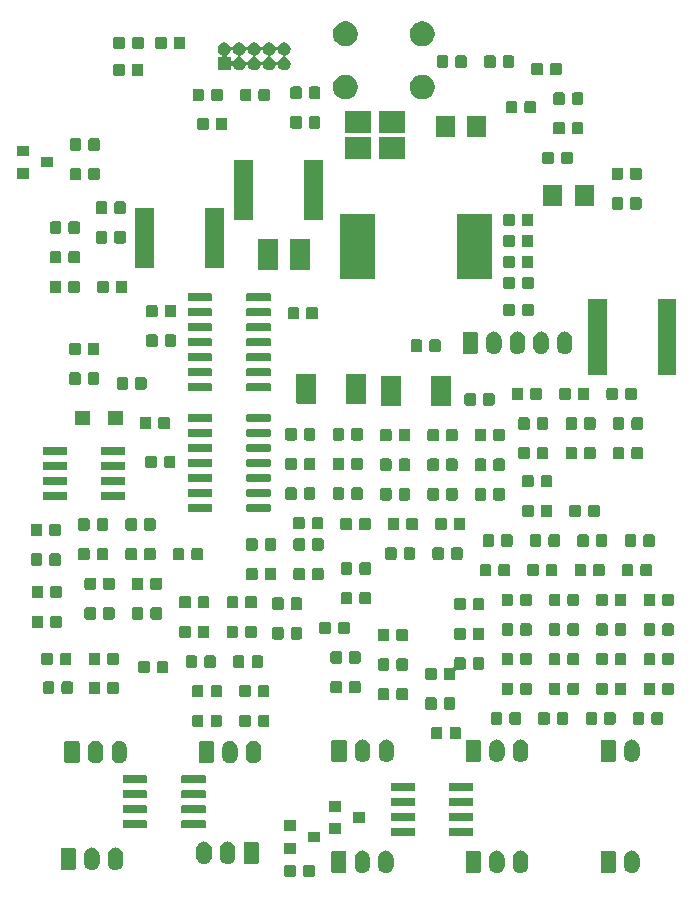
<source format=gbr>
G04 #@! TF.GenerationSoftware,KiCad,Pcbnew,5.1.5-52549c5~84~ubuntu18.04.1*
G04 #@! TF.CreationDate,2020-01-13T13:08:31-08:00*
G04 #@! TF.ProjectId,Extention Boards,45787465-6e74-4696-9f6e-20426f617264,rev?*
G04 #@! TF.SameCoordinates,Original*
G04 #@! TF.FileFunction,Soldermask,Bot*
G04 #@! TF.FilePolarity,Negative*
%FSLAX46Y46*%
G04 Gerber Fmt 4.6, Leading zero omitted, Abs format (unit mm)*
G04 Created by KiCad (PCBNEW 5.1.5-52549c5~84~ubuntu18.04.1) date 2020-01-13 13:08:31*
%MOMM*%
%LPD*%
G04 APERTURE LIST*
%ADD10C,0.100000*%
G04 APERTURE END LIST*
D10*
G36*
X76593091Y-173468085D02*
G01*
X76627069Y-173478393D01*
X76658390Y-173495134D01*
X76685839Y-173517661D01*
X76708366Y-173545110D01*
X76725107Y-173576431D01*
X76735415Y-173610409D01*
X76739500Y-173651890D01*
X76739500Y-174328110D01*
X76735415Y-174369591D01*
X76725107Y-174403569D01*
X76708366Y-174434890D01*
X76685839Y-174462339D01*
X76658390Y-174484866D01*
X76627069Y-174501607D01*
X76593091Y-174511915D01*
X76551610Y-174516000D01*
X75950390Y-174516000D01*
X75908909Y-174511915D01*
X75874931Y-174501607D01*
X75843610Y-174484866D01*
X75816161Y-174462339D01*
X75793634Y-174434890D01*
X75776893Y-174403569D01*
X75766585Y-174369591D01*
X75762500Y-174328110D01*
X75762500Y-173651890D01*
X75766585Y-173610409D01*
X75776893Y-173576431D01*
X75793634Y-173545110D01*
X75816161Y-173517661D01*
X75843610Y-173495134D01*
X75874931Y-173478393D01*
X75908909Y-173468085D01*
X75950390Y-173464000D01*
X76551610Y-173464000D01*
X76593091Y-173468085D01*
G37*
G36*
X75018091Y-173468085D02*
G01*
X75052069Y-173478393D01*
X75083390Y-173495134D01*
X75110839Y-173517661D01*
X75133366Y-173545110D01*
X75150107Y-173576431D01*
X75160415Y-173610409D01*
X75164500Y-173651890D01*
X75164500Y-174328110D01*
X75160415Y-174369591D01*
X75150107Y-174403569D01*
X75133366Y-174434890D01*
X75110839Y-174462339D01*
X75083390Y-174484866D01*
X75052069Y-174501607D01*
X75018091Y-174511915D01*
X74976610Y-174516000D01*
X74375390Y-174516000D01*
X74333909Y-174511915D01*
X74299931Y-174501607D01*
X74268610Y-174484866D01*
X74241161Y-174462339D01*
X74218634Y-174434890D01*
X74201893Y-174403569D01*
X74191585Y-174369591D01*
X74187500Y-174328110D01*
X74187500Y-173651890D01*
X74191585Y-173610409D01*
X74201893Y-173576431D01*
X74218634Y-173545110D01*
X74241161Y-173517661D01*
X74268610Y-173495134D01*
X74299931Y-173478393D01*
X74333909Y-173468085D01*
X74375390Y-173464000D01*
X74976610Y-173464000D01*
X75018091Y-173468085D01*
G37*
G36*
X103727617Y-172286420D02*
G01*
X103807242Y-172310574D01*
X103850335Y-172323646D01*
X103963424Y-172384094D01*
X104062554Y-172465447D01*
X104143906Y-172564575D01*
X104204354Y-172677664D01*
X104214040Y-172709596D01*
X104241580Y-172800382D01*
X104241580Y-172800384D01*
X104250763Y-172893615D01*
X104251000Y-172896027D01*
X104251000Y-173559973D01*
X104241580Y-173655618D01*
X104217028Y-173736554D01*
X104204354Y-173778336D01*
X104143906Y-173891425D01*
X104062554Y-173990554D01*
X103963425Y-174071906D01*
X103850336Y-174132354D01*
X103818404Y-174142040D01*
X103727618Y-174169580D01*
X103600000Y-174182149D01*
X103472383Y-174169580D01*
X103381597Y-174142040D01*
X103349665Y-174132354D01*
X103236576Y-174071906D01*
X103137447Y-173990554D01*
X103056096Y-173891427D01*
X102995645Y-173778333D01*
X102973906Y-173706669D01*
X102958420Y-173655618D01*
X102949000Y-173559973D01*
X102949000Y-172896028D01*
X102949238Y-172893616D01*
X102958420Y-172800385D01*
X102958420Y-172800383D01*
X102995645Y-172677669D01*
X102995646Y-172677665D01*
X103056094Y-172564576D01*
X103137447Y-172465446D01*
X103236575Y-172384094D01*
X103349664Y-172323646D01*
X103392757Y-172310574D01*
X103472382Y-172286420D01*
X103600000Y-172273851D01*
X103727617Y-172286420D01*
G37*
G36*
X94297617Y-172286420D02*
G01*
X94377242Y-172310574D01*
X94420335Y-172323646D01*
X94533424Y-172384094D01*
X94632554Y-172465447D01*
X94713906Y-172564575D01*
X94774354Y-172677664D01*
X94784040Y-172709596D01*
X94811580Y-172800382D01*
X94811580Y-172800384D01*
X94820763Y-172893615D01*
X94821000Y-172896027D01*
X94821000Y-173559973D01*
X94811580Y-173655618D01*
X94787028Y-173736554D01*
X94774354Y-173778336D01*
X94713906Y-173891425D01*
X94632554Y-173990554D01*
X94533425Y-174071906D01*
X94420336Y-174132354D01*
X94388404Y-174142040D01*
X94297618Y-174169580D01*
X94170000Y-174182149D01*
X94042383Y-174169580D01*
X93951597Y-174142040D01*
X93919665Y-174132354D01*
X93806576Y-174071906D01*
X93707447Y-173990554D01*
X93626096Y-173891427D01*
X93565645Y-173778333D01*
X93543906Y-173706669D01*
X93528420Y-173655618D01*
X93519000Y-173559973D01*
X93519000Y-172896028D01*
X93519238Y-172893616D01*
X93528420Y-172800385D01*
X93528420Y-172800383D01*
X93565645Y-172677669D01*
X93565646Y-172677665D01*
X93626094Y-172564576D01*
X93707447Y-172465446D01*
X93806575Y-172384094D01*
X93919664Y-172323646D01*
X93962757Y-172310574D01*
X94042382Y-172286420D01*
X94170000Y-172273851D01*
X94297617Y-172286420D01*
G37*
G36*
X92297617Y-172286420D02*
G01*
X92377242Y-172310574D01*
X92420335Y-172323646D01*
X92533424Y-172384094D01*
X92632554Y-172465447D01*
X92713906Y-172564575D01*
X92774354Y-172677664D01*
X92784040Y-172709596D01*
X92811580Y-172800382D01*
X92811580Y-172800384D01*
X92820763Y-172893615D01*
X92821000Y-172896027D01*
X92821000Y-173559973D01*
X92811580Y-173655618D01*
X92787028Y-173736554D01*
X92774354Y-173778336D01*
X92713906Y-173891425D01*
X92632554Y-173990554D01*
X92533425Y-174071906D01*
X92420336Y-174132354D01*
X92388404Y-174142040D01*
X92297618Y-174169580D01*
X92170000Y-174182149D01*
X92042383Y-174169580D01*
X91951597Y-174142040D01*
X91919665Y-174132354D01*
X91806576Y-174071906D01*
X91707447Y-173990554D01*
X91626096Y-173891427D01*
X91565645Y-173778333D01*
X91543906Y-173706669D01*
X91528420Y-173655618D01*
X91519000Y-173559973D01*
X91519000Y-172896028D01*
X91519238Y-172893616D01*
X91528420Y-172800385D01*
X91528420Y-172800383D01*
X91565645Y-172677669D01*
X91565646Y-172677665D01*
X91626094Y-172564576D01*
X91707447Y-172465446D01*
X91806575Y-172384094D01*
X91919664Y-172323646D01*
X91962757Y-172310574D01*
X92042382Y-172286420D01*
X92170000Y-172273851D01*
X92297617Y-172286420D01*
G37*
G36*
X80899617Y-172286420D02*
G01*
X80979242Y-172310574D01*
X81022335Y-172323646D01*
X81135424Y-172384094D01*
X81234554Y-172465447D01*
X81315906Y-172564575D01*
X81376354Y-172677664D01*
X81386040Y-172709596D01*
X81413580Y-172800382D01*
X81413580Y-172800384D01*
X81422763Y-172893615D01*
X81423000Y-172896027D01*
X81423000Y-173559973D01*
X81413580Y-173655618D01*
X81389028Y-173736554D01*
X81376354Y-173778336D01*
X81315906Y-173891425D01*
X81234554Y-173990554D01*
X81135425Y-174071906D01*
X81022336Y-174132354D01*
X80990404Y-174142040D01*
X80899618Y-174169580D01*
X80772000Y-174182149D01*
X80644383Y-174169580D01*
X80553597Y-174142040D01*
X80521665Y-174132354D01*
X80408576Y-174071906D01*
X80309447Y-173990554D01*
X80228096Y-173891427D01*
X80167645Y-173778333D01*
X80145906Y-173706669D01*
X80130420Y-173655618D01*
X80121000Y-173559973D01*
X80121000Y-172896028D01*
X80121238Y-172893616D01*
X80130420Y-172800385D01*
X80130420Y-172800383D01*
X80167645Y-172677669D01*
X80167646Y-172677665D01*
X80228094Y-172564576D01*
X80309447Y-172465446D01*
X80408575Y-172384094D01*
X80521664Y-172323646D01*
X80564757Y-172310574D01*
X80644382Y-172286420D01*
X80772000Y-172273851D01*
X80899617Y-172286420D01*
G37*
G36*
X82899617Y-172286420D02*
G01*
X82979242Y-172310574D01*
X83022335Y-172323646D01*
X83135424Y-172384094D01*
X83234554Y-172465447D01*
X83315906Y-172564575D01*
X83376354Y-172677664D01*
X83386040Y-172709596D01*
X83413580Y-172800382D01*
X83413580Y-172800384D01*
X83422763Y-172893615D01*
X83423000Y-172896027D01*
X83423000Y-173559973D01*
X83413580Y-173655618D01*
X83389028Y-173736554D01*
X83376354Y-173778336D01*
X83315906Y-173891425D01*
X83234554Y-173990554D01*
X83135425Y-174071906D01*
X83022336Y-174132354D01*
X82990404Y-174142040D01*
X82899618Y-174169580D01*
X82772000Y-174182149D01*
X82644383Y-174169580D01*
X82553597Y-174142040D01*
X82521665Y-174132354D01*
X82408576Y-174071906D01*
X82309447Y-173990554D01*
X82228096Y-173891427D01*
X82167645Y-173778333D01*
X82145906Y-173706669D01*
X82130420Y-173655618D01*
X82121000Y-173559973D01*
X82121000Y-172896028D01*
X82121238Y-172893616D01*
X82130420Y-172800385D01*
X82130420Y-172800383D01*
X82167645Y-172677669D01*
X82167646Y-172677665D01*
X82228094Y-172564576D01*
X82309447Y-172465446D01*
X82408575Y-172384094D01*
X82521664Y-172323646D01*
X82564757Y-172310574D01*
X82644382Y-172286420D01*
X82772000Y-172273851D01*
X82899617Y-172286420D01*
G37*
G36*
X79263242Y-172281404D02*
G01*
X79300337Y-172292657D01*
X79334515Y-172310925D01*
X79364481Y-172335519D01*
X79389075Y-172365485D01*
X79407343Y-172399663D01*
X79418596Y-172436758D01*
X79423000Y-172481474D01*
X79423000Y-173974526D01*
X79418596Y-174019242D01*
X79407343Y-174056337D01*
X79389075Y-174090515D01*
X79364481Y-174120481D01*
X79334515Y-174145075D01*
X79300337Y-174163343D01*
X79263242Y-174174596D01*
X79218526Y-174179000D01*
X78325474Y-174179000D01*
X78280758Y-174174596D01*
X78243663Y-174163343D01*
X78209485Y-174145075D01*
X78179519Y-174120481D01*
X78154925Y-174090515D01*
X78136657Y-174056337D01*
X78125404Y-174019242D01*
X78121000Y-173974526D01*
X78121000Y-172481474D01*
X78125404Y-172436758D01*
X78136657Y-172399663D01*
X78154925Y-172365485D01*
X78179519Y-172335519D01*
X78209485Y-172310925D01*
X78243663Y-172292657D01*
X78280758Y-172281404D01*
X78325474Y-172277000D01*
X79218526Y-172277000D01*
X79263242Y-172281404D01*
G37*
G36*
X102091242Y-172281404D02*
G01*
X102128337Y-172292657D01*
X102162515Y-172310925D01*
X102192481Y-172335519D01*
X102217075Y-172365485D01*
X102235343Y-172399663D01*
X102246596Y-172436758D01*
X102251000Y-172481474D01*
X102251000Y-173974526D01*
X102246596Y-174019242D01*
X102235343Y-174056337D01*
X102217075Y-174090515D01*
X102192481Y-174120481D01*
X102162515Y-174145075D01*
X102128337Y-174163343D01*
X102091242Y-174174596D01*
X102046526Y-174179000D01*
X101153474Y-174179000D01*
X101108758Y-174174596D01*
X101071663Y-174163343D01*
X101037485Y-174145075D01*
X101007519Y-174120481D01*
X100982925Y-174090515D01*
X100964657Y-174056337D01*
X100953404Y-174019242D01*
X100949000Y-173974526D01*
X100949000Y-172481474D01*
X100953404Y-172436758D01*
X100964657Y-172399663D01*
X100982925Y-172365485D01*
X101007519Y-172335519D01*
X101037485Y-172310925D01*
X101071663Y-172292657D01*
X101108758Y-172281404D01*
X101153474Y-172277000D01*
X102046526Y-172277000D01*
X102091242Y-172281404D01*
G37*
G36*
X90661242Y-172281404D02*
G01*
X90698337Y-172292657D01*
X90732515Y-172310925D01*
X90762481Y-172335519D01*
X90787075Y-172365485D01*
X90805343Y-172399663D01*
X90816596Y-172436758D01*
X90821000Y-172481474D01*
X90821000Y-173974526D01*
X90816596Y-174019242D01*
X90805343Y-174056337D01*
X90787075Y-174090515D01*
X90762481Y-174120481D01*
X90732515Y-174145075D01*
X90698337Y-174163343D01*
X90661242Y-174174596D01*
X90616526Y-174179000D01*
X89723474Y-174179000D01*
X89678758Y-174174596D01*
X89641663Y-174163343D01*
X89607485Y-174145075D01*
X89577519Y-174120481D01*
X89552925Y-174090515D01*
X89534657Y-174056337D01*
X89523404Y-174019242D01*
X89519000Y-173974526D01*
X89519000Y-172481474D01*
X89523404Y-172436758D01*
X89534657Y-172399663D01*
X89552925Y-172365485D01*
X89577519Y-172335519D01*
X89607485Y-172310925D01*
X89641663Y-172292657D01*
X89678758Y-172281404D01*
X89723474Y-172277000D01*
X90616526Y-172277000D01*
X90661242Y-172281404D01*
G37*
G36*
X60007617Y-172032420D02*
G01*
X60088399Y-172056925D01*
X60130335Y-172069646D01*
X60243424Y-172130094D01*
X60342554Y-172211447D01*
X60423906Y-172310575D01*
X60484354Y-172423664D01*
X60488326Y-172436758D01*
X60521580Y-172546382D01*
X60531000Y-172642027D01*
X60531000Y-173305973D01*
X60521580Y-173401618D01*
X60501417Y-173468085D01*
X60484354Y-173524336D01*
X60423906Y-173637425D01*
X60342554Y-173736554D01*
X60243425Y-173817906D01*
X60130336Y-173878354D01*
X60098404Y-173888040D01*
X60007618Y-173915580D01*
X59880000Y-173928149D01*
X59752383Y-173915580D01*
X59661597Y-173888040D01*
X59629665Y-173878354D01*
X59516576Y-173817906D01*
X59417447Y-173736554D01*
X59336096Y-173637427D01*
X59275645Y-173524333D01*
X59258583Y-173468085D01*
X59238420Y-173401618D01*
X59229000Y-173305973D01*
X59229000Y-172642028D01*
X59238420Y-172546383D01*
X59275645Y-172423669D01*
X59275646Y-172423665D01*
X59336094Y-172310576D01*
X59417447Y-172211446D01*
X59516575Y-172130094D01*
X59629664Y-172069646D01*
X59671600Y-172056925D01*
X59752382Y-172032420D01*
X59880000Y-172019851D01*
X60007617Y-172032420D01*
G37*
G36*
X58007617Y-172032420D02*
G01*
X58088399Y-172056925D01*
X58130335Y-172069646D01*
X58243424Y-172130094D01*
X58342554Y-172211447D01*
X58423906Y-172310575D01*
X58484354Y-172423664D01*
X58488326Y-172436758D01*
X58521580Y-172546382D01*
X58531000Y-172642027D01*
X58531000Y-173305973D01*
X58521580Y-173401618D01*
X58501417Y-173468085D01*
X58484354Y-173524336D01*
X58423906Y-173637425D01*
X58342554Y-173736554D01*
X58243425Y-173817906D01*
X58130336Y-173878354D01*
X58098404Y-173888040D01*
X58007618Y-173915580D01*
X57880000Y-173928149D01*
X57752383Y-173915580D01*
X57661597Y-173888040D01*
X57629665Y-173878354D01*
X57516576Y-173817906D01*
X57417447Y-173736554D01*
X57336096Y-173637427D01*
X57275645Y-173524333D01*
X57258583Y-173468085D01*
X57238420Y-173401618D01*
X57229000Y-173305973D01*
X57229000Y-172642028D01*
X57238420Y-172546383D01*
X57275645Y-172423669D01*
X57275646Y-172423665D01*
X57336094Y-172310576D01*
X57417447Y-172211446D01*
X57516575Y-172130094D01*
X57629664Y-172069646D01*
X57671600Y-172056925D01*
X57752382Y-172032420D01*
X57880000Y-172019851D01*
X58007617Y-172032420D01*
G37*
G36*
X56371242Y-172027404D02*
G01*
X56408337Y-172038657D01*
X56442515Y-172056925D01*
X56472481Y-172081519D01*
X56497075Y-172111485D01*
X56515343Y-172145663D01*
X56526596Y-172182758D01*
X56531000Y-172227474D01*
X56531000Y-173720526D01*
X56526596Y-173765242D01*
X56515343Y-173802337D01*
X56497075Y-173836515D01*
X56472481Y-173866481D01*
X56442515Y-173891075D01*
X56408337Y-173909343D01*
X56371242Y-173920596D01*
X56326526Y-173925000D01*
X55433474Y-173925000D01*
X55388758Y-173920596D01*
X55351663Y-173909343D01*
X55317485Y-173891075D01*
X55287519Y-173866481D01*
X55262925Y-173836515D01*
X55244657Y-173802337D01*
X55233404Y-173765242D01*
X55229000Y-173720526D01*
X55229000Y-172227474D01*
X55233404Y-172182758D01*
X55244657Y-172145663D01*
X55262925Y-172111485D01*
X55287519Y-172081519D01*
X55317485Y-172056925D01*
X55351663Y-172038657D01*
X55388758Y-172027404D01*
X55433474Y-172023000D01*
X56326526Y-172023000D01*
X56371242Y-172027404D01*
G37*
G36*
X69501618Y-171524420D02*
G01*
X69582400Y-171548925D01*
X69624336Y-171561646D01*
X69737425Y-171622094D01*
X69836554Y-171703446D01*
X69917906Y-171802575D01*
X69978354Y-171915664D01*
X69978355Y-171915668D01*
X70015580Y-172038382D01*
X70021860Y-172102145D01*
X70025000Y-172134026D01*
X70025000Y-172797974D01*
X70021860Y-172829855D01*
X70015580Y-172893618D01*
X69988040Y-172984404D01*
X69978354Y-173016336D01*
X69917906Y-173129425D01*
X69836554Y-173228553D01*
X69737424Y-173309906D01*
X69624335Y-173370354D01*
X69592403Y-173380040D01*
X69501617Y-173407580D01*
X69374000Y-173420149D01*
X69246382Y-173407580D01*
X69155596Y-173380040D01*
X69123664Y-173370354D01*
X69010575Y-173309906D01*
X68911447Y-173228554D01*
X68830094Y-173129424D01*
X68769646Y-173016335D01*
X68759960Y-172984403D01*
X68732420Y-172893617D01*
X68723238Y-172800385D01*
X68723000Y-172797973D01*
X68723000Y-172134026D01*
X68726140Y-172102145D01*
X68732420Y-172038382D01*
X68769645Y-171915668D01*
X68769645Y-171915667D01*
X68830096Y-171802573D01*
X68911447Y-171703446D01*
X69010576Y-171622094D01*
X69123665Y-171561646D01*
X69165601Y-171548925D01*
X69246383Y-171524420D01*
X69374000Y-171511851D01*
X69501618Y-171524420D01*
G37*
G36*
X67501618Y-171524420D02*
G01*
X67582400Y-171548925D01*
X67624336Y-171561646D01*
X67737425Y-171622094D01*
X67836554Y-171703446D01*
X67917906Y-171802575D01*
X67978354Y-171915664D01*
X67978355Y-171915668D01*
X68015580Y-172038382D01*
X68021860Y-172102145D01*
X68025000Y-172134026D01*
X68025000Y-172797974D01*
X68021860Y-172829855D01*
X68015580Y-172893618D01*
X67988040Y-172984404D01*
X67978354Y-173016336D01*
X67917906Y-173129425D01*
X67836554Y-173228553D01*
X67737424Y-173309906D01*
X67624335Y-173370354D01*
X67592403Y-173380040D01*
X67501617Y-173407580D01*
X67374000Y-173420149D01*
X67246382Y-173407580D01*
X67155596Y-173380040D01*
X67123664Y-173370354D01*
X67010575Y-173309906D01*
X66911447Y-173228554D01*
X66830094Y-173129424D01*
X66769646Y-173016335D01*
X66759960Y-172984403D01*
X66732420Y-172893617D01*
X66723238Y-172800385D01*
X66723000Y-172797973D01*
X66723000Y-172134026D01*
X66726140Y-172102145D01*
X66732420Y-172038382D01*
X66769645Y-171915668D01*
X66769645Y-171915667D01*
X66830096Y-171802573D01*
X66911447Y-171703446D01*
X67010576Y-171622094D01*
X67123665Y-171561646D01*
X67165601Y-171548925D01*
X67246383Y-171524420D01*
X67374000Y-171511851D01*
X67501618Y-171524420D01*
G37*
G36*
X71865242Y-171519404D02*
G01*
X71902337Y-171530657D01*
X71936515Y-171548925D01*
X71966481Y-171573519D01*
X71991075Y-171603485D01*
X72009343Y-171637663D01*
X72020596Y-171674758D01*
X72025000Y-171719474D01*
X72025000Y-173212526D01*
X72020596Y-173257242D01*
X72009343Y-173294337D01*
X71991075Y-173328515D01*
X71966481Y-173358481D01*
X71936515Y-173383075D01*
X71902337Y-173401343D01*
X71865242Y-173412596D01*
X71820526Y-173417000D01*
X70927474Y-173417000D01*
X70882758Y-173412596D01*
X70845663Y-173401343D01*
X70811485Y-173383075D01*
X70781519Y-173358481D01*
X70756925Y-173328515D01*
X70738657Y-173294337D01*
X70727404Y-173257242D01*
X70723000Y-173212526D01*
X70723000Y-171719474D01*
X70727404Y-171674758D01*
X70738657Y-171637663D01*
X70756925Y-171603485D01*
X70781519Y-171573519D01*
X70811485Y-171548925D01*
X70845663Y-171530657D01*
X70882758Y-171519404D01*
X70927474Y-171515000D01*
X71820526Y-171515000D01*
X71865242Y-171519404D01*
G37*
G36*
X75177000Y-172531000D02*
G01*
X74175000Y-172531000D01*
X74175000Y-171629000D01*
X75177000Y-171629000D01*
X75177000Y-172531000D01*
G37*
G36*
X77177000Y-171581000D02*
G01*
X76175000Y-171581000D01*
X76175000Y-170679000D01*
X77177000Y-170679000D01*
X77177000Y-171581000D01*
G37*
G36*
X85138928Y-170339764D02*
G01*
X85160009Y-170346160D01*
X85179445Y-170356548D01*
X85196476Y-170370524D01*
X85210452Y-170387555D01*
X85220840Y-170406991D01*
X85227236Y-170428072D01*
X85230000Y-170456140D01*
X85230000Y-170919860D01*
X85227236Y-170947928D01*
X85220840Y-170969009D01*
X85210452Y-170988445D01*
X85196476Y-171005476D01*
X85179445Y-171019452D01*
X85160009Y-171029840D01*
X85138928Y-171036236D01*
X85110860Y-171039000D01*
X83297140Y-171039000D01*
X83269072Y-171036236D01*
X83247991Y-171029840D01*
X83228555Y-171019452D01*
X83211524Y-171005476D01*
X83197548Y-170988445D01*
X83187160Y-170969009D01*
X83180764Y-170947928D01*
X83178000Y-170919860D01*
X83178000Y-170456140D01*
X83180764Y-170428072D01*
X83187160Y-170406991D01*
X83197548Y-170387555D01*
X83211524Y-170370524D01*
X83228555Y-170356548D01*
X83247991Y-170346160D01*
X83269072Y-170339764D01*
X83297140Y-170337000D01*
X85110860Y-170337000D01*
X85138928Y-170339764D01*
G37*
G36*
X90088928Y-170339764D02*
G01*
X90110009Y-170346160D01*
X90129445Y-170356548D01*
X90146476Y-170370524D01*
X90160452Y-170387555D01*
X90170840Y-170406991D01*
X90177236Y-170428072D01*
X90180000Y-170456140D01*
X90180000Y-170919860D01*
X90177236Y-170947928D01*
X90170840Y-170969009D01*
X90160452Y-170988445D01*
X90146476Y-171005476D01*
X90129445Y-171019452D01*
X90110009Y-171029840D01*
X90088928Y-171036236D01*
X90060860Y-171039000D01*
X88247140Y-171039000D01*
X88219072Y-171036236D01*
X88197991Y-171029840D01*
X88178555Y-171019452D01*
X88161524Y-171005476D01*
X88147548Y-170988445D01*
X88137160Y-170969009D01*
X88130764Y-170947928D01*
X88128000Y-170919860D01*
X88128000Y-170456140D01*
X88130764Y-170428072D01*
X88137160Y-170406991D01*
X88147548Y-170387555D01*
X88161524Y-170370524D01*
X88178555Y-170356548D01*
X88197991Y-170346160D01*
X88219072Y-170339764D01*
X88247140Y-170337000D01*
X90060860Y-170337000D01*
X90088928Y-170339764D01*
G37*
G36*
X78987000Y-170885000D02*
G01*
X77985000Y-170885000D01*
X77985000Y-169983000D01*
X78987000Y-169983000D01*
X78987000Y-170885000D01*
G37*
G36*
X75177000Y-170631000D02*
G01*
X74175000Y-170631000D01*
X74175000Y-169729000D01*
X75177000Y-169729000D01*
X75177000Y-170631000D01*
G37*
G36*
X67417928Y-169704764D02*
G01*
X67439009Y-169711160D01*
X67458445Y-169721548D01*
X67475476Y-169735524D01*
X67489452Y-169752555D01*
X67499840Y-169771991D01*
X67506236Y-169793072D01*
X67509000Y-169821140D01*
X67509000Y-170284860D01*
X67506236Y-170312928D01*
X67499840Y-170334009D01*
X67489452Y-170353445D01*
X67475476Y-170370476D01*
X67458445Y-170384452D01*
X67439009Y-170394840D01*
X67417928Y-170401236D01*
X67389860Y-170404000D01*
X65576140Y-170404000D01*
X65548072Y-170401236D01*
X65526991Y-170394840D01*
X65507555Y-170384452D01*
X65490524Y-170370476D01*
X65476548Y-170353445D01*
X65466160Y-170334009D01*
X65459764Y-170312928D01*
X65457000Y-170284860D01*
X65457000Y-169821140D01*
X65459764Y-169793072D01*
X65466160Y-169771991D01*
X65476548Y-169752555D01*
X65490524Y-169735524D01*
X65507555Y-169721548D01*
X65526991Y-169711160D01*
X65548072Y-169704764D01*
X65576140Y-169702000D01*
X67389860Y-169702000D01*
X67417928Y-169704764D01*
G37*
G36*
X62467928Y-169704764D02*
G01*
X62489009Y-169711160D01*
X62508445Y-169721548D01*
X62525476Y-169735524D01*
X62539452Y-169752555D01*
X62549840Y-169771991D01*
X62556236Y-169793072D01*
X62559000Y-169821140D01*
X62559000Y-170284860D01*
X62556236Y-170312928D01*
X62549840Y-170334009D01*
X62539452Y-170353445D01*
X62525476Y-170370476D01*
X62508445Y-170384452D01*
X62489009Y-170394840D01*
X62467928Y-170401236D01*
X62439860Y-170404000D01*
X60626140Y-170404000D01*
X60598072Y-170401236D01*
X60576991Y-170394840D01*
X60557555Y-170384452D01*
X60540524Y-170370476D01*
X60526548Y-170353445D01*
X60516160Y-170334009D01*
X60509764Y-170312928D01*
X60507000Y-170284860D01*
X60507000Y-169821140D01*
X60509764Y-169793072D01*
X60516160Y-169771991D01*
X60526548Y-169752555D01*
X60540524Y-169735524D01*
X60557555Y-169721548D01*
X60576991Y-169711160D01*
X60598072Y-169704764D01*
X60626140Y-169702000D01*
X62439860Y-169702000D01*
X62467928Y-169704764D01*
G37*
G36*
X80987000Y-169935000D02*
G01*
X79985000Y-169935000D01*
X79985000Y-169033000D01*
X80987000Y-169033000D01*
X80987000Y-169935000D01*
G37*
G36*
X85138928Y-169069764D02*
G01*
X85160009Y-169076160D01*
X85179445Y-169086548D01*
X85196476Y-169100524D01*
X85210452Y-169117555D01*
X85220840Y-169136991D01*
X85227236Y-169158072D01*
X85230000Y-169186140D01*
X85230000Y-169649860D01*
X85227236Y-169677928D01*
X85220840Y-169699009D01*
X85210452Y-169718445D01*
X85196476Y-169735476D01*
X85179445Y-169749452D01*
X85160009Y-169759840D01*
X85138928Y-169766236D01*
X85110860Y-169769000D01*
X83297140Y-169769000D01*
X83269072Y-169766236D01*
X83247991Y-169759840D01*
X83228555Y-169749452D01*
X83211524Y-169735476D01*
X83197548Y-169718445D01*
X83187160Y-169699009D01*
X83180764Y-169677928D01*
X83178000Y-169649860D01*
X83178000Y-169186140D01*
X83180764Y-169158072D01*
X83187160Y-169136991D01*
X83197548Y-169117555D01*
X83211524Y-169100524D01*
X83228555Y-169086548D01*
X83247991Y-169076160D01*
X83269072Y-169069764D01*
X83297140Y-169067000D01*
X85110860Y-169067000D01*
X85138928Y-169069764D01*
G37*
G36*
X90088928Y-169069764D02*
G01*
X90110009Y-169076160D01*
X90129445Y-169086548D01*
X90146476Y-169100524D01*
X90160452Y-169117555D01*
X90170840Y-169136991D01*
X90177236Y-169158072D01*
X90180000Y-169186140D01*
X90180000Y-169649860D01*
X90177236Y-169677928D01*
X90170840Y-169699009D01*
X90160452Y-169718445D01*
X90146476Y-169735476D01*
X90129445Y-169749452D01*
X90110009Y-169759840D01*
X90088928Y-169766236D01*
X90060860Y-169769000D01*
X88247140Y-169769000D01*
X88219072Y-169766236D01*
X88197991Y-169759840D01*
X88178555Y-169749452D01*
X88161524Y-169735476D01*
X88147548Y-169718445D01*
X88137160Y-169699009D01*
X88130764Y-169677928D01*
X88128000Y-169649860D01*
X88128000Y-169186140D01*
X88130764Y-169158072D01*
X88137160Y-169136991D01*
X88147548Y-169117555D01*
X88161524Y-169100524D01*
X88178555Y-169086548D01*
X88197991Y-169076160D01*
X88219072Y-169069764D01*
X88247140Y-169067000D01*
X90060860Y-169067000D01*
X90088928Y-169069764D01*
G37*
G36*
X62467928Y-168434764D02*
G01*
X62489009Y-168441160D01*
X62508445Y-168451548D01*
X62525476Y-168465524D01*
X62539452Y-168482555D01*
X62549840Y-168501991D01*
X62556236Y-168523072D01*
X62559000Y-168551140D01*
X62559000Y-169014860D01*
X62556236Y-169042928D01*
X62549840Y-169064009D01*
X62539452Y-169083445D01*
X62525476Y-169100476D01*
X62508445Y-169114452D01*
X62489009Y-169124840D01*
X62467928Y-169131236D01*
X62439860Y-169134000D01*
X60626140Y-169134000D01*
X60598072Y-169131236D01*
X60576991Y-169124840D01*
X60557555Y-169114452D01*
X60540524Y-169100476D01*
X60526548Y-169083445D01*
X60516160Y-169064009D01*
X60509764Y-169042928D01*
X60507000Y-169014860D01*
X60507000Y-168551140D01*
X60509764Y-168523072D01*
X60516160Y-168501991D01*
X60526548Y-168482555D01*
X60540524Y-168465524D01*
X60557555Y-168451548D01*
X60576991Y-168441160D01*
X60598072Y-168434764D01*
X60626140Y-168432000D01*
X62439860Y-168432000D01*
X62467928Y-168434764D01*
G37*
G36*
X67417928Y-168434764D02*
G01*
X67439009Y-168441160D01*
X67458445Y-168451548D01*
X67475476Y-168465524D01*
X67489452Y-168482555D01*
X67499840Y-168501991D01*
X67506236Y-168523072D01*
X67509000Y-168551140D01*
X67509000Y-169014860D01*
X67506236Y-169042928D01*
X67499840Y-169064009D01*
X67489452Y-169083445D01*
X67475476Y-169100476D01*
X67458445Y-169114452D01*
X67439009Y-169124840D01*
X67417928Y-169131236D01*
X67389860Y-169134000D01*
X65576140Y-169134000D01*
X65548072Y-169131236D01*
X65526991Y-169124840D01*
X65507555Y-169114452D01*
X65490524Y-169100476D01*
X65476548Y-169083445D01*
X65466160Y-169064009D01*
X65459764Y-169042928D01*
X65457000Y-169014860D01*
X65457000Y-168551140D01*
X65459764Y-168523072D01*
X65466160Y-168501991D01*
X65476548Y-168482555D01*
X65490524Y-168465524D01*
X65507555Y-168451548D01*
X65526991Y-168441160D01*
X65548072Y-168434764D01*
X65576140Y-168432000D01*
X67389860Y-168432000D01*
X67417928Y-168434764D01*
G37*
G36*
X78987000Y-168985000D02*
G01*
X77985000Y-168985000D01*
X77985000Y-168083000D01*
X78987000Y-168083000D01*
X78987000Y-168985000D01*
G37*
G36*
X90088928Y-167799764D02*
G01*
X90110009Y-167806160D01*
X90129445Y-167816548D01*
X90146476Y-167830524D01*
X90160452Y-167847555D01*
X90170840Y-167866991D01*
X90177236Y-167888072D01*
X90180000Y-167916140D01*
X90180000Y-168379860D01*
X90177236Y-168407928D01*
X90170840Y-168429009D01*
X90160452Y-168448445D01*
X90146476Y-168465476D01*
X90129445Y-168479452D01*
X90110009Y-168489840D01*
X90088928Y-168496236D01*
X90060860Y-168499000D01*
X88247140Y-168499000D01*
X88219072Y-168496236D01*
X88197991Y-168489840D01*
X88178555Y-168479452D01*
X88161524Y-168465476D01*
X88147548Y-168448445D01*
X88137160Y-168429009D01*
X88130764Y-168407928D01*
X88128000Y-168379860D01*
X88128000Y-167916140D01*
X88130764Y-167888072D01*
X88137160Y-167866991D01*
X88147548Y-167847555D01*
X88161524Y-167830524D01*
X88178555Y-167816548D01*
X88197991Y-167806160D01*
X88219072Y-167799764D01*
X88247140Y-167797000D01*
X90060860Y-167797000D01*
X90088928Y-167799764D01*
G37*
G36*
X85138928Y-167799764D02*
G01*
X85160009Y-167806160D01*
X85179445Y-167816548D01*
X85196476Y-167830524D01*
X85210452Y-167847555D01*
X85220840Y-167866991D01*
X85227236Y-167888072D01*
X85230000Y-167916140D01*
X85230000Y-168379860D01*
X85227236Y-168407928D01*
X85220840Y-168429009D01*
X85210452Y-168448445D01*
X85196476Y-168465476D01*
X85179445Y-168479452D01*
X85160009Y-168489840D01*
X85138928Y-168496236D01*
X85110860Y-168499000D01*
X83297140Y-168499000D01*
X83269072Y-168496236D01*
X83247991Y-168489840D01*
X83228555Y-168479452D01*
X83211524Y-168465476D01*
X83197548Y-168448445D01*
X83187160Y-168429009D01*
X83180764Y-168407928D01*
X83178000Y-168379860D01*
X83178000Y-167916140D01*
X83180764Y-167888072D01*
X83187160Y-167866991D01*
X83197548Y-167847555D01*
X83211524Y-167830524D01*
X83228555Y-167816548D01*
X83247991Y-167806160D01*
X83269072Y-167799764D01*
X83297140Y-167797000D01*
X85110860Y-167797000D01*
X85138928Y-167799764D01*
G37*
G36*
X62467928Y-167164764D02*
G01*
X62489009Y-167171160D01*
X62508445Y-167181548D01*
X62525476Y-167195524D01*
X62539452Y-167212555D01*
X62549840Y-167231991D01*
X62556236Y-167253072D01*
X62559000Y-167281140D01*
X62559000Y-167744860D01*
X62556236Y-167772928D01*
X62549840Y-167794009D01*
X62539452Y-167813445D01*
X62525476Y-167830476D01*
X62508445Y-167844452D01*
X62489009Y-167854840D01*
X62467928Y-167861236D01*
X62439860Y-167864000D01*
X60626140Y-167864000D01*
X60598072Y-167861236D01*
X60576991Y-167854840D01*
X60557555Y-167844452D01*
X60540524Y-167830476D01*
X60526548Y-167813445D01*
X60516160Y-167794009D01*
X60509764Y-167772928D01*
X60507000Y-167744860D01*
X60507000Y-167281140D01*
X60509764Y-167253072D01*
X60516160Y-167231991D01*
X60526548Y-167212555D01*
X60540524Y-167195524D01*
X60557555Y-167181548D01*
X60576991Y-167171160D01*
X60598072Y-167164764D01*
X60626140Y-167162000D01*
X62439860Y-167162000D01*
X62467928Y-167164764D01*
G37*
G36*
X67417928Y-167164764D02*
G01*
X67439009Y-167171160D01*
X67458445Y-167181548D01*
X67475476Y-167195524D01*
X67489452Y-167212555D01*
X67499840Y-167231991D01*
X67506236Y-167253072D01*
X67509000Y-167281140D01*
X67509000Y-167744860D01*
X67506236Y-167772928D01*
X67499840Y-167794009D01*
X67489452Y-167813445D01*
X67475476Y-167830476D01*
X67458445Y-167844452D01*
X67439009Y-167854840D01*
X67417928Y-167861236D01*
X67389860Y-167864000D01*
X65576140Y-167864000D01*
X65548072Y-167861236D01*
X65526991Y-167854840D01*
X65507555Y-167844452D01*
X65490524Y-167830476D01*
X65476548Y-167813445D01*
X65466160Y-167794009D01*
X65459764Y-167772928D01*
X65457000Y-167744860D01*
X65457000Y-167281140D01*
X65459764Y-167253072D01*
X65466160Y-167231991D01*
X65476548Y-167212555D01*
X65490524Y-167195524D01*
X65507555Y-167181548D01*
X65526991Y-167171160D01*
X65548072Y-167164764D01*
X65576140Y-167162000D01*
X67389860Y-167162000D01*
X67417928Y-167164764D01*
G37*
G36*
X90088928Y-166529764D02*
G01*
X90110009Y-166536160D01*
X90129445Y-166546548D01*
X90146476Y-166560524D01*
X90160452Y-166577555D01*
X90170840Y-166596991D01*
X90177236Y-166618072D01*
X90180000Y-166646140D01*
X90180000Y-167109860D01*
X90177236Y-167137928D01*
X90170840Y-167159009D01*
X90160452Y-167178445D01*
X90146476Y-167195476D01*
X90129445Y-167209452D01*
X90110009Y-167219840D01*
X90088928Y-167226236D01*
X90060860Y-167229000D01*
X88247140Y-167229000D01*
X88219072Y-167226236D01*
X88197991Y-167219840D01*
X88178555Y-167209452D01*
X88161524Y-167195476D01*
X88147548Y-167178445D01*
X88137160Y-167159009D01*
X88130764Y-167137928D01*
X88128000Y-167109860D01*
X88128000Y-166646140D01*
X88130764Y-166618072D01*
X88137160Y-166596991D01*
X88147548Y-166577555D01*
X88161524Y-166560524D01*
X88178555Y-166546548D01*
X88197991Y-166536160D01*
X88219072Y-166529764D01*
X88247140Y-166527000D01*
X90060860Y-166527000D01*
X90088928Y-166529764D01*
G37*
G36*
X85138928Y-166529764D02*
G01*
X85160009Y-166536160D01*
X85179445Y-166546548D01*
X85196476Y-166560524D01*
X85210452Y-166577555D01*
X85220840Y-166596991D01*
X85227236Y-166618072D01*
X85230000Y-166646140D01*
X85230000Y-167109860D01*
X85227236Y-167137928D01*
X85220840Y-167159009D01*
X85210452Y-167178445D01*
X85196476Y-167195476D01*
X85179445Y-167209452D01*
X85160009Y-167219840D01*
X85138928Y-167226236D01*
X85110860Y-167229000D01*
X83297140Y-167229000D01*
X83269072Y-167226236D01*
X83247991Y-167219840D01*
X83228555Y-167209452D01*
X83211524Y-167195476D01*
X83197548Y-167178445D01*
X83187160Y-167159009D01*
X83180764Y-167137928D01*
X83178000Y-167109860D01*
X83178000Y-166646140D01*
X83180764Y-166618072D01*
X83187160Y-166596991D01*
X83197548Y-166577555D01*
X83211524Y-166560524D01*
X83228555Y-166546548D01*
X83247991Y-166536160D01*
X83269072Y-166529764D01*
X83297140Y-166527000D01*
X85110860Y-166527000D01*
X85138928Y-166529764D01*
G37*
G36*
X62467928Y-165894764D02*
G01*
X62489009Y-165901160D01*
X62508445Y-165911548D01*
X62525476Y-165925524D01*
X62539452Y-165942555D01*
X62549840Y-165961991D01*
X62556236Y-165983072D01*
X62559000Y-166011140D01*
X62559000Y-166474860D01*
X62556236Y-166502928D01*
X62549840Y-166524009D01*
X62539452Y-166543445D01*
X62525476Y-166560476D01*
X62508445Y-166574452D01*
X62489009Y-166584840D01*
X62467928Y-166591236D01*
X62439860Y-166594000D01*
X60626140Y-166594000D01*
X60598072Y-166591236D01*
X60576991Y-166584840D01*
X60557555Y-166574452D01*
X60540524Y-166560476D01*
X60526548Y-166543445D01*
X60516160Y-166524009D01*
X60509764Y-166502928D01*
X60507000Y-166474860D01*
X60507000Y-166011140D01*
X60509764Y-165983072D01*
X60516160Y-165961991D01*
X60526548Y-165942555D01*
X60540524Y-165925524D01*
X60557555Y-165911548D01*
X60576991Y-165901160D01*
X60598072Y-165894764D01*
X60626140Y-165892000D01*
X62439860Y-165892000D01*
X62467928Y-165894764D01*
G37*
G36*
X67417928Y-165894764D02*
G01*
X67439009Y-165901160D01*
X67458445Y-165911548D01*
X67475476Y-165925524D01*
X67489452Y-165942555D01*
X67499840Y-165961991D01*
X67506236Y-165983072D01*
X67509000Y-166011140D01*
X67509000Y-166474860D01*
X67506236Y-166502928D01*
X67499840Y-166524009D01*
X67489452Y-166543445D01*
X67475476Y-166560476D01*
X67458445Y-166574452D01*
X67439009Y-166584840D01*
X67417928Y-166591236D01*
X67389860Y-166594000D01*
X65576140Y-166594000D01*
X65548072Y-166591236D01*
X65526991Y-166584840D01*
X65507555Y-166574452D01*
X65490524Y-166560476D01*
X65476548Y-166543445D01*
X65466160Y-166524009D01*
X65459764Y-166502928D01*
X65457000Y-166474860D01*
X65457000Y-166011140D01*
X65459764Y-165983072D01*
X65466160Y-165961991D01*
X65476548Y-165942555D01*
X65490524Y-165925524D01*
X65507555Y-165911548D01*
X65526991Y-165901160D01*
X65548072Y-165894764D01*
X65576140Y-165892000D01*
X67389860Y-165892000D01*
X67417928Y-165894764D01*
G37*
G36*
X58325617Y-163005421D02*
G01*
X58406399Y-163029926D01*
X58448335Y-163042647D01*
X58561424Y-163103095D01*
X58660554Y-163184448D01*
X58741906Y-163283576D01*
X58802354Y-163396665D01*
X58804089Y-163402384D01*
X58839580Y-163519383D01*
X58849000Y-163615028D01*
X58849000Y-164278974D01*
X58839580Y-164374619D01*
X58812040Y-164465405D01*
X58802354Y-164497337D01*
X58741906Y-164610426D01*
X58660554Y-164709555D01*
X58561425Y-164790907D01*
X58448336Y-164851355D01*
X58416404Y-164861041D01*
X58325618Y-164888581D01*
X58198000Y-164901150D01*
X58070383Y-164888581D01*
X57979597Y-164861041D01*
X57947665Y-164851355D01*
X57834576Y-164790907D01*
X57735447Y-164709555D01*
X57654096Y-164610428D01*
X57593645Y-164497334D01*
X57581237Y-164456428D01*
X57556420Y-164374619D01*
X57547000Y-164278974D01*
X57547000Y-163615029D01*
X57556420Y-163519384D01*
X57591911Y-163402385D01*
X57593646Y-163396666D01*
X57654094Y-163283577D01*
X57735447Y-163184447D01*
X57834575Y-163103095D01*
X57947664Y-163042647D01*
X57989600Y-163029926D01*
X58070382Y-163005421D01*
X58198000Y-162992852D01*
X58325617Y-163005421D01*
G37*
G36*
X69691617Y-163005421D02*
G01*
X69772399Y-163029926D01*
X69814335Y-163042647D01*
X69927424Y-163103095D01*
X70026554Y-163184448D01*
X70107906Y-163283576D01*
X70168354Y-163396665D01*
X70170089Y-163402384D01*
X70205580Y-163519383D01*
X70215000Y-163615028D01*
X70215000Y-164278974D01*
X70205580Y-164374619D01*
X70178040Y-164465405D01*
X70168354Y-164497337D01*
X70107906Y-164610426D01*
X70026554Y-164709555D01*
X69927425Y-164790907D01*
X69814336Y-164851355D01*
X69782404Y-164861041D01*
X69691618Y-164888581D01*
X69564000Y-164901150D01*
X69436383Y-164888581D01*
X69345597Y-164861041D01*
X69313665Y-164851355D01*
X69200576Y-164790907D01*
X69101447Y-164709555D01*
X69020096Y-164610428D01*
X68959645Y-164497334D01*
X68947237Y-164456428D01*
X68922420Y-164374619D01*
X68913000Y-164278974D01*
X68913000Y-163615029D01*
X68922420Y-163519384D01*
X68957911Y-163402385D01*
X68959646Y-163396666D01*
X69020094Y-163283577D01*
X69101447Y-163184447D01*
X69200575Y-163103095D01*
X69313664Y-163042647D01*
X69355600Y-163029926D01*
X69436382Y-163005421D01*
X69564000Y-162992852D01*
X69691617Y-163005421D01*
G37*
G36*
X71691617Y-163005421D02*
G01*
X71772399Y-163029926D01*
X71814335Y-163042647D01*
X71927424Y-163103095D01*
X72026554Y-163184448D01*
X72107906Y-163283576D01*
X72168354Y-163396665D01*
X72170089Y-163402384D01*
X72205580Y-163519383D01*
X72215000Y-163615028D01*
X72215000Y-164278974D01*
X72205580Y-164374619D01*
X72178040Y-164465405D01*
X72168354Y-164497337D01*
X72107906Y-164610426D01*
X72026554Y-164709555D01*
X71927425Y-164790907D01*
X71814336Y-164851355D01*
X71782404Y-164861041D01*
X71691618Y-164888581D01*
X71564000Y-164901150D01*
X71436383Y-164888581D01*
X71345597Y-164861041D01*
X71313665Y-164851355D01*
X71200576Y-164790907D01*
X71101447Y-164709555D01*
X71020096Y-164610428D01*
X70959645Y-164497334D01*
X70947237Y-164456428D01*
X70922420Y-164374619D01*
X70913000Y-164278974D01*
X70913000Y-163615029D01*
X70922420Y-163519384D01*
X70957911Y-163402385D01*
X70959646Y-163396666D01*
X71020094Y-163283577D01*
X71101447Y-163184447D01*
X71200575Y-163103095D01*
X71313664Y-163042647D01*
X71355600Y-163029926D01*
X71436382Y-163005421D01*
X71564000Y-162992852D01*
X71691617Y-163005421D01*
G37*
G36*
X60325617Y-163005421D02*
G01*
X60406399Y-163029926D01*
X60448335Y-163042647D01*
X60561424Y-163103095D01*
X60660554Y-163184448D01*
X60741906Y-163283576D01*
X60802354Y-163396665D01*
X60804089Y-163402384D01*
X60839580Y-163519383D01*
X60849000Y-163615028D01*
X60849000Y-164278974D01*
X60839580Y-164374619D01*
X60812040Y-164465405D01*
X60802354Y-164497337D01*
X60741906Y-164610426D01*
X60660554Y-164709555D01*
X60561425Y-164790907D01*
X60448336Y-164851355D01*
X60416404Y-164861041D01*
X60325618Y-164888581D01*
X60198000Y-164901150D01*
X60070383Y-164888581D01*
X59979597Y-164861041D01*
X59947665Y-164851355D01*
X59834576Y-164790907D01*
X59735447Y-164709555D01*
X59654096Y-164610428D01*
X59593645Y-164497334D01*
X59581237Y-164456428D01*
X59556420Y-164374619D01*
X59547000Y-164278974D01*
X59547000Y-163615029D01*
X59556420Y-163519384D01*
X59591911Y-163402385D01*
X59593646Y-163396666D01*
X59654094Y-163283577D01*
X59735447Y-163184447D01*
X59834575Y-163103095D01*
X59947664Y-163042647D01*
X59989600Y-163029926D01*
X60070382Y-163005421D01*
X60198000Y-162992852D01*
X60325617Y-163005421D01*
G37*
G36*
X68055242Y-163000405D02*
G01*
X68092337Y-163011658D01*
X68126515Y-163029926D01*
X68156481Y-163054520D01*
X68181075Y-163084486D01*
X68199343Y-163118664D01*
X68210596Y-163155759D01*
X68215000Y-163200475D01*
X68215000Y-164693527D01*
X68210596Y-164738243D01*
X68199343Y-164775338D01*
X68181075Y-164809516D01*
X68156481Y-164839482D01*
X68126515Y-164864076D01*
X68092337Y-164882344D01*
X68055242Y-164893597D01*
X68010526Y-164898001D01*
X67117474Y-164898001D01*
X67072758Y-164893597D01*
X67035663Y-164882344D01*
X67001485Y-164864076D01*
X66971519Y-164839482D01*
X66946925Y-164809516D01*
X66928657Y-164775338D01*
X66917404Y-164738243D01*
X66913000Y-164693527D01*
X66913000Y-163200475D01*
X66917404Y-163155759D01*
X66928657Y-163118664D01*
X66946925Y-163084486D01*
X66971519Y-163054520D01*
X67001485Y-163029926D01*
X67035663Y-163011658D01*
X67072758Y-163000405D01*
X67117474Y-162996001D01*
X68010526Y-162996001D01*
X68055242Y-163000405D01*
G37*
G36*
X56689242Y-163000405D02*
G01*
X56726337Y-163011658D01*
X56760515Y-163029926D01*
X56790481Y-163054520D01*
X56815075Y-163084486D01*
X56833343Y-163118664D01*
X56844596Y-163155759D01*
X56849000Y-163200475D01*
X56849000Y-164693527D01*
X56844596Y-164738243D01*
X56833343Y-164775338D01*
X56815075Y-164809516D01*
X56790481Y-164839482D01*
X56760515Y-164864076D01*
X56726337Y-164882344D01*
X56689242Y-164893597D01*
X56644526Y-164898001D01*
X55751474Y-164898001D01*
X55706758Y-164893597D01*
X55669663Y-164882344D01*
X55635485Y-164864076D01*
X55605519Y-164839482D01*
X55580925Y-164809516D01*
X55562657Y-164775338D01*
X55551404Y-164738243D01*
X55547000Y-164693527D01*
X55547000Y-163200475D01*
X55551404Y-163155759D01*
X55562657Y-163118664D01*
X55580925Y-163084486D01*
X55605519Y-163054520D01*
X55635485Y-163029926D01*
X55669663Y-163011658D01*
X55706758Y-163000405D01*
X55751474Y-162996001D01*
X56644526Y-162996001D01*
X56689242Y-163000405D01*
G37*
G36*
X82931617Y-162888420D02*
G01*
X83012399Y-162912925D01*
X83054335Y-162925646D01*
X83167424Y-162986094D01*
X83266554Y-163067447D01*
X83347906Y-163166575D01*
X83408354Y-163279664D01*
X83409541Y-163283577D01*
X83445580Y-163402382D01*
X83455000Y-163498027D01*
X83455000Y-164161973D01*
X83445580Y-164257618D01*
X83439101Y-164278975D01*
X83408354Y-164380336D01*
X83347906Y-164493425D01*
X83266554Y-164592554D01*
X83167425Y-164673906D01*
X83054336Y-164734354D01*
X83041515Y-164738243D01*
X82931618Y-164771580D01*
X82804000Y-164784149D01*
X82676383Y-164771580D01*
X82566486Y-164738243D01*
X82553665Y-164734354D01*
X82440576Y-164673906D01*
X82341447Y-164592554D01*
X82260096Y-164493427D01*
X82199645Y-164380333D01*
X82168899Y-164278975D01*
X82162420Y-164257618D01*
X82153000Y-164161973D01*
X82153000Y-163498028D01*
X82162420Y-163402383D01*
X82189960Y-163311597D01*
X82199646Y-163279665D01*
X82260094Y-163166576D01*
X82341447Y-163067446D01*
X82440575Y-162986094D01*
X82553664Y-162925646D01*
X82595600Y-162912925D01*
X82676382Y-162888420D01*
X82804000Y-162875851D01*
X82931617Y-162888420D01*
G37*
G36*
X80931617Y-162888420D02*
G01*
X81012399Y-162912925D01*
X81054335Y-162925646D01*
X81167424Y-162986094D01*
X81266554Y-163067447D01*
X81347906Y-163166575D01*
X81408354Y-163279664D01*
X81409541Y-163283577D01*
X81445580Y-163402382D01*
X81455000Y-163498027D01*
X81455000Y-164161973D01*
X81445580Y-164257618D01*
X81439101Y-164278975D01*
X81408354Y-164380336D01*
X81347906Y-164493425D01*
X81266554Y-164592554D01*
X81167425Y-164673906D01*
X81054336Y-164734354D01*
X81041515Y-164738243D01*
X80931618Y-164771580D01*
X80804000Y-164784149D01*
X80676383Y-164771580D01*
X80566486Y-164738243D01*
X80553665Y-164734354D01*
X80440576Y-164673906D01*
X80341447Y-164592554D01*
X80260096Y-164493427D01*
X80199645Y-164380333D01*
X80168899Y-164278975D01*
X80162420Y-164257618D01*
X80153000Y-164161973D01*
X80153000Y-163498028D01*
X80162420Y-163402383D01*
X80189960Y-163311597D01*
X80199646Y-163279665D01*
X80260094Y-163166576D01*
X80341447Y-163067446D01*
X80440575Y-162986094D01*
X80553664Y-162925646D01*
X80595600Y-162912925D01*
X80676382Y-162888420D01*
X80804000Y-162875851D01*
X80931617Y-162888420D01*
G37*
G36*
X103727617Y-162888420D02*
G01*
X103808399Y-162912925D01*
X103850335Y-162925646D01*
X103963424Y-162986094D01*
X104062554Y-163067447D01*
X104143906Y-163166575D01*
X104204354Y-163279664D01*
X104205541Y-163283577D01*
X104241580Y-163402382D01*
X104251000Y-163498027D01*
X104251000Y-164161973D01*
X104241580Y-164257618D01*
X104235101Y-164278975D01*
X104204354Y-164380336D01*
X104143906Y-164493425D01*
X104062554Y-164592554D01*
X103963425Y-164673906D01*
X103850336Y-164734354D01*
X103837515Y-164738243D01*
X103727618Y-164771580D01*
X103600000Y-164784149D01*
X103472383Y-164771580D01*
X103362486Y-164738243D01*
X103349665Y-164734354D01*
X103236576Y-164673906D01*
X103137447Y-164592554D01*
X103056096Y-164493427D01*
X102995645Y-164380333D01*
X102964899Y-164278975D01*
X102958420Y-164257618D01*
X102949000Y-164161973D01*
X102949000Y-163498028D01*
X102958420Y-163402383D01*
X102985960Y-163311597D01*
X102995646Y-163279665D01*
X103056094Y-163166576D01*
X103137447Y-163067446D01*
X103236575Y-162986094D01*
X103349664Y-162925646D01*
X103391600Y-162912925D01*
X103472382Y-162888420D01*
X103600000Y-162875851D01*
X103727617Y-162888420D01*
G37*
G36*
X94297617Y-162888420D02*
G01*
X94378399Y-162912925D01*
X94420335Y-162925646D01*
X94533424Y-162986094D01*
X94632554Y-163067447D01*
X94713906Y-163166575D01*
X94774354Y-163279664D01*
X94775541Y-163283577D01*
X94811580Y-163402382D01*
X94821000Y-163498027D01*
X94821000Y-164161973D01*
X94811580Y-164257618D01*
X94805101Y-164278975D01*
X94774354Y-164380336D01*
X94713906Y-164493425D01*
X94632554Y-164592554D01*
X94533425Y-164673906D01*
X94420336Y-164734354D01*
X94407515Y-164738243D01*
X94297618Y-164771580D01*
X94170000Y-164784149D01*
X94042383Y-164771580D01*
X93932486Y-164738243D01*
X93919665Y-164734354D01*
X93806576Y-164673906D01*
X93707447Y-164592554D01*
X93626096Y-164493427D01*
X93565645Y-164380333D01*
X93534899Y-164278975D01*
X93528420Y-164257618D01*
X93519000Y-164161973D01*
X93519000Y-163498028D01*
X93528420Y-163402383D01*
X93555960Y-163311597D01*
X93565646Y-163279665D01*
X93626094Y-163166576D01*
X93707447Y-163067446D01*
X93806575Y-162986094D01*
X93919664Y-162925646D01*
X93961600Y-162912925D01*
X94042382Y-162888420D01*
X94170000Y-162875851D01*
X94297617Y-162888420D01*
G37*
G36*
X92297617Y-162888420D02*
G01*
X92378399Y-162912925D01*
X92420335Y-162925646D01*
X92533424Y-162986094D01*
X92632554Y-163067447D01*
X92713906Y-163166575D01*
X92774354Y-163279664D01*
X92775541Y-163283577D01*
X92811580Y-163402382D01*
X92821000Y-163498027D01*
X92821000Y-164161973D01*
X92811580Y-164257618D01*
X92805101Y-164278975D01*
X92774354Y-164380336D01*
X92713906Y-164493425D01*
X92632554Y-164592554D01*
X92533425Y-164673906D01*
X92420336Y-164734354D01*
X92407515Y-164738243D01*
X92297618Y-164771580D01*
X92170000Y-164784149D01*
X92042383Y-164771580D01*
X91932486Y-164738243D01*
X91919665Y-164734354D01*
X91806576Y-164673906D01*
X91707447Y-164592554D01*
X91626096Y-164493427D01*
X91565645Y-164380333D01*
X91534899Y-164278975D01*
X91528420Y-164257618D01*
X91519000Y-164161973D01*
X91519000Y-163498028D01*
X91528420Y-163402383D01*
X91555960Y-163311597D01*
X91565646Y-163279665D01*
X91626094Y-163166576D01*
X91707447Y-163067446D01*
X91806575Y-162986094D01*
X91919664Y-162925646D01*
X91961600Y-162912925D01*
X92042382Y-162888420D01*
X92170000Y-162875851D01*
X92297617Y-162888420D01*
G37*
G36*
X90661242Y-162883404D02*
G01*
X90698337Y-162894657D01*
X90732515Y-162912925D01*
X90762481Y-162937519D01*
X90787075Y-162967485D01*
X90805343Y-163001663D01*
X90816596Y-163038758D01*
X90821000Y-163083474D01*
X90821000Y-164576526D01*
X90816596Y-164621242D01*
X90805343Y-164658337D01*
X90787075Y-164692515D01*
X90762481Y-164722481D01*
X90732515Y-164747075D01*
X90698337Y-164765343D01*
X90661242Y-164776596D01*
X90616526Y-164781000D01*
X89723474Y-164781000D01*
X89678758Y-164776596D01*
X89641663Y-164765343D01*
X89607485Y-164747075D01*
X89577519Y-164722481D01*
X89552925Y-164692515D01*
X89534657Y-164658337D01*
X89523404Y-164621242D01*
X89519000Y-164576526D01*
X89519000Y-163083474D01*
X89523404Y-163038758D01*
X89534657Y-163001663D01*
X89552925Y-162967485D01*
X89577519Y-162937519D01*
X89607485Y-162912925D01*
X89641663Y-162894657D01*
X89678758Y-162883404D01*
X89723474Y-162879000D01*
X90616526Y-162879000D01*
X90661242Y-162883404D01*
G37*
G36*
X102091242Y-162883404D02*
G01*
X102128337Y-162894657D01*
X102162515Y-162912925D01*
X102192481Y-162937519D01*
X102217075Y-162967485D01*
X102235343Y-163001663D01*
X102246596Y-163038758D01*
X102251000Y-163083474D01*
X102251000Y-164576526D01*
X102246596Y-164621242D01*
X102235343Y-164658337D01*
X102217075Y-164692515D01*
X102192481Y-164722481D01*
X102162515Y-164747075D01*
X102128337Y-164765343D01*
X102091242Y-164776596D01*
X102046526Y-164781000D01*
X101153474Y-164781000D01*
X101108758Y-164776596D01*
X101071663Y-164765343D01*
X101037485Y-164747075D01*
X101007519Y-164722481D01*
X100982925Y-164692515D01*
X100964657Y-164658337D01*
X100953404Y-164621242D01*
X100949000Y-164576526D01*
X100949000Y-163083474D01*
X100953404Y-163038758D01*
X100964657Y-163001663D01*
X100982925Y-162967485D01*
X101007519Y-162937519D01*
X101037485Y-162912925D01*
X101071663Y-162894657D01*
X101108758Y-162883404D01*
X101153474Y-162879000D01*
X102046526Y-162879000D01*
X102091242Y-162883404D01*
G37*
G36*
X79295242Y-162883404D02*
G01*
X79332337Y-162894657D01*
X79366515Y-162912925D01*
X79396481Y-162937519D01*
X79421075Y-162967485D01*
X79439343Y-163001663D01*
X79450596Y-163038758D01*
X79455000Y-163083474D01*
X79455000Y-164576526D01*
X79450596Y-164621242D01*
X79439343Y-164658337D01*
X79421075Y-164692515D01*
X79396481Y-164722481D01*
X79366515Y-164747075D01*
X79332337Y-164765343D01*
X79295242Y-164776596D01*
X79250526Y-164781000D01*
X78357474Y-164781000D01*
X78312758Y-164776596D01*
X78275663Y-164765343D01*
X78241485Y-164747075D01*
X78211519Y-164722481D01*
X78186925Y-164692515D01*
X78168657Y-164658337D01*
X78157404Y-164621242D01*
X78153000Y-164576526D01*
X78153000Y-163083474D01*
X78157404Y-163038758D01*
X78168657Y-163001663D01*
X78186925Y-162967485D01*
X78211519Y-162937519D01*
X78241485Y-162912925D01*
X78275663Y-162894657D01*
X78312758Y-162883404D01*
X78357474Y-162879000D01*
X79250526Y-162879000D01*
X79295242Y-162883404D01*
G37*
G36*
X87421592Y-161813084D02*
G01*
X87455570Y-161823392D01*
X87486891Y-161840133D01*
X87514340Y-161862660D01*
X87536867Y-161890109D01*
X87553608Y-161921430D01*
X87563916Y-161955408D01*
X87568001Y-161996889D01*
X87568001Y-162673109D01*
X87563916Y-162714590D01*
X87553608Y-162748568D01*
X87536867Y-162779889D01*
X87514340Y-162807338D01*
X87486891Y-162829865D01*
X87455570Y-162846606D01*
X87421592Y-162856914D01*
X87380111Y-162860999D01*
X86778891Y-162860999D01*
X86737410Y-162856914D01*
X86703432Y-162846606D01*
X86672111Y-162829865D01*
X86644662Y-162807338D01*
X86622135Y-162779889D01*
X86605394Y-162748568D01*
X86595086Y-162714590D01*
X86591001Y-162673109D01*
X86591001Y-161996889D01*
X86595086Y-161955408D01*
X86605394Y-161921430D01*
X86622135Y-161890109D01*
X86644662Y-161862660D01*
X86672111Y-161840133D01*
X86703432Y-161823392D01*
X86737410Y-161813084D01*
X86778891Y-161808999D01*
X87380111Y-161808999D01*
X87421592Y-161813084D01*
G37*
G36*
X88996592Y-161813084D02*
G01*
X89030570Y-161823392D01*
X89061891Y-161840133D01*
X89089340Y-161862660D01*
X89111867Y-161890109D01*
X89128608Y-161921430D01*
X89138916Y-161955408D01*
X89143001Y-161996889D01*
X89143001Y-162673109D01*
X89138916Y-162714590D01*
X89128608Y-162748568D01*
X89111867Y-162779889D01*
X89089340Y-162807338D01*
X89061891Y-162829865D01*
X89030570Y-162846606D01*
X88996592Y-162856914D01*
X88955111Y-162860999D01*
X88353891Y-162860999D01*
X88312410Y-162856914D01*
X88278432Y-162846606D01*
X88247111Y-162829865D01*
X88219662Y-162807338D01*
X88197135Y-162779889D01*
X88180394Y-162748568D01*
X88170086Y-162714590D01*
X88166001Y-162673109D01*
X88166001Y-161996889D01*
X88170086Y-161955408D01*
X88180394Y-161921430D01*
X88197135Y-161890109D01*
X88219662Y-161862660D01*
X88247111Y-161840133D01*
X88278432Y-161823392D01*
X88312410Y-161813084D01*
X88353891Y-161808999D01*
X88955111Y-161808999D01*
X88996592Y-161813084D01*
G37*
G36*
X68762592Y-160775084D02*
G01*
X68796570Y-160785392D01*
X68827891Y-160802133D01*
X68855340Y-160824660D01*
X68877867Y-160852109D01*
X68894608Y-160883430D01*
X68904916Y-160917408D01*
X68909001Y-160958889D01*
X68909001Y-161635109D01*
X68904916Y-161676590D01*
X68894608Y-161710568D01*
X68877867Y-161741889D01*
X68855340Y-161769338D01*
X68827891Y-161791865D01*
X68796570Y-161808606D01*
X68762592Y-161818914D01*
X68721111Y-161822999D01*
X68119891Y-161822999D01*
X68078410Y-161818914D01*
X68044432Y-161808606D01*
X68013111Y-161791865D01*
X67985662Y-161769338D01*
X67963135Y-161741889D01*
X67946394Y-161710568D01*
X67936086Y-161676590D01*
X67932001Y-161635109D01*
X67932001Y-160958889D01*
X67936086Y-160917408D01*
X67946394Y-160883430D01*
X67963135Y-160852109D01*
X67985662Y-160824660D01*
X68013111Y-160802133D01*
X68044432Y-160785392D01*
X68078410Y-160775084D01*
X68119891Y-160770999D01*
X68721111Y-160770999D01*
X68762592Y-160775084D01*
G37*
G36*
X71197592Y-160775084D02*
G01*
X71231570Y-160785392D01*
X71262891Y-160802133D01*
X71290340Y-160824660D01*
X71312867Y-160852109D01*
X71329608Y-160883430D01*
X71339916Y-160917408D01*
X71344001Y-160958889D01*
X71344001Y-161635109D01*
X71339916Y-161676590D01*
X71329608Y-161710568D01*
X71312867Y-161741889D01*
X71290340Y-161769338D01*
X71262891Y-161791865D01*
X71231570Y-161808606D01*
X71197592Y-161818914D01*
X71156111Y-161822999D01*
X70554891Y-161822999D01*
X70513410Y-161818914D01*
X70479432Y-161808606D01*
X70448111Y-161791865D01*
X70420662Y-161769338D01*
X70398135Y-161741889D01*
X70381394Y-161710568D01*
X70371086Y-161676590D01*
X70367001Y-161635109D01*
X70367001Y-160958889D01*
X70371086Y-160917408D01*
X70381394Y-160883430D01*
X70398135Y-160852109D01*
X70420662Y-160824660D01*
X70448111Y-160802133D01*
X70479432Y-160785392D01*
X70513410Y-160775084D01*
X70554891Y-160770999D01*
X71156111Y-160770999D01*
X71197592Y-160775084D01*
G37*
G36*
X72772592Y-160775084D02*
G01*
X72806570Y-160785392D01*
X72837891Y-160802133D01*
X72865340Y-160824660D01*
X72887867Y-160852109D01*
X72904608Y-160883430D01*
X72914916Y-160917408D01*
X72919001Y-160958889D01*
X72919001Y-161635109D01*
X72914916Y-161676590D01*
X72904608Y-161710568D01*
X72887867Y-161741889D01*
X72865340Y-161769338D01*
X72837891Y-161791865D01*
X72806570Y-161808606D01*
X72772592Y-161818914D01*
X72731111Y-161822999D01*
X72129891Y-161822999D01*
X72088410Y-161818914D01*
X72054432Y-161808606D01*
X72023111Y-161791865D01*
X71995662Y-161769338D01*
X71973135Y-161741889D01*
X71956394Y-161710568D01*
X71946086Y-161676590D01*
X71942001Y-161635109D01*
X71942001Y-160958889D01*
X71946086Y-160917408D01*
X71956394Y-160883430D01*
X71973135Y-160852109D01*
X71995662Y-160824660D01*
X72023111Y-160802133D01*
X72054432Y-160785392D01*
X72088410Y-160775084D01*
X72129891Y-160770999D01*
X72731111Y-160770999D01*
X72772592Y-160775084D01*
G37*
G36*
X67187592Y-160775084D02*
G01*
X67221570Y-160785392D01*
X67252891Y-160802133D01*
X67280340Y-160824660D01*
X67302867Y-160852109D01*
X67319608Y-160883430D01*
X67329916Y-160917408D01*
X67334001Y-160958889D01*
X67334001Y-161635109D01*
X67329916Y-161676590D01*
X67319608Y-161710568D01*
X67302867Y-161741889D01*
X67280340Y-161769338D01*
X67252891Y-161791865D01*
X67221570Y-161808606D01*
X67187592Y-161818914D01*
X67146111Y-161822999D01*
X66544891Y-161822999D01*
X66503410Y-161818914D01*
X66469432Y-161808606D01*
X66438111Y-161791865D01*
X66410662Y-161769338D01*
X66388135Y-161741889D01*
X66371394Y-161710568D01*
X66361086Y-161676590D01*
X66357001Y-161635109D01*
X66357001Y-160958889D01*
X66361086Y-160917408D01*
X66371394Y-160883430D01*
X66388135Y-160852109D01*
X66410662Y-160824660D01*
X66438111Y-160802133D01*
X66469432Y-160785392D01*
X66503410Y-160775084D01*
X66544891Y-160770999D01*
X67146111Y-160770999D01*
X67187592Y-160775084D01*
G37*
G36*
X92489592Y-160565084D02*
G01*
X92523570Y-160575392D01*
X92554891Y-160592133D01*
X92582340Y-160614660D01*
X92604867Y-160642109D01*
X92621608Y-160673430D01*
X92631916Y-160707408D01*
X92636001Y-160748889D01*
X92636001Y-161425109D01*
X92631916Y-161466590D01*
X92621608Y-161500568D01*
X92604867Y-161531889D01*
X92582340Y-161559338D01*
X92554891Y-161581865D01*
X92523570Y-161598606D01*
X92489592Y-161608914D01*
X92448111Y-161612999D01*
X91846891Y-161612999D01*
X91805410Y-161608914D01*
X91771432Y-161598606D01*
X91740111Y-161581865D01*
X91712662Y-161559338D01*
X91690135Y-161531889D01*
X91673394Y-161500568D01*
X91663086Y-161466590D01*
X91659001Y-161425109D01*
X91659001Y-160748889D01*
X91663086Y-160707408D01*
X91673394Y-160673430D01*
X91690135Y-160642109D01*
X91712662Y-160614660D01*
X91740111Y-160592133D01*
X91771432Y-160575392D01*
X91805410Y-160565084D01*
X91846891Y-160560999D01*
X92448111Y-160560999D01*
X92489592Y-160565084D01*
G37*
G36*
X94064592Y-160565084D02*
G01*
X94098570Y-160575392D01*
X94129891Y-160592133D01*
X94157340Y-160614660D01*
X94179867Y-160642109D01*
X94196608Y-160673430D01*
X94206916Y-160707408D01*
X94211001Y-160748889D01*
X94211001Y-161425109D01*
X94206916Y-161466590D01*
X94196608Y-161500568D01*
X94179867Y-161531889D01*
X94157340Y-161559338D01*
X94129891Y-161581865D01*
X94098570Y-161598606D01*
X94064592Y-161608914D01*
X94023111Y-161612999D01*
X93421891Y-161612999D01*
X93380410Y-161608914D01*
X93346432Y-161598606D01*
X93315111Y-161581865D01*
X93287662Y-161559338D01*
X93265135Y-161531889D01*
X93248394Y-161500568D01*
X93238086Y-161466590D01*
X93234001Y-161425109D01*
X93234001Y-160748889D01*
X93238086Y-160707408D01*
X93248394Y-160673430D01*
X93265135Y-160642109D01*
X93287662Y-160614660D01*
X93315111Y-160592133D01*
X93346432Y-160575392D01*
X93380410Y-160565084D01*
X93421891Y-160560999D01*
X94023111Y-160560999D01*
X94064592Y-160565084D01*
G37*
G36*
X104519592Y-160565084D02*
G01*
X104553570Y-160575392D01*
X104584891Y-160592133D01*
X104612340Y-160614660D01*
X104634867Y-160642109D01*
X104651608Y-160673430D01*
X104661916Y-160707408D01*
X104666001Y-160748889D01*
X104666001Y-161425109D01*
X104661916Y-161466590D01*
X104651608Y-161500568D01*
X104634867Y-161531889D01*
X104612340Y-161559338D01*
X104584891Y-161581865D01*
X104553570Y-161598606D01*
X104519592Y-161608914D01*
X104478111Y-161612999D01*
X103876891Y-161612999D01*
X103835410Y-161608914D01*
X103801432Y-161598606D01*
X103770111Y-161581865D01*
X103742662Y-161559338D01*
X103720135Y-161531889D01*
X103703394Y-161500568D01*
X103693086Y-161466590D01*
X103689001Y-161425109D01*
X103689001Y-160748889D01*
X103693086Y-160707408D01*
X103703394Y-160673430D01*
X103720135Y-160642109D01*
X103742662Y-160614660D01*
X103770111Y-160592133D01*
X103801432Y-160575392D01*
X103835410Y-160565084D01*
X103876891Y-160560999D01*
X104478111Y-160560999D01*
X104519592Y-160565084D01*
G37*
G36*
X96499592Y-160565084D02*
G01*
X96533570Y-160575392D01*
X96564891Y-160592133D01*
X96592340Y-160614660D01*
X96614867Y-160642109D01*
X96631608Y-160673430D01*
X96641916Y-160707408D01*
X96646001Y-160748889D01*
X96646001Y-161425109D01*
X96641916Y-161466590D01*
X96631608Y-161500568D01*
X96614867Y-161531889D01*
X96592340Y-161559338D01*
X96564891Y-161581865D01*
X96533570Y-161598606D01*
X96499592Y-161608914D01*
X96458111Y-161612999D01*
X95856891Y-161612999D01*
X95815410Y-161608914D01*
X95781432Y-161598606D01*
X95750111Y-161581865D01*
X95722662Y-161559338D01*
X95700135Y-161531889D01*
X95683394Y-161500568D01*
X95673086Y-161466590D01*
X95669001Y-161425109D01*
X95669001Y-160748889D01*
X95673086Y-160707408D01*
X95683394Y-160673430D01*
X95700135Y-160642109D01*
X95722662Y-160614660D01*
X95750111Y-160592133D01*
X95781432Y-160575392D01*
X95815410Y-160565084D01*
X95856891Y-160560999D01*
X96458111Y-160560999D01*
X96499592Y-160565084D01*
G37*
G36*
X98074592Y-160565084D02*
G01*
X98108570Y-160575392D01*
X98139891Y-160592133D01*
X98167340Y-160614660D01*
X98189867Y-160642109D01*
X98206608Y-160673430D01*
X98216916Y-160707408D01*
X98221001Y-160748889D01*
X98221001Y-161425109D01*
X98216916Y-161466590D01*
X98206608Y-161500568D01*
X98189867Y-161531889D01*
X98167340Y-161559338D01*
X98139891Y-161581865D01*
X98108570Y-161598606D01*
X98074592Y-161608914D01*
X98033111Y-161612999D01*
X97431891Y-161612999D01*
X97390410Y-161608914D01*
X97356432Y-161598606D01*
X97325111Y-161581865D01*
X97297662Y-161559338D01*
X97275135Y-161531889D01*
X97258394Y-161500568D01*
X97248086Y-161466590D01*
X97244001Y-161425109D01*
X97244001Y-160748889D01*
X97248086Y-160707408D01*
X97258394Y-160673430D01*
X97275135Y-160642109D01*
X97297662Y-160614660D01*
X97325111Y-160592133D01*
X97356432Y-160575392D01*
X97390410Y-160565084D01*
X97431891Y-160560999D01*
X98033111Y-160560999D01*
X98074592Y-160565084D01*
G37*
G36*
X100509592Y-160565084D02*
G01*
X100543570Y-160575392D01*
X100574891Y-160592133D01*
X100602340Y-160614660D01*
X100624867Y-160642109D01*
X100641608Y-160673430D01*
X100651916Y-160707408D01*
X100656001Y-160748889D01*
X100656001Y-161425109D01*
X100651916Y-161466590D01*
X100641608Y-161500568D01*
X100624867Y-161531889D01*
X100602340Y-161559338D01*
X100574891Y-161581865D01*
X100543570Y-161598606D01*
X100509592Y-161608914D01*
X100468111Y-161612999D01*
X99866891Y-161612999D01*
X99825410Y-161608914D01*
X99791432Y-161598606D01*
X99760111Y-161581865D01*
X99732662Y-161559338D01*
X99710135Y-161531889D01*
X99693394Y-161500568D01*
X99683086Y-161466590D01*
X99679001Y-161425109D01*
X99679001Y-160748889D01*
X99683086Y-160707408D01*
X99693394Y-160673430D01*
X99710135Y-160642109D01*
X99732662Y-160614660D01*
X99760111Y-160592133D01*
X99791432Y-160575392D01*
X99825410Y-160565084D01*
X99866891Y-160560999D01*
X100468111Y-160560999D01*
X100509592Y-160565084D01*
G37*
G36*
X102084592Y-160565084D02*
G01*
X102118570Y-160575392D01*
X102149891Y-160592133D01*
X102177340Y-160614660D01*
X102199867Y-160642109D01*
X102216608Y-160673430D01*
X102226916Y-160707408D01*
X102231001Y-160748889D01*
X102231001Y-161425109D01*
X102226916Y-161466590D01*
X102216608Y-161500568D01*
X102199867Y-161531889D01*
X102177340Y-161559338D01*
X102149891Y-161581865D01*
X102118570Y-161598606D01*
X102084592Y-161608914D01*
X102043111Y-161612999D01*
X101441891Y-161612999D01*
X101400410Y-161608914D01*
X101366432Y-161598606D01*
X101335111Y-161581865D01*
X101307662Y-161559338D01*
X101285135Y-161531889D01*
X101268394Y-161500568D01*
X101258086Y-161466590D01*
X101254001Y-161425109D01*
X101254001Y-160748889D01*
X101258086Y-160707408D01*
X101268394Y-160673430D01*
X101285135Y-160642109D01*
X101307662Y-160614660D01*
X101335111Y-160592133D01*
X101366432Y-160575392D01*
X101400410Y-160565084D01*
X101441891Y-160560999D01*
X102043111Y-160560999D01*
X102084592Y-160565084D01*
G37*
G36*
X106094592Y-160565084D02*
G01*
X106128570Y-160575392D01*
X106159891Y-160592133D01*
X106187340Y-160614660D01*
X106209867Y-160642109D01*
X106226608Y-160673430D01*
X106236916Y-160707408D01*
X106241001Y-160748889D01*
X106241001Y-161425109D01*
X106236916Y-161466590D01*
X106226608Y-161500568D01*
X106209867Y-161531889D01*
X106187340Y-161559338D01*
X106159891Y-161581865D01*
X106128570Y-161598606D01*
X106094592Y-161608914D01*
X106053111Y-161612999D01*
X105451891Y-161612999D01*
X105410410Y-161608914D01*
X105376432Y-161598606D01*
X105345111Y-161581865D01*
X105317662Y-161559338D01*
X105295135Y-161531889D01*
X105278394Y-161500568D01*
X105268086Y-161466590D01*
X105264001Y-161425109D01*
X105264001Y-160748889D01*
X105268086Y-160707408D01*
X105278394Y-160673430D01*
X105295135Y-160642109D01*
X105317662Y-160614660D01*
X105345111Y-160592133D01*
X105376432Y-160575392D01*
X105410410Y-160565084D01*
X105451891Y-160560999D01*
X106053111Y-160560999D01*
X106094592Y-160565084D01*
G37*
G36*
X88506592Y-159303084D02*
G01*
X88540570Y-159313392D01*
X88571891Y-159330133D01*
X88599340Y-159352660D01*
X88621867Y-159380109D01*
X88638608Y-159411430D01*
X88648916Y-159445408D01*
X88653001Y-159486889D01*
X88653001Y-160163109D01*
X88648916Y-160204590D01*
X88638608Y-160238568D01*
X88621867Y-160269889D01*
X88599340Y-160297338D01*
X88571891Y-160319865D01*
X88540570Y-160336606D01*
X88506592Y-160346914D01*
X88465111Y-160350999D01*
X87863891Y-160350999D01*
X87822410Y-160346914D01*
X87788432Y-160336606D01*
X87757111Y-160319865D01*
X87729662Y-160297338D01*
X87707135Y-160269889D01*
X87690394Y-160238568D01*
X87680086Y-160204590D01*
X87676001Y-160163109D01*
X87676001Y-159486889D01*
X87680086Y-159445408D01*
X87690394Y-159411430D01*
X87707135Y-159380109D01*
X87729662Y-159352660D01*
X87757111Y-159330133D01*
X87788432Y-159313392D01*
X87822410Y-159303084D01*
X87863891Y-159298999D01*
X88465111Y-159298999D01*
X88506592Y-159303084D01*
G37*
G36*
X86931592Y-159303084D02*
G01*
X86965570Y-159313392D01*
X86996891Y-159330133D01*
X87024340Y-159352660D01*
X87046867Y-159380109D01*
X87063608Y-159411430D01*
X87073916Y-159445408D01*
X87078001Y-159486889D01*
X87078001Y-160163109D01*
X87073916Y-160204590D01*
X87063608Y-160238568D01*
X87046867Y-160269889D01*
X87024340Y-160297338D01*
X86996891Y-160319865D01*
X86965570Y-160336606D01*
X86931592Y-160346914D01*
X86890111Y-160350999D01*
X86288891Y-160350999D01*
X86247410Y-160346914D01*
X86213432Y-160336606D01*
X86182111Y-160319865D01*
X86154662Y-160297338D01*
X86132135Y-160269889D01*
X86115394Y-160238568D01*
X86105086Y-160204590D01*
X86101001Y-160163109D01*
X86101001Y-159486889D01*
X86105086Y-159445408D01*
X86115394Y-159411430D01*
X86132135Y-159380109D01*
X86154662Y-159352660D01*
X86182111Y-159330133D01*
X86213432Y-159313392D01*
X86247410Y-159303084D01*
X86288891Y-159298999D01*
X86890111Y-159298999D01*
X86931592Y-159303084D01*
G37*
G36*
X82921592Y-158523084D02*
G01*
X82955570Y-158533392D01*
X82986891Y-158550133D01*
X83014340Y-158572660D01*
X83036867Y-158600109D01*
X83053608Y-158631430D01*
X83063916Y-158665408D01*
X83068001Y-158706889D01*
X83068001Y-159383109D01*
X83063916Y-159424590D01*
X83053608Y-159458568D01*
X83036867Y-159489889D01*
X83014340Y-159517338D01*
X82986891Y-159539865D01*
X82955570Y-159556606D01*
X82921592Y-159566914D01*
X82880111Y-159570999D01*
X82278891Y-159570999D01*
X82237410Y-159566914D01*
X82203432Y-159556606D01*
X82172111Y-159539865D01*
X82144662Y-159517338D01*
X82122135Y-159489889D01*
X82105394Y-159458568D01*
X82095086Y-159424590D01*
X82091001Y-159383109D01*
X82091001Y-158706889D01*
X82095086Y-158665408D01*
X82105394Y-158631430D01*
X82122135Y-158600109D01*
X82144662Y-158572660D01*
X82172111Y-158550133D01*
X82203432Y-158533392D01*
X82237410Y-158523084D01*
X82278891Y-158518999D01*
X82880111Y-158518999D01*
X82921592Y-158523084D01*
G37*
G36*
X84496592Y-158523084D02*
G01*
X84530570Y-158533392D01*
X84561891Y-158550133D01*
X84589340Y-158572660D01*
X84611867Y-158600109D01*
X84628608Y-158631430D01*
X84638916Y-158665408D01*
X84643001Y-158706889D01*
X84643001Y-159383109D01*
X84638916Y-159424590D01*
X84628608Y-159458568D01*
X84611867Y-159489889D01*
X84589340Y-159517338D01*
X84561891Y-159539865D01*
X84530570Y-159556606D01*
X84496592Y-159566914D01*
X84455111Y-159570999D01*
X83853891Y-159570999D01*
X83812410Y-159566914D01*
X83778432Y-159556606D01*
X83747111Y-159539865D01*
X83719662Y-159517338D01*
X83697135Y-159489889D01*
X83680394Y-159458568D01*
X83670086Y-159424590D01*
X83666001Y-159383109D01*
X83666001Y-158706889D01*
X83670086Y-158665408D01*
X83680394Y-158631430D01*
X83697135Y-158600109D01*
X83719662Y-158572660D01*
X83747111Y-158550133D01*
X83778432Y-158533392D01*
X83812410Y-158523084D01*
X83853891Y-158518999D01*
X84455111Y-158518999D01*
X84496592Y-158523084D01*
G37*
G36*
X72772592Y-158265084D02*
G01*
X72806570Y-158275392D01*
X72837891Y-158292133D01*
X72865340Y-158314660D01*
X72887867Y-158342109D01*
X72904608Y-158373430D01*
X72914916Y-158407408D01*
X72919001Y-158448889D01*
X72919001Y-159125109D01*
X72914916Y-159166590D01*
X72904608Y-159200568D01*
X72887867Y-159231889D01*
X72865340Y-159259338D01*
X72837891Y-159281865D01*
X72806570Y-159298606D01*
X72772592Y-159308914D01*
X72731111Y-159312999D01*
X72129891Y-159312999D01*
X72088410Y-159308914D01*
X72054432Y-159298606D01*
X72023111Y-159281865D01*
X71995662Y-159259338D01*
X71973135Y-159231889D01*
X71956394Y-159200568D01*
X71946086Y-159166590D01*
X71942001Y-159125109D01*
X71942001Y-158448889D01*
X71946086Y-158407408D01*
X71956394Y-158373430D01*
X71973135Y-158342109D01*
X71995662Y-158314660D01*
X72023111Y-158292133D01*
X72054432Y-158275392D01*
X72088410Y-158265084D01*
X72129891Y-158260999D01*
X72731111Y-158260999D01*
X72772592Y-158265084D01*
G37*
G36*
X67187592Y-158265084D02*
G01*
X67221570Y-158275392D01*
X67252891Y-158292133D01*
X67280340Y-158314660D01*
X67302867Y-158342109D01*
X67319608Y-158373430D01*
X67329916Y-158407408D01*
X67334001Y-158448889D01*
X67334001Y-159125109D01*
X67329916Y-159166590D01*
X67319608Y-159200568D01*
X67302867Y-159231889D01*
X67280340Y-159259338D01*
X67252891Y-159281865D01*
X67221570Y-159298606D01*
X67187592Y-159308914D01*
X67146111Y-159312999D01*
X66544891Y-159312999D01*
X66503410Y-159308914D01*
X66469432Y-159298606D01*
X66438111Y-159281865D01*
X66410662Y-159259338D01*
X66388135Y-159231889D01*
X66371394Y-159200568D01*
X66361086Y-159166590D01*
X66357001Y-159125109D01*
X66357001Y-158448889D01*
X66361086Y-158407408D01*
X66371394Y-158373430D01*
X66388135Y-158342109D01*
X66410662Y-158314660D01*
X66438111Y-158292133D01*
X66469432Y-158275392D01*
X66503410Y-158265084D01*
X66544891Y-158260999D01*
X67146111Y-158260999D01*
X67187592Y-158265084D01*
G37*
G36*
X68762592Y-158265084D02*
G01*
X68796570Y-158275392D01*
X68827891Y-158292133D01*
X68855340Y-158314660D01*
X68877867Y-158342109D01*
X68894608Y-158373430D01*
X68904916Y-158407408D01*
X68909001Y-158448889D01*
X68909001Y-159125109D01*
X68904916Y-159166590D01*
X68894608Y-159200568D01*
X68877867Y-159231889D01*
X68855340Y-159259338D01*
X68827891Y-159281865D01*
X68796570Y-159298606D01*
X68762592Y-159308914D01*
X68721111Y-159312999D01*
X68119891Y-159312999D01*
X68078410Y-159308914D01*
X68044432Y-159298606D01*
X68013111Y-159281865D01*
X67985662Y-159259338D01*
X67963135Y-159231889D01*
X67946394Y-159200568D01*
X67936086Y-159166590D01*
X67932001Y-159125109D01*
X67932001Y-158448889D01*
X67936086Y-158407408D01*
X67946394Y-158373430D01*
X67963135Y-158342109D01*
X67985662Y-158314660D01*
X68013111Y-158292133D01*
X68044432Y-158275392D01*
X68078410Y-158265084D01*
X68119891Y-158260999D01*
X68721111Y-158260999D01*
X68762592Y-158265084D01*
G37*
G36*
X71197592Y-158265084D02*
G01*
X71231570Y-158275392D01*
X71262891Y-158292133D01*
X71290340Y-158314660D01*
X71312867Y-158342109D01*
X71329608Y-158373430D01*
X71339916Y-158407408D01*
X71344001Y-158448889D01*
X71344001Y-159125109D01*
X71339916Y-159166590D01*
X71329608Y-159200568D01*
X71312867Y-159231889D01*
X71290340Y-159259338D01*
X71262891Y-159281865D01*
X71231570Y-159298606D01*
X71197592Y-159308914D01*
X71156111Y-159312999D01*
X70554891Y-159312999D01*
X70513410Y-159308914D01*
X70479432Y-159298606D01*
X70448111Y-159281865D01*
X70420662Y-159259338D01*
X70398135Y-159231889D01*
X70381394Y-159200568D01*
X70371086Y-159166590D01*
X70367001Y-159125109D01*
X70367001Y-158448889D01*
X70371086Y-158407408D01*
X70381394Y-158373430D01*
X70398135Y-158342109D01*
X70420662Y-158314660D01*
X70448111Y-158292133D01*
X70479432Y-158275392D01*
X70513410Y-158265084D01*
X70554891Y-158260999D01*
X71156111Y-158260999D01*
X71197592Y-158265084D01*
G37*
G36*
X105429592Y-158055084D02*
G01*
X105463570Y-158065392D01*
X105494891Y-158082133D01*
X105522340Y-158104660D01*
X105544867Y-158132109D01*
X105561608Y-158163430D01*
X105571916Y-158197408D01*
X105576001Y-158238889D01*
X105576001Y-158915109D01*
X105571916Y-158956590D01*
X105561608Y-158990568D01*
X105544867Y-159021889D01*
X105522340Y-159049338D01*
X105494891Y-159071865D01*
X105463570Y-159088606D01*
X105429592Y-159098914D01*
X105388111Y-159102999D01*
X104786891Y-159102999D01*
X104745410Y-159098914D01*
X104711432Y-159088606D01*
X104680111Y-159071865D01*
X104652662Y-159049338D01*
X104630135Y-159021889D01*
X104613394Y-158990568D01*
X104603086Y-158956590D01*
X104599001Y-158915109D01*
X104599001Y-158238889D01*
X104603086Y-158197408D01*
X104613394Y-158163430D01*
X104630135Y-158132109D01*
X104652662Y-158104660D01*
X104680111Y-158082133D01*
X104711432Y-158065392D01*
X104745410Y-158055084D01*
X104786891Y-158050999D01*
X105388111Y-158050999D01*
X105429592Y-158055084D01*
G37*
G36*
X107004592Y-158055084D02*
G01*
X107038570Y-158065392D01*
X107069891Y-158082133D01*
X107097340Y-158104660D01*
X107119867Y-158132109D01*
X107136608Y-158163430D01*
X107146916Y-158197408D01*
X107151001Y-158238889D01*
X107151001Y-158915109D01*
X107146916Y-158956590D01*
X107136608Y-158990568D01*
X107119867Y-159021889D01*
X107097340Y-159049338D01*
X107069891Y-159071865D01*
X107038570Y-159088606D01*
X107004592Y-159098914D01*
X106963111Y-159102999D01*
X106361891Y-159102999D01*
X106320410Y-159098914D01*
X106286432Y-159088606D01*
X106255111Y-159071865D01*
X106227662Y-159049338D01*
X106205135Y-159021889D01*
X106188394Y-158990568D01*
X106178086Y-158956590D01*
X106174001Y-158915109D01*
X106174001Y-158238889D01*
X106178086Y-158197408D01*
X106188394Y-158163430D01*
X106205135Y-158132109D01*
X106227662Y-158104660D01*
X106255111Y-158082133D01*
X106286432Y-158065392D01*
X106320410Y-158055084D01*
X106361891Y-158050999D01*
X106963111Y-158050999D01*
X107004592Y-158055084D01*
G37*
G36*
X97409592Y-158055084D02*
G01*
X97443570Y-158065392D01*
X97474891Y-158082133D01*
X97502340Y-158104660D01*
X97524867Y-158132109D01*
X97541608Y-158163430D01*
X97551916Y-158197408D01*
X97556001Y-158238889D01*
X97556001Y-158915109D01*
X97551916Y-158956590D01*
X97541608Y-158990568D01*
X97524867Y-159021889D01*
X97502340Y-159049338D01*
X97474891Y-159071865D01*
X97443570Y-159088606D01*
X97409592Y-159098914D01*
X97368111Y-159102999D01*
X96766891Y-159102999D01*
X96725410Y-159098914D01*
X96691432Y-159088606D01*
X96660111Y-159071865D01*
X96632662Y-159049338D01*
X96610135Y-159021889D01*
X96593394Y-158990568D01*
X96583086Y-158956590D01*
X96579001Y-158915109D01*
X96579001Y-158238889D01*
X96583086Y-158197408D01*
X96593394Y-158163430D01*
X96610135Y-158132109D01*
X96632662Y-158104660D01*
X96660111Y-158082133D01*
X96691432Y-158065392D01*
X96725410Y-158055084D01*
X96766891Y-158050999D01*
X97368111Y-158050999D01*
X97409592Y-158055084D01*
G37*
G36*
X98984592Y-158055084D02*
G01*
X99018570Y-158065392D01*
X99049891Y-158082133D01*
X99077340Y-158104660D01*
X99099867Y-158132109D01*
X99116608Y-158163430D01*
X99126916Y-158197408D01*
X99131001Y-158238889D01*
X99131001Y-158915109D01*
X99126916Y-158956590D01*
X99116608Y-158990568D01*
X99099867Y-159021889D01*
X99077340Y-159049338D01*
X99049891Y-159071865D01*
X99018570Y-159088606D01*
X98984592Y-159098914D01*
X98943111Y-159102999D01*
X98341891Y-159102999D01*
X98300410Y-159098914D01*
X98266432Y-159088606D01*
X98235111Y-159071865D01*
X98207662Y-159049338D01*
X98185135Y-159021889D01*
X98168394Y-158990568D01*
X98158086Y-158956590D01*
X98154001Y-158915109D01*
X98154001Y-158238889D01*
X98158086Y-158197408D01*
X98168394Y-158163430D01*
X98185135Y-158132109D01*
X98207662Y-158104660D01*
X98235111Y-158082133D01*
X98266432Y-158065392D01*
X98300410Y-158055084D01*
X98341891Y-158050999D01*
X98943111Y-158050999D01*
X98984592Y-158055084D01*
G37*
G36*
X94974592Y-158055084D02*
G01*
X95008570Y-158065392D01*
X95039891Y-158082133D01*
X95067340Y-158104660D01*
X95089867Y-158132109D01*
X95106608Y-158163430D01*
X95116916Y-158197408D01*
X95121001Y-158238889D01*
X95121001Y-158915109D01*
X95116916Y-158956590D01*
X95106608Y-158990568D01*
X95089867Y-159021889D01*
X95067340Y-159049338D01*
X95039891Y-159071865D01*
X95008570Y-159088606D01*
X94974592Y-159098914D01*
X94933111Y-159102999D01*
X94331891Y-159102999D01*
X94290410Y-159098914D01*
X94256432Y-159088606D01*
X94225111Y-159071865D01*
X94197662Y-159049338D01*
X94175135Y-159021889D01*
X94158394Y-158990568D01*
X94148086Y-158956590D01*
X94144001Y-158915109D01*
X94144001Y-158238889D01*
X94148086Y-158197408D01*
X94158394Y-158163430D01*
X94175135Y-158132109D01*
X94197662Y-158104660D01*
X94225111Y-158082133D01*
X94256432Y-158065392D01*
X94290410Y-158055084D01*
X94331891Y-158050999D01*
X94933111Y-158050999D01*
X94974592Y-158055084D01*
G37*
G36*
X93399592Y-158055084D02*
G01*
X93433570Y-158065392D01*
X93464891Y-158082133D01*
X93492340Y-158104660D01*
X93514867Y-158132109D01*
X93531608Y-158163430D01*
X93541916Y-158197408D01*
X93546001Y-158238889D01*
X93546001Y-158915109D01*
X93541916Y-158956590D01*
X93531608Y-158990568D01*
X93514867Y-159021889D01*
X93492340Y-159049338D01*
X93464891Y-159071865D01*
X93433570Y-159088606D01*
X93399592Y-159098914D01*
X93358111Y-159102999D01*
X92756891Y-159102999D01*
X92715410Y-159098914D01*
X92681432Y-159088606D01*
X92650111Y-159071865D01*
X92622662Y-159049338D01*
X92600135Y-159021889D01*
X92583394Y-158990568D01*
X92573086Y-158956590D01*
X92569001Y-158915109D01*
X92569001Y-158238889D01*
X92573086Y-158197408D01*
X92583394Y-158163430D01*
X92600135Y-158132109D01*
X92622662Y-158104660D01*
X92650111Y-158082133D01*
X92681432Y-158065392D01*
X92715410Y-158055084D01*
X92756891Y-158050999D01*
X93358111Y-158050999D01*
X93399592Y-158055084D01*
G37*
G36*
X102994592Y-158055084D02*
G01*
X103028570Y-158065392D01*
X103059891Y-158082133D01*
X103087340Y-158104660D01*
X103109867Y-158132109D01*
X103126608Y-158163430D01*
X103136916Y-158197408D01*
X103141001Y-158238889D01*
X103141001Y-158915109D01*
X103136916Y-158956590D01*
X103126608Y-158990568D01*
X103109867Y-159021889D01*
X103087340Y-159049338D01*
X103059891Y-159071865D01*
X103028570Y-159088606D01*
X102994592Y-159098914D01*
X102953111Y-159102999D01*
X102351891Y-159102999D01*
X102310410Y-159098914D01*
X102276432Y-159088606D01*
X102245111Y-159071865D01*
X102217662Y-159049338D01*
X102195135Y-159021889D01*
X102178394Y-158990568D01*
X102168086Y-158956590D01*
X102164001Y-158915109D01*
X102164001Y-158238889D01*
X102168086Y-158197408D01*
X102178394Y-158163430D01*
X102195135Y-158132109D01*
X102217662Y-158104660D01*
X102245111Y-158082133D01*
X102276432Y-158065392D01*
X102310410Y-158055084D01*
X102351891Y-158050999D01*
X102953111Y-158050999D01*
X102994592Y-158055084D01*
G37*
G36*
X101419592Y-158055084D02*
G01*
X101453570Y-158065392D01*
X101484891Y-158082133D01*
X101512340Y-158104660D01*
X101534867Y-158132109D01*
X101551608Y-158163430D01*
X101561916Y-158197408D01*
X101566001Y-158238889D01*
X101566001Y-158915109D01*
X101561916Y-158956590D01*
X101551608Y-158990568D01*
X101534867Y-159021889D01*
X101512340Y-159049338D01*
X101484891Y-159071865D01*
X101453570Y-159088606D01*
X101419592Y-159098914D01*
X101378111Y-159102999D01*
X100776891Y-159102999D01*
X100735410Y-159098914D01*
X100701432Y-159088606D01*
X100670111Y-159071865D01*
X100642662Y-159049338D01*
X100620135Y-159021889D01*
X100603394Y-158990568D01*
X100593086Y-158956590D01*
X100589001Y-158915109D01*
X100589001Y-158238889D01*
X100593086Y-158197408D01*
X100603394Y-158163430D01*
X100620135Y-158132109D01*
X100642662Y-158104660D01*
X100670111Y-158082133D01*
X100701432Y-158065392D01*
X100735410Y-158055084D01*
X100776891Y-158050999D01*
X101378111Y-158050999D01*
X101419592Y-158055084D01*
G37*
G36*
X58457091Y-157974085D02*
G01*
X58491069Y-157984393D01*
X58522390Y-158001134D01*
X58549839Y-158023661D01*
X58572366Y-158051110D01*
X58589107Y-158082431D01*
X58599415Y-158116409D01*
X58603500Y-158157890D01*
X58603500Y-158834110D01*
X58599415Y-158875591D01*
X58589107Y-158909569D01*
X58572366Y-158940890D01*
X58549839Y-158968339D01*
X58522390Y-158990866D01*
X58491069Y-159007607D01*
X58457091Y-159017915D01*
X58415610Y-159022000D01*
X57814390Y-159022000D01*
X57772909Y-159017915D01*
X57738931Y-159007607D01*
X57707610Y-158990866D01*
X57680161Y-158968339D01*
X57657634Y-158940890D01*
X57640893Y-158909569D01*
X57630585Y-158875591D01*
X57626500Y-158834110D01*
X57626500Y-158157890D01*
X57630585Y-158116409D01*
X57640893Y-158082431D01*
X57657634Y-158051110D01*
X57680161Y-158023661D01*
X57707610Y-158001134D01*
X57738931Y-157984393D01*
X57772909Y-157974085D01*
X57814390Y-157970000D01*
X58415610Y-157970000D01*
X58457091Y-157974085D01*
G37*
G36*
X60032091Y-157974085D02*
G01*
X60066069Y-157984393D01*
X60097390Y-158001134D01*
X60124839Y-158023661D01*
X60147366Y-158051110D01*
X60164107Y-158082431D01*
X60174415Y-158116409D01*
X60178500Y-158157890D01*
X60178500Y-158834110D01*
X60174415Y-158875591D01*
X60164107Y-158909569D01*
X60147366Y-158940890D01*
X60124839Y-158968339D01*
X60097390Y-158990866D01*
X60066069Y-159007607D01*
X60032091Y-159017915D01*
X59990610Y-159022000D01*
X59389390Y-159022000D01*
X59347909Y-159017915D01*
X59313931Y-159007607D01*
X59282610Y-158990866D01*
X59255161Y-158968339D01*
X59232634Y-158940890D01*
X59215893Y-158909569D01*
X59205585Y-158875591D01*
X59201500Y-158834110D01*
X59201500Y-158157890D01*
X59205585Y-158116409D01*
X59215893Y-158082431D01*
X59232634Y-158051110D01*
X59255161Y-158023661D01*
X59282610Y-158001134D01*
X59313931Y-157984393D01*
X59347909Y-157974085D01*
X59389390Y-157970000D01*
X59990610Y-157970000D01*
X60032091Y-157974085D01*
G37*
G36*
X54567592Y-157959084D02*
G01*
X54601570Y-157969392D01*
X54632891Y-157986133D01*
X54660340Y-158008660D01*
X54682867Y-158036109D01*
X54699608Y-158067430D01*
X54709916Y-158101408D01*
X54714001Y-158142889D01*
X54714001Y-158819109D01*
X54709916Y-158860590D01*
X54699608Y-158894568D01*
X54682867Y-158925889D01*
X54660340Y-158953338D01*
X54632891Y-158975865D01*
X54601570Y-158992606D01*
X54567592Y-159002914D01*
X54526111Y-159006999D01*
X53924891Y-159006999D01*
X53883410Y-159002914D01*
X53849432Y-158992606D01*
X53818111Y-158975865D01*
X53790662Y-158953338D01*
X53768135Y-158925889D01*
X53751394Y-158894568D01*
X53741086Y-158860590D01*
X53737001Y-158819109D01*
X53737001Y-158142889D01*
X53741086Y-158101408D01*
X53751394Y-158067430D01*
X53768135Y-158036109D01*
X53790662Y-158008660D01*
X53818111Y-157986133D01*
X53849432Y-157969392D01*
X53883410Y-157959084D01*
X53924891Y-157954999D01*
X54526111Y-157954999D01*
X54567592Y-157959084D01*
G37*
G36*
X56142592Y-157959084D02*
G01*
X56176570Y-157969392D01*
X56207891Y-157986133D01*
X56235340Y-158008660D01*
X56257867Y-158036109D01*
X56274608Y-158067430D01*
X56284916Y-158101408D01*
X56289001Y-158142889D01*
X56289001Y-158819109D01*
X56284916Y-158860590D01*
X56274608Y-158894568D01*
X56257867Y-158925889D01*
X56235340Y-158953338D01*
X56207891Y-158975865D01*
X56176570Y-158992606D01*
X56142592Y-159002914D01*
X56101111Y-159006999D01*
X55499891Y-159006999D01*
X55458410Y-159002914D01*
X55424432Y-158992606D01*
X55393111Y-158975865D01*
X55365662Y-158953338D01*
X55343135Y-158925889D01*
X55326394Y-158894568D01*
X55316086Y-158860590D01*
X55312001Y-158819109D01*
X55312001Y-158142889D01*
X55316086Y-158101408D01*
X55326394Y-158067430D01*
X55343135Y-158036109D01*
X55365662Y-158008660D01*
X55393111Y-157986133D01*
X55424432Y-157969392D01*
X55458410Y-157959084D01*
X55499891Y-157954999D01*
X56101111Y-157954999D01*
X56142592Y-157959084D01*
G37*
G36*
X78911592Y-157913084D02*
G01*
X78945570Y-157923392D01*
X78976891Y-157940133D01*
X79004340Y-157962660D01*
X79026867Y-157990109D01*
X79043608Y-158021430D01*
X79053916Y-158055408D01*
X79058001Y-158096889D01*
X79058001Y-158773109D01*
X79053916Y-158814590D01*
X79043608Y-158848568D01*
X79026867Y-158879889D01*
X79004340Y-158907338D01*
X78976891Y-158929865D01*
X78945570Y-158946606D01*
X78911592Y-158956914D01*
X78870111Y-158960999D01*
X78268891Y-158960999D01*
X78227410Y-158956914D01*
X78193432Y-158946606D01*
X78162111Y-158929865D01*
X78134662Y-158907338D01*
X78112135Y-158879889D01*
X78095394Y-158848568D01*
X78085086Y-158814590D01*
X78081001Y-158773109D01*
X78081001Y-158096889D01*
X78085086Y-158055408D01*
X78095394Y-158021430D01*
X78112135Y-157990109D01*
X78134662Y-157962660D01*
X78162111Y-157940133D01*
X78193432Y-157923392D01*
X78227410Y-157913084D01*
X78268891Y-157908999D01*
X78870111Y-157908999D01*
X78911592Y-157913084D01*
G37*
G36*
X80486592Y-157913084D02*
G01*
X80520570Y-157923392D01*
X80551891Y-157940133D01*
X80579340Y-157962660D01*
X80601867Y-157990109D01*
X80618608Y-158021430D01*
X80628916Y-158055408D01*
X80633001Y-158096889D01*
X80633001Y-158773109D01*
X80628916Y-158814590D01*
X80618608Y-158848568D01*
X80601867Y-158879889D01*
X80579340Y-158907338D01*
X80551891Y-158929865D01*
X80520570Y-158946606D01*
X80486592Y-158956914D01*
X80445111Y-158960999D01*
X79843891Y-158960999D01*
X79802410Y-158956914D01*
X79768432Y-158946606D01*
X79737111Y-158929865D01*
X79709662Y-158907338D01*
X79687135Y-158879889D01*
X79670394Y-158848568D01*
X79660086Y-158814590D01*
X79656001Y-158773109D01*
X79656001Y-158096889D01*
X79660086Y-158055408D01*
X79670394Y-158021430D01*
X79687135Y-157990109D01*
X79709662Y-157962660D01*
X79737111Y-157940133D01*
X79768432Y-157923392D01*
X79802410Y-157913084D01*
X79843891Y-157908999D01*
X80445111Y-157908999D01*
X80486592Y-157913084D01*
G37*
G36*
X89389592Y-155915084D02*
G01*
X89423570Y-155925392D01*
X89454891Y-155942133D01*
X89482340Y-155964660D01*
X89504867Y-155992109D01*
X89521608Y-156023430D01*
X89531916Y-156057408D01*
X89536001Y-156098889D01*
X89536001Y-156775109D01*
X89531916Y-156816590D01*
X89521608Y-156850568D01*
X89504867Y-156881889D01*
X89482340Y-156909338D01*
X89454891Y-156931865D01*
X89423570Y-156948606D01*
X89389592Y-156958914D01*
X89348111Y-156962999D01*
X88778000Y-156962999D01*
X88753614Y-156965401D01*
X88730165Y-156972514D01*
X88708554Y-156984065D01*
X88689612Y-156999610D01*
X88674067Y-157018552D01*
X88662516Y-157040163D01*
X88655403Y-157063612D01*
X88653001Y-157087998D01*
X88653001Y-157653109D01*
X88648916Y-157694590D01*
X88638608Y-157728568D01*
X88621867Y-157759889D01*
X88599340Y-157787338D01*
X88571891Y-157809865D01*
X88540570Y-157826606D01*
X88506592Y-157836914D01*
X88465111Y-157840999D01*
X87863891Y-157840999D01*
X87822410Y-157836914D01*
X87788432Y-157826606D01*
X87757111Y-157809865D01*
X87729662Y-157787338D01*
X87707135Y-157759889D01*
X87690394Y-157728568D01*
X87680086Y-157694590D01*
X87676001Y-157653109D01*
X87676001Y-156976889D01*
X87680086Y-156935408D01*
X87690394Y-156901430D01*
X87707135Y-156870109D01*
X87729662Y-156842660D01*
X87757111Y-156820133D01*
X87788432Y-156803392D01*
X87822410Y-156793084D01*
X87863891Y-156788999D01*
X88434002Y-156788999D01*
X88458388Y-156786597D01*
X88481837Y-156779484D01*
X88503448Y-156767933D01*
X88522390Y-156752388D01*
X88537935Y-156733446D01*
X88549486Y-156711835D01*
X88556599Y-156688386D01*
X88559001Y-156664000D01*
X88559001Y-156098889D01*
X88563086Y-156057408D01*
X88573394Y-156023430D01*
X88590135Y-155992109D01*
X88612662Y-155964660D01*
X88640111Y-155942133D01*
X88671432Y-155925392D01*
X88705410Y-155915084D01*
X88746891Y-155910999D01*
X89348111Y-155910999D01*
X89389592Y-155915084D01*
G37*
G36*
X86931592Y-156793084D02*
G01*
X86965570Y-156803392D01*
X86996891Y-156820133D01*
X87024340Y-156842660D01*
X87046867Y-156870109D01*
X87063608Y-156901430D01*
X87073916Y-156935408D01*
X87078001Y-156976889D01*
X87078001Y-157653109D01*
X87073916Y-157694590D01*
X87063608Y-157728568D01*
X87046867Y-157759889D01*
X87024340Y-157787338D01*
X86996891Y-157809865D01*
X86965570Y-157826606D01*
X86931592Y-157836914D01*
X86890111Y-157840999D01*
X86288891Y-157840999D01*
X86247410Y-157836914D01*
X86213432Y-157826606D01*
X86182111Y-157809865D01*
X86154662Y-157787338D01*
X86132135Y-157759889D01*
X86115394Y-157728568D01*
X86105086Y-157694590D01*
X86101001Y-157653109D01*
X86101001Y-156976889D01*
X86105086Y-156935408D01*
X86115394Y-156901430D01*
X86132135Y-156870109D01*
X86154662Y-156842660D01*
X86182111Y-156820133D01*
X86213432Y-156803392D01*
X86247410Y-156793084D01*
X86288891Y-156788999D01*
X86890111Y-156788999D01*
X86931592Y-156793084D01*
G37*
G36*
X64212592Y-156225084D02*
G01*
X64246570Y-156235392D01*
X64277891Y-156252133D01*
X64305340Y-156274660D01*
X64327867Y-156302109D01*
X64344608Y-156333430D01*
X64354916Y-156367408D01*
X64359001Y-156408889D01*
X64359001Y-157085109D01*
X64354916Y-157126590D01*
X64344608Y-157160568D01*
X64327867Y-157191889D01*
X64305340Y-157219338D01*
X64277891Y-157241865D01*
X64246570Y-157258606D01*
X64212592Y-157268914D01*
X64171111Y-157272999D01*
X63569891Y-157272999D01*
X63528410Y-157268914D01*
X63494432Y-157258606D01*
X63463111Y-157241865D01*
X63435662Y-157219338D01*
X63413135Y-157191889D01*
X63396394Y-157160568D01*
X63386086Y-157126590D01*
X63382001Y-157085109D01*
X63382001Y-156408889D01*
X63386086Y-156367408D01*
X63396394Y-156333430D01*
X63413135Y-156302109D01*
X63435662Y-156274660D01*
X63463111Y-156252133D01*
X63494432Y-156235392D01*
X63528410Y-156225084D01*
X63569891Y-156220999D01*
X64171111Y-156220999D01*
X64212592Y-156225084D01*
G37*
G36*
X62637592Y-156225084D02*
G01*
X62671570Y-156235392D01*
X62702891Y-156252133D01*
X62730340Y-156274660D01*
X62752867Y-156302109D01*
X62769608Y-156333430D01*
X62779916Y-156367408D01*
X62784001Y-156408889D01*
X62784001Y-157085109D01*
X62779916Y-157126590D01*
X62769608Y-157160568D01*
X62752867Y-157191889D01*
X62730340Y-157219338D01*
X62702891Y-157241865D01*
X62671570Y-157258606D01*
X62637592Y-157268914D01*
X62596111Y-157272999D01*
X61994891Y-157272999D01*
X61953410Y-157268914D01*
X61919432Y-157258606D01*
X61888111Y-157241865D01*
X61860662Y-157219338D01*
X61838135Y-157191889D01*
X61821394Y-157160568D01*
X61811086Y-157126590D01*
X61807001Y-157085109D01*
X61807001Y-156408889D01*
X61811086Y-156367408D01*
X61821394Y-156333430D01*
X61838135Y-156302109D01*
X61860662Y-156274660D01*
X61888111Y-156252133D01*
X61919432Y-156235392D01*
X61953410Y-156225084D01*
X61994891Y-156220999D01*
X62596111Y-156220999D01*
X62637592Y-156225084D01*
G37*
G36*
X84496592Y-156013084D02*
G01*
X84530570Y-156023392D01*
X84561891Y-156040133D01*
X84589340Y-156062660D01*
X84611867Y-156090109D01*
X84628608Y-156121430D01*
X84638916Y-156155408D01*
X84643001Y-156196889D01*
X84643001Y-156873109D01*
X84638916Y-156914590D01*
X84628608Y-156948568D01*
X84611867Y-156979889D01*
X84589340Y-157007338D01*
X84561891Y-157029865D01*
X84530570Y-157046606D01*
X84496592Y-157056914D01*
X84455111Y-157060999D01*
X83853891Y-157060999D01*
X83812410Y-157056914D01*
X83778432Y-157046606D01*
X83747111Y-157029865D01*
X83719662Y-157007338D01*
X83697135Y-156979889D01*
X83680394Y-156948568D01*
X83670086Y-156914590D01*
X83666001Y-156873109D01*
X83666001Y-156196889D01*
X83670086Y-156155408D01*
X83680394Y-156121430D01*
X83697135Y-156090109D01*
X83719662Y-156062660D01*
X83747111Y-156040133D01*
X83778432Y-156023392D01*
X83812410Y-156013084D01*
X83853891Y-156008999D01*
X84455111Y-156008999D01*
X84496592Y-156013084D01*
G37*
G36*
X82921592Y-156013084D02*
G01*
X82955570Y-156023392D01*
X82986891Y-156040133D01*
X83014340Y-156062660D01*
X83036867Y-156090109D01*
X83053608Y-156121430D01*
X83063916Y-156155408D01*
X83068001Y-156196889D01*
X83068001Y-156873109D01*
X83063916Y-156914590D01*
X83053608Y-156948568D01*
X83036867Y-156979889D01*
X83014340Y-157007338D01*
X82986891Y-157029865D01*
X82955570Y-157046606D01*
X82921592Y-157056914D01*
X82880111Y-157060999D01*
X82278891Y-157060999D01*
X82237410Y-157056914D01*
X82203432Y-157046606D01*
X82172111Y-157029865D01*
X82144662Y-157007338D01*
X82122135Y-156979889D01*
X82105394Y-156948568D01*
X82095086Y-156914590D01*
X82091001Y-156873109D01*
X82091001Y-156196889D01*
X82095086Y-156155408D01*
X82105394Y-156121430D01*
X82122135Y-156090109D01*
X82144662Y-156062660D01*
X82172111Y-156040133D01*
X82203432Y-156023392D01*
X82237410Y-156013084D01*
X82278891Y-156008999D01*
X82880111Y-156008999D01*
X82921592Y-156013084D01*
G37*
G36*
X90964592Y-155915084D02*
G01*
X90998570Y-155925392D01*
X91029891Y-155942133D01*
X91057340Y-155964660D01*
X91079867Y-155992109D01*
X91096608Y-156023430D01*
X91106916Y-156057408D01*
X91111001Y-156098889D01*
X91111001Y-156775109D01*
X91106916Y-156816590D01*
X91096608Y-156850568D01*
X91079867Y-156881889D01*
X91057340Y-156909338D01*
X91029891Y-156931865D01*
X90998570Y-156948606D01*
X90964592Y-156958914D01*
X90923111Y-156962999D01*
X90321891Y-156962999D01*
X90280410Y-156958914D01*
X90246432Y-156948606D01*
X90215111Y-156931865D01*
X90187662Y-156909338D01*
X90165135Y-156881889D01*
X90148394Y-156850568D01*
X90138086Y-156816590D01*
X90134001Y-156775109D01*
X90134001Y-156098889D01*
X90138086Y-156057408D01*
X90148394Y-156023430D01*
X90165135Y-155992109D01*
X90187662Y-155964660D01*
X90215111Y-155942133D01*
X90246432Y-155925392D01*
X90280410Y-155915084D01*
X90321891Y-155910999D01*
X90923111Y-155910999D01*
X90964592Y-155915084D01*
G37*
G36*
X70657592Y-155755084D02*
G01*
X70691570Y-155765392D01*
X70722891Y-155782133D01*
X70750340Y-155804660D01*
X70772867Y-155832109D01*
X70789608Y-155863430D01*
X70799916Y-155897408D01*
X70804001Y-155938889D01*
X70804001Y-156615109D01*
X70799916Y-156656590D01*
X70789608Y-156690568D01*
X70772867Y-156721889D01*
X70750340Y-156749338D01*
X70722891Y-156771865D01*
X70691570Y-156788606D01*
X70657592Y-156798914D01*
X70616111Y-156802999D01*
X70014891Y-156802999D01*
X69973410Y-156798914D01*
X69939432Y-156788606D01*
X69908111Y-156771865D01*
X69880662Y-156749338D01*
X69858135Y-156721889D01*
X69841394Y-156690568D01*
X69831086Y-156656590D01*
X69827001Y-156615109D01*
X69827001Y-155938889D01*
X69831086Y-155897408D01*
X69841394Y-155863430D01*
X69858135Y-155832109D01*
X69880662Y-155804660D01*
X69908111Y-155782133D01*
X69939432Y-155765392D01*
X69973410Y-155755084D01*
X70014891Y-155750999D01*
X70616111Y-155750999D01*
X70657592Y-155755084D01*
G37*
G36*
X66647592Y-155755084D02*
G01*
X66681570Y-155765392D01*
X66712891Y-155782133D01*
X66740340Y-155804660D01*
X66762867Y-155832109D01*
X66779608Y-155863430D01*
X66789916Y-155897408D01*
X66794001Y-155938889D01*
X66794001Y-156615109D01*
X66789916Y-156656590D01*
X66779608Y-156690568D01*
X66762867Y-156721889D01*
X66740340Y-156749338D01*
X66712891Y-156771865D01*
X66681570Y-156788606D01*
X66647592Y-156798914D01*
X66606111Y-156802999D01*
X66004891Y-156802999D01*
X65963410Y-156798914D01*
X65929432Y-156788606D01*
X65898111Y-156771865D01*
X65870662Y-156749338D01*
X65848135Y-156721889D01*
X65831394Y-156690568D01*
X65821086Y-156656590D01*
X65817001Y-156615109D01*
X65817001Y-155938889D01*
X65821086Y-155897408D01*
X65831394Y-155863430D01*
X65848135Y-155832109D01*
X65870662Y-155804660D01*
X65898111Y-155782133D01*
X65929432Y-155765392D01*
X65963410Y-155755084D01*
X66004891Y-155750999D01*
X66606111Y-155750999D01*
X66647592Y-155755084D01*
G37*
G36*
X68222592Y-155755084D02*
G01*
X68256570Y-155765392D01*
X68287891Y-155782133D01*
X68315340Y-155804660D01*
X68337867Y-155832109D01*
X68354608Y-155863430D01*
X68364916Y-155897408D01*
X68369001Y-155938889D01*
X68369001Y-156615109D01*
X68364916Y-156656590D01*
X68354608Y-156690568D01*
X68337867Y-156721889D01*
X68315340Y-156749338D01*
X68287891Y-156771865D01*
X68256570Y-156788606D01*
X68222592Y-156798914D01*
X68181111Y-156802999D01*
X67579891Y-156802999D01*
X67538410Y-156798914D01*
X67504432Y-156788606D01*
X67473111Y-156771865D01*
X67445662Y-156749338D01*
X67423135Y-156721889D01*
X67406394Y-156690568D01*
X67396086Y-156656590D01*
X67392001Y-156615109D01*
X67392001Y-155938889D01*
X67396086Y-155897408D01*
X67406394Y-155863430D01*
X67423135Y-155832109D01*
X67445662Y-155804660D01*
X67473111Y-155782133D01*
X67504432Y-155765392D01*
X67538410Y-155755084D01*
X67579891Y-155750999D01*
X68181111Y-155750999D01*
X68222592Y-155755084D01*
G37*
G36*
X72232592Y-155755084D02*
G01*
X72266570Y-155765392D01*
X72297891Y-155782133D01*
X72325340Y-155804660D01*
X72347867Y-155832109D01*
X72364608Y-155863430D01*
X72374916Y-155897408D01*
X72379001Y-155938889D01*
X72379001Y-156615109D01*
X72374916Y-156656590D01*
X72364608Y-156690568D01*
X72347867Y-156721889D01*
X72325340Y-156749338D01*
X72297891Y-156771865D01*
X72266570Y-156788606D01*
X72232592Y-156798914D01*
X72191111Y-156802999D01*
X71589891Y-156802999D01*
X71548410Y-156798914D01*
X71514432Y-156788606D01*
X71483111Y-156771865D01*
X71455662Y-156749338D01*
X71433135Y-156721889D01*
X71416394Y-156690568D01*
X71406086Y-156656590D01*
X71402001Y-156615109D01*
X71402001Y-155938889D01*
X71406086Y-155897408D01*
X71416394Y-155863430D01*
X71433135Y-155832109D01*
X71455662Y-155804660D01*
X71483111Y-155782133D01*
X71514432Y-155765392D01*
X71548410Y-155755084D01*
X71589891Y-155750999D01*
X72191111Y-155750999D01*
X72232592Y-155755084D01*
G37*
G36*
X107004592Y-155545084D02*
G01*
X107038570Y-155555392D01*
X107069891Y-155572133D01*
X107097340Y-155594660D01*
X107119867Y-155622109D01*
X107136608Y-155653430D01*
X107146916Y-155687408D01*
X107151001Y-155728889D01*
X107151001Y-156405109D01*
X107146916Y-156446590D01*
X107136608Y-156480568D01*
X107119867Y-156511889D01*
X107097340Y-156539338D01*
X107069891Y-156561865D01*
X107038570Y-156578606D01*
X107004592Y-156588914D01*
X106963111Y-156592999D01*
X106361891Y-156592999D01*
X106320410Y-156588914D01*
X106286432Y-156578606D01*
X106255111Y-156561865D01*
X106227662Y-156539338D01*
X106205135Y-156511889D01*
X106188394Y-156480568D01*
X106178086Y-156446590D01*
X106174001Y-156405109D01*
X106174001Y-155728889D01*
X106178086Y-155687408D01*
X106188394Y-155653430D01*
X106205135Y-155622109D01*
X106227662Y-155594660D01*
X106255111Y-155572133D01*
X106286432Y-155555392D01*
X106320410Y-155545084D01*
X106361891Y-155540999D01*
X106963111Y-155540999D01*
X107004592Y-155545084D01*
G37*
G36*
X105429592Y-155545084D02*
G01*
X105463570Y-155555392D01*
X105494891Y-155572133D01*
X105522340Y-155594660D01*
X105544867Y-155622109D01*
X105561608Y-155653430D01*
X105571916Y-155687408D01*
X105576001Y-155728889D01*
X105576001Y-156405109D01*
X105571916Y-156446590D01*
X105561608Y-156480568D01*
X105544867Y-156511889D01*
X105522340Y-156539338D01*
X105494891Y-156561865D01*
X105463570Y-156578606D01*
X105429592Y-156588914D01*
X105388111Y-156592999D01*
X104786891Y-156592999D01*
X104745410Y-156588914D01*
X104711432Y-156578606D01*
X104680111Y-156561865D01*
X104652662Y-156539338D01*
X104630135Y-156511889D01*
X104613394Y-156480568D01*
X104603086Y-156446590D01*
X104599001Y-156405109D01*
X104599001Y-155728889D01*
X104603086Y-155687408D01*
X104613394Y-155653430D01*
X104630135Y-155622109D01*
X104652662Y-155594660D01*
X104680111Y-155572133D01*
X104711432Y-155555392D01*
X104745410Y-155545084D01*
X104786891Y-155540999D01*
X105388111Y-155540999D01*
X105429592Y-155545084D01*
G37*
G36*
X102994592Y-155545084D02*
G01*
X103028570Y-155555392D01*
X103059891Y-155572133D01*
X103087340Y-155594660D01*
X103109867Y-155622109D01*
X103126608Y-155653430D01*
X103136916Y-155687408D01*
X103141001Y-155728889D01*
X103141001Y-156405109D01*
X103136916Y-156446590D01*
X103126608Y-156480568D01*
X103109867Y-156511889D01*
X103087340Y-156539338D01*
X103059891Y-156561865D01*
X103028570Y-156578606D01*
X102994592Y-156588914D01*
X102953111Y-156592999D01*
X102351891Y-156592999D01*
X102310410Y-156588914D01*
X102276432Y-156578606D01*
X102245111Y-156561865D01*
X102217662Y-156539338D01*
X102195135Y-156511889D01*
X102178394Y-156480568D01*
X102168086Y-156446590D01*
X102164001Y-156405109D01*
X102164001Y-155728889D01*
X102168086Y-155687408D01*
X102178394Y-155653430D01*
X102195135Y-155622109D01*
X102217662Y-155594660D01*
X102245111Y-155572133D01*
X102276432Y-155555392D01*
X102310410Y-155545084D01*
X102351891Y-155540999D01*
X102953111Y-155540999D01*
X102994592Y-155545084D01*
G37*
G36*
X101419592Y-155545084D02*
G01*
X101453570Y-155555392D01*
X101484891Y-155572133D01*
X101512340Y-155594660D01*
X101534867Y-155622109D01*
X101551608Y-155653430D01*
X101561916Y-155687408D01*
X101566001Y-155728889D01*
X101566001Y-156405109D01*
X101561916Y-156446590D01*
X101551608Y-156480568D01*
X101534867Y-156511889D01*
X101512340Y-156539338D01*
X101484891Y-156561865D01*
X101453570Y-156578606D01*
X101419592Y-156588914D01*
X101378111Y-156592999D01*
X100776891Y-156592999D01*
X100735410Y-156588914D01*
X100701432Y-156578606D01*
X100670111Y-156561865D01*
X100642662Y-156539338D01*
X100620135Y-156511889D01*
X100603394Y-156480568D01*
X100593086Y-156446590D01*
X100589001Y-156405109D01*
X100589001Y-155728889D01*
X100593086Y-155687408D01*
X100603394Y-155653430D01*
X100620135Y-155622109D01*
X100642662Y-155594660D01*
X100670111Y-155572133D01*
X100701432Y-155555392D01*
X100735410Y-155545084D01*
X100776891Y-155540999D01*
X101378111Y-155540999D01*
X101419592Y-155545084D01*
G37*
G36*
X98984592Y-155545084D02*
G01*
X99018570Y-155555392D01*
X99049891Y-155572133D01*
X99077340Y-155594660D01*
X99099867Y-155622109D01*
X99116608Y-155653430D01*
X99126916Y-155687408D01*
X99131001Y-155728889D01*
X99131001Y-156405109D01*
X99126916Y-156446590D01*
X99116608Y-156480568D01*
X99099867Y-156511889D01*
X99077340Y-156539338D01*
X99049891Y-156561865D01*
X99018570Y-156578606D01*
X98984592Y-156588914D01*
X98943111Y-156592999D01*
X98341891Y-156592999D01*
X98300410Y-156588914D01*
X98266432Y-156578606D01*
X98235111Y-156561865D01*
X98207662Y-156539338D01*
X98185135Y-156511889D01*
X98168394Y-156480568D01*
X98158086Y-156446590D01*
X98154001Y-156405109D01*
X98154001Y-155728889D01*
X98158086Y-155687408D01*
X98168394Y-155653430D01*
X98185135Y-155622109D01*
X98207662Y-155594660D01*
X98235111Y-155572133D01*
X98266432Y-155555392D01*
X98300410Y-155545084D01*
X98341891Y-155540999D01*
X98943111Y-155540999D01*
X98984592Y-155545084D01*
G37*
G36*
X97409592Y-155545084D02*
G01*
X97443570Y-155555392D01*
X97474891Y-155572133D01*
X97502340Y-155594660D01*
X97524867Y-155622109D01*
X97541608Y-155653430D01*
X97551916Y-155687408D01*
X97556001Y-155728889D01*
X97556001Y-156405109D01*
X97551916Y-156446590D01*
X97541608Y-156480568D01*
X97524867Y-156511889D01*
X97502340Y-156539338D01*
X97474891Y-156561865D01*
X97443570Y-156578606D01*
X97409592Y-156588914D01*
X97368111Y-156592999D01*
X96766891Y-156592999D01*
X96725410Y-156588914D01*
X96691432Y-156578606D01*
X96660111Y-156561865D01*
X96632662Y-156539338D01*
X96610135Y-156511889D01*
X96593394Y-156480568D01*
X96583086Y-156446590D01*
X96579001Y-156405109D01*
X96579001Y-155728889D01*
X96583086Y-155687408D01*
X96593394Y-155653430D01*
X96610135Y-155622109D01*
X96632662Y-155594660D01*
X96660111Y-155572133D01*
X96691432Y-155555392D01*
X96725410Y-155545084D01*
X96766891Y-155540999D01*
X97368111Y-155540999D01*
X97409592Y-155545084D01*
G37*
G36*
X94974592Y-155545084D02*
G01*
X95008570Y-155555392D01*
X95039891Y-155572133D01*
X95067340Y-155594660D01*
X95089867Y-155622109D01*
X95106608Y-155653430D01*
X95116916Y-155687408D01*
X95121001Y-155728889D01*
X95121001Y-156405109D01*
X95116916Y-156446590D01*
X95106608Y-156480568D01*
X95089867Y-156511889D01*
X95067340Y-156539338D01*
X95039891Y-156561865D01*
X95008570Y-156578606D01*
X94974592Y-156588914D01*
X94933111Y-156592999D01*
X94331891Y-156592999D01*
X94290410Y-156588914D01*
X94256432Y-156578606D01*
X94225111Y-156561865D01*
X94197662Y-156539338D01*
X94175135Y-156511889D01*
X94158394Y-156480568D01*
X94148086Y-156446590D01*
X94144001Y-156405109D01*
X94144001Y-155728889D01*
X94148086Y-155687408D01*
X94158394Y-155653430D01*
X94175135Y-155622109D01*
X94197662Y-155594660D01*
X94225111Y-155572133D01*
X94256432Y-155555392D01*
X94290410Y-155545084D01*
X94331891Y-155540999D01*
X94933111Y-155540999D01*
X94974592Y-155545084D01*
G37*
G36*
X93399592Y-155545084D02*
G01*
X93433570Y-155555392D01*
X93464891Y-155572133D01*
X93492340Y-155594660D01*
X93514867Y-155622109D01*
X93531608Y-155653430D01*
X93541916Y-155687408D01*
X93546001Y-155728889D01*
X93546001Y-156405109D01*
X93541916Y-156446590D01*
X93531608Y-156480568D01*
X93514867Y-156511889D01*
X93492340Y-156539338D01*
X93464891Y-156561865D01*
X93433570Y-156578606D01*
X93399592Y-156588914D01*
X93358111Y-156592999D01*
X92756891Y-156592999D01*
X92715410Y-156588914D01*
X92681432Y-156578606D01*
X92650111Y-156561865D01*
X92622662Y-156539338D01*
X92600135Y-156511889D01*
X92583394Y-156480568D01*
X92573086Y-156446590D01*
X92569001Y-156405109D01*
X92569001Y-155728889D01*
X92573086Y-155687408D01*
X92583394Y-155653430D01*
X92600135Y-155622109D01*
X92622662Y-155594660D01*
X92650111Y-155572133D01*
X92681432Y-155555392D01*
X92715410Y-155545084D01*
X92756891Y-155540999D01*
X93358111Y-155540999D01*
X93399592Y-155545084D01*
G37*
G36*
X54433592Y-155537084D02*
G01*
X54467570Y-155547392D01*
X54498891Y-155564133D01*
X54526340Y-155586660D01*
X54548867Y-155614109D01*
X54565608Y-155645430D01*
X54575916Y-155679408D01*
X54580001Y-155720889D01*
X54580001Y-156397109D01*
X54575916Y-156438590D01*
X54565608Y-156472568D01*
X54548867Y-156503889D01*
X54526340Y-156531338D01*
X54498891Y-156553865D01*
X54467570Y-156570606D01*
X54433592Y-156580914D01*
X54392111Y-156584999D01*
X53790891Y-156584999D01*
X53749410Y-156580914D01*
X53715432Y-156570606D01*
X53684111Y-156553865D01*
X53656662Y-156531338D01*
X53634135Y-156503889D01*
X53617394Y-156472568D01*
X53607086Y-156438590D01*
X53603001Y-156397109D01*
X53603001Y-155720889D01*
X53607086Y-155679408D01*
X53617394Y-155645430D01*
X53634135Y-155614109D01*
X53656662Y-155586660D01*
X53684111Y-155564133D01*
X53715432Y-155547392D01*
X53749410Y-155537084D01*
X53790891Y-155532999D01*
X54392111Y-155532999D01*
X54433592Y-155537084D01*
G37*
G36*
X56008592Y-155537084D02*
G01*
X56042570Y-155547392D01*
X56073891Y-155564133D01*
X56101340Y-155586660D01*
X56123867Y-155614109D01*
X56140608Y-155645430D01*
X56150916Y-155679408D01*
X56155001Y-155720889D01*
X56155001Y-156397109D01*
X56150916Y-156438590D01*
X56140608Y-156472568D01*
X56123867Y-156503889D01*
X56101340Y-156531338D01*
X56073891Y-156553865D01*
X56042570Y-156570606D01*
X56008592Y-156580914D01*
X55967111Y-156584999D01*
X55365891Y-156584999D01*
X55324410Y-156580914D01*
X55290432Y-156570606D01*
X55259111Y-156553865D01*
X55231662Y-156531338D01*
X55209135Y-156503889D01*
X55192394Y-156472568D01*
X55182086Y-156438590D01*
X55178001Y-156397109D01*
X55178001Y-155720889D01*
X55182086Y-155679408D01*
X55192394Y-155645430D01*
X55209135Y-155614109D01*
X55231662Y-155586660D01*
X55259111Y-155564133D01*
X55290432Y-155547392D01*
X55324410Y-155537084D01*
X55365891Y-155532999D01*
X55967111Y-155532999D01*
X56008592Y-155537084D01*
G37*
G36*
X60018592Y-155537084D02*
G01*
X60052570Y-155547392D01*
X60083891Y-155564133D01*
X60111340Y-155586660D01*
X60133867Y-155614109D01*
X60150608Y-155645430D01*
X60160916Y-155679408D01*
X60165001Y-155720889D01*
X60165001Y-156397109D01*
X60160916Y-156438590D01*
X60150608Y-156472568D01*
X60133867Y-156503889D01*
X60111340Y-156531338D01*
X60083891Y-156553865D01*
X60052570Y-156570606D01*
X60018592Y-156580914D01*
X59977111Y-156584999D01*
X59375891Y-156584999D01*
X59334410Y-156580914D01*
X59300432Y-156570606D01*
X59269111Y-156553865D01*
X59241662Y-156531338D01*
X59219135Y-156503889D01*
X59202394Y-156472568D01*
X59192086Y-156438590D01*
X59188001Y-156397109D01*
X59188001Y-155720889D01*
X59192086Y-155679408D01*
X59202394Y-155645430D01*
X59219135Y-155614109D01*
X59241662Y-155586660D01*
X59269111Y-155564133D01*
X59300432Y-155547392D01*
X59334410Y-155537084D01*
X59375891Y-155532999D01*
X59977111Y-155532999D01*
X60018592Y-155537084D01*
G37*
G36*
X58443592Y-155537084D02*
G01*
X58477570Y-155547392D01*
X58508891Y-155564133D01*
X58536340Y-155586660D01*
X58558867Y-155614109D01*
X58575608Y-155645430D01*
X58585916Y-155679408D01*
X58590001Y-155720889D01*
X58590001Y-156397109D01*
X58585916Y-156438590D01*
X58575608Y-156472568D01*
X58558867Y-156503889D01*
X58536340Y-156531338D01*
X58508891Y-156553865D01*
X58477570Y-156570606D01*
X58443592Y-156580914D01*
X58402111Y-156584999D01*
X57800891Y-156584999D01*
X57759410Y-156580914D01*
X57725432Y-156570606D01*
X57694111Y-156553865D01*
X57666662Y-156531338D01*
X57644135Y-156503889D01*
X57627394Y-156472568D01*
X57617086Y-156438590D01*
X57613001Y-156397109D01*
X57613001Y-155720889D01*
X57617086Y-155679408D01*
X57627394Y-155645430D01*
X57644135Y-155614109D01*
X57666662Y-155586660D01*
X57694111Y-155564133D01*
X57725432Y-155547392D01*
X57759410Y-155537084D01*
X57800891Y-155532999D01*
X58402111Y-155532999D01*
X58443592Y-155537084D01*
G37*
G36*
X80486592Y-155403084D02*
G01*
X80520570Y-155413392D01*
X80551891Y-155430133D01*
X80579340Y-155452660D01*
X80601867Y-155480109D01*
X80618608Y-155511430D01*
X80628916Y-155545408D01*
X80633001Y-155586889D01*
X80633001Y-156263109D01*
X80628916Y-156304590D01*
X80618608Y-156338568D01*
X80601867Y-156369889D01*
X80579340Y-156397338D01*
X80551891Y-156419865D01*
X80520570Y-156436606D01*
X80486592Y-156446914D01*
X80445111Y-156450999D01*
X79843891Y-156450999D01*
X79802410Y-156446914D01*
X79768432Y-156436606D01*
X79737111Y-156419865D01*
X79709662Y-156397338D01*
X79687135Y-156369889D01*
X79670394Y-156338568D01*
X79660086Y-156304590D01*
X79656001Y-156263109D01*
X79656001Y-155586889D01*
X79660086Y-155545408D01*
X79670394Y-155511430D01*
X79687135Y-155480109D01*
X79709662Y-155452660D01*
X79737111Y-155430133D01*
X79768432Y-155413392D01*
X79802410Y-155403084D01*
X79843891Y-155398999D01*
X80445111Y-155398999D01*
X80486592Y-155403084D01*
G37*
G36*
X78911592Y-155403084D02*
G01*
X78945570Y-155413392D01*
X78976891Y-155430133D01*
X79004340Y-155452660D01*
X79026867Y-155480109D01*
X79043608Y-155511430D01*
X79053916Y-155545408D01*
X79058001Y-155586889D01*
X79058001Y-156263109D01*
X79053916Y-156304590D01*
X79043608Y-156338568D01*
X79026867Y-156369889D01*
X79004340Y-156397338D01*
X78976891Y-156419865D01*
X78945570Y-156436606D01*
X78911592Y-156446914D01*
X78870111Y-156450999D01*
X78268891Y-156450999D01*
X78227410Y-156446914D01*
X78193432Y-156436606D01*
X78162111Y-156419865D01*
X78134662Y-156397338D01*
X78112135Y-156369889D01*
X78095394Y-156338568D01*
X78085086Y-156304590D01*
X78081001Y-156263109D01*
X78081001Y-155586889D01*
X78085086Y-155545408D01*
X78095394Y-155511430D01*
X78112135Y-155480109D01*
X78134662Y-155452660D01*
X78162111Y-155430133D01*
X78193432Y-155413392D01*
X78227410Y-155403084D01*
X78268891Y-155398999D01*
X78870111Y-155398999D01*
X78911592Y-155403084D01*
G37*
G36*
X82921592Y-153503084D02*
G01*
X82955570Y-153513392D01*
X82986891Y-153530133D01*
X83014340Y-153552660D01*
X83036867Y-153580109D01*
X83053608Y-153611430D01*
X83063916Y-153645408D01*
X83068001Y-153686889D01*
X83068001Y-154363109D01*
X83063916Y-154404590D01*
X83053608Y-154438568D01*
X83036867Y-154469889D01*
X83014340Y-154497338D01*
X82986891Y-154519865D01*
X82955570Y-154536606D01*
X82921592Y-154546914D01*
X82880111Y-154550999D01*
X82278891Y-154550999D01*
X82237410Y-154546914D01*
X82203432Y-154536606D01*
X82172111Y-154519865D01*
X82144662Y-154497338D01*
X82122135Y-154469889D01*
X82105394Y-154438568D01*
X82095086Y-154404590D01*
X82091001Y-154363109D01*
X82091001Y-153686889D01*
X82095086Y-153645408D01*
X82105394Y-153611430D01*
X82122135Y-153580109D01*
X82144662Y-153552660D01*
X82172111Y-153530133D01*
X82203432Y-153513392D01*
X82237410Y-153503084D01*
X82278891Y-153498999D01*
X82880111Y-153498999D01*
X82921592Y-153503084D01*
G37*
G36*
X84496592Y-153503084D02*
G01*
X84530570Y-153513392D01*
X84561891Y-153530133D01*
X84589340Y-153552660D01*
X84611867Y-153580109D01*
X84628608Y-153611430D01*
X84638916Y-153645408D01*
X84643001Y-153686889D01*
X84643001Y-154363109D01*
X84638916Y-154404590D01*
X84628608Y-154438568D01*
X84611867Y-154469889D01*
X84589340Y-154497338D01*
X84561891Y-154519865D01*
X84530570Y-154536606D01*
X84496592Y-154546914D01*
X84455111Y-154550999D01*
X83853891Y-154550999D01*
X83812410Y-154546914D01*
X83778432Y-154536606D01*
X83747111Y-154519865D01*
X83719662Y-154497338D01*
X83697135Y-154469889D01*
X83680394Y-154438568D01*
X83670086Y-154404590D01*
X83666001Y-154363109D01*
X83666001Y-153686889D01*
X83670086Y-153645408D01*
X83680394Y-153611430D01*
X83697135Y-153580109D01*
X83719662Y-153552660D01*
X83747111Y-153530133D01*
X83778432Y-153513392D01*
X83812410Y-153503084D01*
X83853891Y-153498999D01*
X84455111Y-153498999D01*
X84496592Y-153503084D01*
G37*
G36*
X90964592Y-153405084D02*
G01*
X90998570Y-153415392D01*
X91029891Y-153432133D01*
X91057340Y-153454660D01*
X91079867Y-153482109D01*
X91096608Y-153513430D01*
X91106916Y-153547408D01*
X91111001Y-153588889D01*
X91111001Y-154265109D01*
X91106916Y-154306590D01*
X91096608Y-154340568D01*
X91079867Y-154371889D01*
X91057340Y-154399338D01*
X91029891Y-154421865D01*
X90998570Y-154438606D01*
X90964592Y-154448914D01*
X90923111Y-154452999D01*
X90321891Y-154452999D01*
X90280410Y-154448914D01*
X90246432Y-154438606D01*
X90215111Y-154421865D01*
X90187662Y-154399338D01*
X90165135Y-154371889D01*
X90148394Y-154340568D01*
X90138086Y-154306590D01*
X90134001Y-154265109D01*
X90134001Y-153588889D01*
X90138086Y-153547408D01*
X90148394Y-153513430D01*
X90165135Y-153482109D01*
X90187662Y-153454660D01*
X90215111Y-153432133D01*
X90246432Y-153415392D01*
X90280410Y-153405084D01*
X90321891Y-153400999D01*
X90923111Y-153400999D01*
X90964592Y-153405084D01*
G37*
G36*
X89389592Y-153405084D02*
G01*
X89423570Y-153415392D01*
X89454891Y-153432133D01*
X89482340Y-153454660D01*
X89504867Y-153482109D01*
X89521608Y-153513430D01*
X89531916Y-153547408D01*
X89536001Y-153588889D01*
X89536001Y-154265109D01*
X89531916Y-154306590D01*
X89521608Y-154340568D01*
X89504867Y-154371889D01*
X89482340Y-154399338D01*
X89454891Y-154421865D01*
X89423570Y-154438606D01*
X89389592Y-154448914D01*
X89348111Y-154452999D01*
X88746891Y-154452999D01*
X88705410Y-154448914D01*
X88671432Y-154438606D01*
X88640111Y-154421865D01*
X88612662Y-154399338D01*
X88590135Y-154371889D01*
X88573394Y-154340568D01*
X88563086Y-154306590D01*
X88559001Y-154265109D01*
X88559001Y-153588889D01*
X88563086Y-153547408D01*
X88573394Y-153513430D01*
X88590135Y-153482109D01*
X88612662Y-153454660D01*
X88640111Y-153432133D01*
X88671432Y-153415392D01*
X88705410Y-153405084D01*
X88746891Y-153400999D01*
X89348111Y-153400999D01*
X89389592Y-153405084D01*
G37*
G36*
X73971592Y-153363084D02*
G01*
X74005570Y-153373392D01*
X74036891Y-153390133D01*
X74064340Y-153412660D01*
X74086867Y-153440109D01*
X74103608Y-153471430D01*
X74113916Y-153505408D01*
X74118001Y-153546889D01*
X74118001Y-154223109D01*
X74113916Y-154264590D01*
X74103608Y-154298568D01*
X74086867Y-154329889D01*
X74064340Y-154357338D01*
X74036891Y-154379865D01*
X74005570Y-154396606D01*
X73971592Y-154406914D01*
X73930111Y-154410999D01*
X73328891Y-154410999D01*
X73287410Y-154406914D01*
X73253432Y-154396606D01*
X73222111Y-154379865D01*
X73194662Y-154357338D01*
X73172135Y-154329889D01*
X73155394Y-154298568D01*
X73145086Y-154264590D01*
X73141001Y-154223109D01*
X73141001Y-153546889D01*
X73145086Y-153505408D01*
X73155394Y-153471430D01*
X73172135Y-153440109D01*
X73194662Y-153412660D01*
X73222111Y-153390133D01*
X73253432Y-153373392D01*
X73287410Y-153363084D01*
X73328891Y-153358999D01*
X73930111Y-153358999D01*
X73971592Y-153363084D01*
G37*
G36*
X75546592Y-153363084D02*
G01*
X75580570Y-153373392D01*
X75611891Y-153390133D01*
X75639340Y-153412660D01*
X75661867Y-153440109D01*
X75678608Y-153471430D01*
X75688916Y-153505408D01*
X75693001Y-153546889D01*
X75693001Y-154223109D01*
X75688916Y-154264590D01*
X75678608Y-154298568D01*
X75661867Y-154329889D01*
X75639340Y-154357338D01*
X75611891Y-154379865D01*
X75580570Y-154396606D01*
X75546592Y-154406914D01*
X75505111Y-154410999D01*
X74903891Y-154410999D01*
X74862410Y-154406914D01*
X74828432Y-154396606D01*
X74797111Y-154379865D01*
X74769662Y-154357338D01*
X74747135Y-154329889D01*
X74730394Y-154298568D01*
X74720086Y-154264590D01*
X74716001Y-154223109D01*
X74716001Y-153546889D01*
X74720086Y-153505408D01*
X74730394Y-153471430D01*
X74747135Y-153440109D01*
X74769662Y-153412660D01*
X74797111Y-153390133D01*
X74828432Y-153373392D01*
X74862410Y-153363084D01*
X74903891Y-153358999D01*
X75505111Y-153358999D01*
X75546592Y-153363084D01*
G37*
G36*
X71692592Y-153245084D02*
G01*
X71726570Y-153255392D01*
X71757891Y-153272133D01*
X71785340Y-153294660D01*
X71807867Y-153322109D01*
X71824608Y-153353430D01*
X71834916Y-153387408D01*
X71839001Y-153428889D01*
X71839001Y-154105109D01*
X71834916Y-154146590D01*
X71824608Y-154180568D01*
X71807867Y-154211889D01*
X71785340Y-154239338D01*
X71757891Y-154261865D01*
X71726570Y-154278606D01*
X71692592Y-154288914D01*
X71651111Y-154292999D01*
X71049891Y-154292999D01*
X71008410Y-154288914D01*
X70974432Y-154278606D01*
X70943111Y-154261865D01*
X70915662Y-154239338D01*
X70893135Y-154211889D01*
X70876394Y-154180568D01*
X70866086Y-154146590D01*
X70862001Y-154105109D01*
X70862001Y-153428889D01*
X70866086Y-153387408D01*
X70876394Y-153353430D01*
X70893135Y-153322109D01*
X70915662Y-153294660D01*
X70943111Y-153272133D01*
X70974432Y-153255392D01*
X71008410Y-153245084D01*
X71049891Y-153240999D01*
X71651111Y-153240999D01*
X71692592Y-153245084D01*
G37*
G36*
X70117592Y-153245084D02*
G01*
X70151570Y-153255392D01*
X70182891Y-153272133D01*
X70210340Y-153294660D01*
X70232867Y-153322109D01*
X70249608Y-153353430D01*
X70259916Y-153387408D01*
X70264001Y-153428889D01*
X70264001Y-154105109D01*
X70259916Y-154146590D01*
X70249608Y-154180568D01*
X70232867Y-154211889D01*
X70210340Y-154239338D01*
X70182891Y-154261865D01*
X70151570Y-154278606D01*
X70117592Y-154288914D01*
X70076111Y-154292999D01*
X69474891Y-154292999D01*
X69433410Y-154288914D01*
X69399432Y-154278606D01*
X69368111Y-154261865D01*
X69340662Y-154239338D01*
X69318135Y-154211889D01*
X69301394Y-154180568D01*
X69291086Y-154146590D01*
X69287001Y-154105109D01*
X69287001Y-153428889D01*
X69291086Y-153387408D01*
X69301394Y-153353430D01*
X69318135Y-153322109D01*
X69340662Y-153294660D01*
X69368111Y-153272133D01*
X69399432Y-153255392D01*
X69433410Y-153245084D01*
X69474891Y-153240999D01*
X70076111Y-153240999D01*
X70117592Y-153245084D01*
G37*
G36*
X66107592Y-153245084D02*
G01*
X66141570Y-153255392D01*
X66172891Y-153272133D01*
X66200340Y-153294660D01*
X66222867Y-153322109D01*
X66239608Y-153353430D01*
X66249916Y-153387408D01*
X66254001Y-153428889D01*
X66254001Y-154105109D01*
X66249916Y-154146590D01*
X66239608Y-154180568D01*
X66222867Y-154211889D01*
X66200340Y-154239338D01*
X66172891Y-154261865D01*
X66141570Y-154278606D01*
X66107592Y-154288914D01*
X66066111Y-154292999D01*
X65464891Y-154292999D01*
X65423410Y-154288914D01*
X65389432Y-154278606D01*
X65358111Y-154261865D01*
X65330662Y-154239338D01*
X65308135Y-154211889D01*
X65291394Y-154180568D01*
X65281086Y-154146590D01*
X65277001Y-154105109D01*
X65277001Y-153428889D01*
X65281086Y-153387408D01*
X65291394Y-153353430D01*
X65308135Y-153322109D01*
X65330662Y-153294660D01*
X65358111Y-153272133D01*
X65389432Y-153255392D01*
X65423410Y-153245084D01*
X65464891Y-153240999D01*
X66066111Y-153240999D01*
X66107592Y-153245084D01*
G37*
G36*
X67682592Y-153245084D02*
G01*
X67716570Y-153255392D01*
X67747891Y-153272133D01*
X67775340Y-153294660D01*
X67797867Y-153322109D01*
X67814608Y-153353430D01*
X67824916Y-153387408D01*
X67829001Y-153428889D01*
X67829001Y-154105109D01*
X67824916Y-154146590D01*
X67814608Y-154180568D01*
X67797867Y-154211889D01*
X67775340Y-154239338D01*
X67747891Y-154261865D01*
X67716570Y-154278606D01*
X67682592Y-154288914D01*
X67641111Y-154292999D01*
X67039891Y-154292999D01*
X66998410Y-154288914D01*
X66964432Y-154278606D01*
X66933111Y-154261865D01*
X66905662Y-154239338D01*
X66883135Y-154211889D01*
X66866394Y-154180568D01*
X66856086Y-154146590D01*
X66852001Y-154105109D01*
X66852001Y-153428889D01*
X66856086Y-153387408D01*
X66866394Y-153353430D01*
X66883135Y-153322109D01*
X66905662Y-153294660D01*
X66933111Y-153272133D01*
X66964432Y-153255392D01*
X66998410Y-153245084D01*
X67039891Y-153240999D01*
X67641111Y-153240999D01*
X67682592Y-153245084D01*
G37*
G36*
X98984592Y-153035084D02*
G01*
X99018570Y-153045392D01*
X99049891Y-153062133D01*
X99077340Y-153084660D01*
X99099867Y-153112109D01*
X99116608Y-153143430D01*
X99126916Y-153177408D01*
X99131001Y-153218889D01*
X99131001Y-153895109D01*
X99126916Y-153936590D01*
X99116608Y-153970568D01*
X99099867Y-154001889D01*
X99077340Y-154029338D01*
X99049891Y-154051865D01*
X99018570Y-154068606D01*
X98984592Y-154078914D01*
X98943111Y-154082999D01*
X98341891Y-154082999D01*
X98300410Y-154078914D01*
X98266432Y-154068606D01*
X98235111Y-154051865D01*
X98207662Y-154029338D01*
X98185135Y-154001889D01*
X98168394Y-153970568D01*
X98158086Y-153936590D01*
X98154001Y-153895109D01*
X98154001Y-153218889D01*
X98158086Y-153177408D01*
X98168394Y-153143430D01*
X98185135Y-153112109D01*
X98207662Y-153084660D01*
X98235111Y-153062133D01*
X98266432Y-153045392D01*
X98300410Y-153035084D01*
X98341891Y-153030999D01*
X98943111Y-153030999D01*
X98984592Y-153035084D01*
G37*
G36*
X107004592Y-153035084D02*
G01*
X107038570Y-153045392D01*
X107069891Y-153062133D01*
X107097340Y-153084660D01*
X107119867Y-153112109D01*
X107136608Y-153143430D01*
X107146916Y-153177408D01*
X107151001Y-153218889D01*
X107151001Y-153895109D01*
X107146916Y-153936590D01*
X107136608Y-153970568D01*
X107119867Y-154001889D01*
X107097340Y-154029338D01*
X107069891Y-154051865D01*
X107038570Y-154068606D01*
X107004592Y-154078914D01*
X106963111Y-154082999D01*
X106361891Y-154082999D01*
X106320410Y-154078914D01*
X106286432Y-154068606D01*
X106255111Y-154051865D01*
X106227662Y-154029338D01*
X106205135Y-154001889D01*
X106188394Y-153970568D01*
X106178086Y-153936590D01*
X106174001Y-153895109D01*
X106174001Y-153218889D01*
X106178086Y-153177408D01*
X106188394Y-153143430D01*
X106205135Y-153112109D01*
X106227662Y-153084660D01*
X106255111Y-153062133D01*
X106286432Y-153045392D01*
X106320410Y-153035084D01*
X106361891Y-153030999D01*
X106963111Y-153030999D01*
X107004592Y-153035084D01*
G37*
G36*
X105429592Y-153035084D02*
G01*
X105463570Y-153045392D01*
X105494891Y-153062133D01*
X105522340Y-153084660D01*
X105544867Y-153112109D01*
X105561608Y-153143430D01*
X105571916Y-153177408D01*
X105576001Y-153218889D01*
X105576001Y-153895109D01*
X105571916Y-153936590D01*
X105561608Y-153970568D01*
X105544867Y-154001889D01*
X105522340Y-154029338D01*
X105494891Y-154051865D01*
X105463570Y-154068606D01*
X105429592Y-154078914D01*
X105388111Y-154082999D01*
X104786891Y-154082999D01*
X104745410Y-154078914D01*
X104711432Y-154068606D01*
X104680111Y-154051865D01*
X104652662Y-154029338D01*
X104630135Y-154001889D01*
X104613394Y-153970568D01*
X104603086Y-153936590D01*
X104599001Y-153895109D01*
X104599001Y-153218889D01*
X104603086Y-153177408D01*
X104613394Y-153143430D01*
X104630135Y-153112109D01*
X104652662Y-153084660D01*
X104680111Y-153062133D01*
X104711432Y-153045392D01*
X104745410Y-153035084D01*
X104786891Y-153030999D01*
X105388111Y-153030999D01*
X105429592Y-153035084D01*
G37*
G36*
X93399592Y-153035084D02*
G01*
X93433570Y-153045392D01*
X93464891Y-153062133D01*
X93492340Y-153084660D01*
X93514867Y-153112109D01*
X93531608Y-153143430D01*
X93541916Y-153177408D01*
X93546001Y-153218889D01*
X93546001Y-153895109D01*
X93541916Y-153936590D01*
X93531608Y-153970568D01*
X93514867Y-154001889D01*
X93492340Y-154029338D01*
X93464891Y-154051865D01*
X93433570Y-154068606D01*
X93399592Y-154078914D01*
X93358111Y-154082999D01*
X92756891Y-154082999D01*
X92715410Y-154078914D01*
X92681432Y-154068606D01*
X92650111Y-154051865D01*
X92622662Y-154029338D01*
X92600135Y-154001889D01*
X92583394Y-153970568D01*
X92573086Y-153936590D01*
X92569001Y-153895109D01*
X92569001Y-153218889D01*
X92573086Y-153177408D01*
X92583394Y-153143430D01*
X92600135Y-153112109D01*
X92622662Y-153084660D01*
X92650111Y-153062133D01*
X92681432Y-153045392D01*
X92715410Y-153035084D01*
X92756891Y-153030999D01*
X93358111Y-153030999D01*
X93399592Y-153035084D01*
G37*
G36*
X94974592Y-153035084D02*
G01*
X95008570Y-153045392D01*
X95039891Y-153062133D01*
X95067340Y-153084660D01*
X95089867Y-153112109D01*
X95106608Y-153143430D01*
X95116916Y-153177408D01*
X95121001Y-153218889D01*
X95121001Y-153895109D01*
X95116916Y-153936590D01*
X95106608Y-153970568D01*
X95089867Y-154001889D01*
X95067340Y-154029338D01*
X95039891Y-154051865D01*
X95008570Y-154068606D01*
X94974592Y-154078914D01*
X94933111Y-154082999D01*
X94331891Y-154082999D01*
X94290410Y-154078914D01*
X94256432Y-154068606D01*
X94225111Y-154051865D01*
X94197662Y-154029338D01*
X94175135Y-154001889D01*
X94158394Y-153970568D01*
X94148086Y-153936590D01*
X94144001Y-153895109D01*
X94144001Y-153218889D01*
X94148086Y-153177408D01*
X94158394Y-153143430D01*
X94175135Y-153112109D01*
X94197662Y-153084660D01*
X94225111Y-153062133D01*
X94256432Y-153045392D01*
X94290410Y-153035084D01*
X94331891Y-153030999D01*
X94933111Y-153030999D01*
X94974592Y-153035084D01*
G37*
G36*
X102994592Y-153035084D02*
G01*
X103028570Y-153045392D01*
X103059891Y-153062133D01*
X103087340Y-153084660D01*
X103109867Y-153112109D01*
X103126608Y-153143430D01*
X103136916Y-153177408D01*
X103141001Y-153218889D01*
X103141001Y-153895109D01*
X103136916Y-153936590D01*
X103126608Y-153970568D01*
X103109867Y-154001889D01*
X103087340Y-154029338D01*
X103059891Y-154051865D01*
X103028570Y-154068606D01*
X102994592Y-154078914D01*
X102953111Y-154082999D01*
X102351891Y-154082999D01*
X102310410Y-154078914D01*
X102276432Y-154068606D01*
X102245111Y-154051865D01*
X102217662Y-154029338D01*
X102195135Y-154001889D01*
X102178394Y-153970568D01*
X102168086Y-153936590D01*
X102164001Y-153895109D01*
X102164001Y-153218889D01*
X102168086Y-153177408D01*
X102178394Y-153143430D01*
X102195135Y-153112109D01*
X102217662Y-153084660D01*
X102245111Y-153062133D01*
X102276432Y-153045392D01*
X102310410Y-153035084D01*
X102351891Y-153030999D01*
X102953111Y-153030999D01*
X102994592Y-153035084D01*
G37*
G36*
X101419592Y-153035084D02*
G01*
X101453570Y-153045392D01*
X101484891Y-153062133D01*
X101512340Y-153084660D01*
X101534867Y-153112109D01*
X101551608Y-153143430D01*
X101561916Y-153177408D01*
X101566001Y-153218889D01*
X101566001Y-153895109D01*
X101561916Y-153936590D01*
X101551608Y-153970568D01*
X101534867Y-154001889D01*
X101512340Y-154029338D01*
X101484891Y-154051865D01*
X101453570Y-154068606D01*
X101419592Y-154078914D01*
X101378111Y-154082999D01*
X100776891Y-154082999D01*
X100735410Y-154078914D01*
X100701432Y-154068606D01*
X100670111Y-154051865D01*
X100642662Y-154029338D01*
X100620135Y-154001889D01*
X100603394Y-153970568D01*
X100593086Y-153936590D01*
X100589001Y-153895109D01*
X100589001Y-153218889D01*
X100593086Y-153177408D01*
X100603394Y-153143430D01*
X100620135Y-153112109D01*
X100642662Y-153084660D01*
X100670111Y-153062133D01*
X100701432Y-153045392D01*
X100735410Y-153035084D01*
X100776891Y-153030999D01*
X101378111Y-153030999D01*
X101419592Y-153035084D01*
G37*
G36*
X97409592Y-153035084D02*
G01*
X97443570Y-153045392D01*
X97474891Y-153062133D01*
X97502340Y-153084660D01*
X97524867Y-153112109D01*
X97541608Y-153143430D01*
X97551916Y-153177408D01*
X97556001Y-153218889D01*
X97556001Y-153895109D01*
X97551916Y-153936590D01*
X97541608Y-153970568D01*
X97524867Y-154001889D01*
X97502340Y-154029338D01*
X97474891Y-154051865D01*
X97443570Y-154068606D01*
X97409592Y-154078914D01*
X97368111Y-154082999D01*
X96766891Y-154082999D01*
X96725410Y-154078914D01*
X96691432Y-154068606D01*
X96660111Y-154051865D01*
X96632662Y-154029338D01*
X96610135Y-154001889D01*
X96593394Y-153970568D01*
X96583086Y-153936590D01*
X96579001Y-153895109D01*
X96579001Y-153218889D01*
X96583086Y-153177408D01*
X96593394Y-153143430D01*
X96610135Y-153112109D01*
X96632662Y-153084660D01*
X96660111Y-153062133D01*
X96691432Y-153045392D01*
X96725410Y-153035084D01*
X96766891Y-153030999D01*
X97368111Y-153030999D01*
X97409592Y-153035084D01*
G37*
G36*
X79556592Y-152893084D02*
G01*
X79590570Y-152903392D01*
X79621891Y-152920133D01*
X79649340Y-152942660D01*
X79671867Y-152970109D01*
X79688608Y-153001430D01*
X79698916Y-153035408D01*
X79703001Y-153076889D01*
X79703001Y-153753109D01*
X79698916Y-153794590D01*
X79688608Y-153828568D01*
X79671867Y-153859889D01*
X79649340Y-153887338D01*
X79621891Y-153909865D01*
X79590570Y-153926606D01*
X79556592Y-153936914D01*
X79515111Y-153940999D01*
X78913891Y-153940999D01*
X78872410Y-153936914D01*
X78838432Y-153926606D01*
X78807111Y-153909865D01*
X78779662Y-153887338D01*
X78757135Y-153859889D01*
X78740394Y-153828568D01*
X78730086Y-153794590D01*
X78726001Y-153753109D01*
X78726001Y-153076889D01*
X78730086Y-153035408D01*
X78740394Y-153001430D01*
X78757135Y-152970109D01*
X78779662Y-152942660D01*
X78807111Y-152920133D01*
X78838432Y-152903392D01*
X78872410Y-152893084D01*
X78913891Y-152888999D01*
X79515111Y-152888999D01*
X79556592Y-152893084D01*
G37*
G36*
X77981592Y-152893084D02*
G01*
X78015570Y-152903392D01*
X78046891Y-152920133D01*
X78074340Y-152942660D01*
X78096867Y-152970109D01*
X78113608Y-153001430D01*
X78123916Y-153035408D01*
X78128001Y-153076889D01*
X78128001Y-153753109D01*
X78123916Y-153794590D01*
X78113608Y-153828568D01*
X78096867Y-153859889D01*
X78074340Y-153887338D01*
X78046891Y-153909865D01*
X78015570Y-153926606D01*
X77981592Y-153936914D01*
X77940111Y-153940999D01*
X77338891Y-153940999D01*
X77297410Y-153936914D01*
X77263432Y-153926606D01*
X77232111Y-153909865D01*
X77204662Y-153887338D01*
X77182135Y-153859889D01*
X77165394Y-153828568D01*
X77155086Y-153794590D01*
X77151001Y-153753109D01*
X77151001Y-153076889D01*
X77155086Y-153035408D01*
X77165394Y-153001430D01*
X77182135Y-152970109D01*
X77204662Y-152942660D01*
X77232111Y-152920133D01*
X77263432Y-152903392D01*
X77297410Y-152893084D01*
X77338891Y-152888999D01*
X77940111Y-152888999D01*
X77981592Y-152893084D01*
G37*
G36*
X53631091Y-152386085D02*
G01*
X53665069Y-152396393D01*
X53696390Y-152413134D01*
X53723839Y-152435661D01*
X53746366Y-152463110D01*
X53763107Y-152494431D01*
X53773415Y-152528409D01*
X53777500Y-152569890D01*
X53777500Y-153246110D01*
X53773415Y-153287591D01*
X53763107Y-153321569D01*
X53746366Y-153352890D01*
X53723839Y-153380339D01*
X53696390Y-153402866D01*
X53665069Y-153419607D01*
X53631091Y-153429915D01*
X53589610Y-153434000D01*
X52988390Y-153434000D01*
X52946909Y-153429915D01*
X52912931Y-153419607D01*
X52881610Y-153402866D01*
X52854161Y-153380339D01*
X52831634Y-153352890D01*
X52814893Y-153321569D01*
X52804585Y-153287591D01*
X52800500Y-153246110D01*
X52800500Y-152569890D01*
X52804585Y-152528409D01*
X52814893Y-152494431D01*
X52831634Y-152463110D01*
X52854161Y-152435661D01*
X52881610Y-152413134D01*
X52912931Y-152396393D01*
X52946909Y-152386085D01*
X52988390Y-152382000D01*
X53589610Y-152382000D01*
X53631091Y-152386085D01*
G37*
G36*
X55206091Y-152386085D02*
G01*
X55240069Y-152396393D01*
X55271390Y-152413134D01*
X55298839Y-152435661D01*
X55321366Y-152463110D01*
X55338107Y-152494431D01*
X55348415Y-152528409D01*
X55352500Y-152569890D01*
X55352500Y-153246110D01*
X55348415Y-153287591D01*
X55338107Y-153321569D01*
X55321366Y-153352890D01*
X55298839Y-153380339D01*
X55271390Y-153402866D01*
X55240069Y-153419607D01*
X55206091Y-153429915D01*
X55164610Y-153434000D01*
X54563390Y-153434000D01*
X54521909Y-153429915D01*
X54487931Y-153419607D01*
X54456610Y-153402866D01*
X54429161Y-153380339D01*
X54406634Y-153352890D01*
X54389893Y-153321569D01*
X54379585Y-153287591D01*
X54375500Y-153246110D01*
X54375500Y-152569890D01*
X54379585Y-152528409D01*
X54389893Y-152494431D01*
X54406634Y-152463110D01*
X54429161Y-152435661D01*
X54456610Y-152413134D01*
X54487931Y-152396393D01*
X54521909Y-152386085D01*
X54563390Y-152382000D01*
X55164610Y-152382000D01*
X55206091Y-152386085D01*
G37*
G36*
X63672592Y-151675084D02*
G01*
X63706570Y-151685392D01*
X63737891Y-151702133D01*
X63765340Y-151724660D01*
X63787867Y-151752109D01*
X63804608Y-151783430D01*
X63814916Y-151817408D01*
X63819001Y-151858889D01*
X63819001Y-152535109D01*
X63814916Y-152576590D01*
X63804608Y-152610568D01*
X63787867Y-152641889D01*
X63765340Y-152669338D01*
X63737891Y-152691865D01*
X63706570Y-152708606D01*
X63672592Y-152718914D01*
X63631111Y-152722999D01*
X63029891Y-152722999D01*
X62988410Y-152718914D01*
X62954432Y-152708606D01*
X62923111Y-152691865D01*
X62895662Y-152669338D01*
X62873135Y-152641889D01*
X62856394Y-152610568D01*
X62846086Y-152576590D01*
X62842001Y-152535109D01*
X62842001Y-151858889D01*
X62846086Y-151817408D01*
X62856394Y-151783430D01*
X62873135Y-151752109D01*
X62895662Y-151724660D01*
X62923111Y-151702133D01*
X62954432Y-151685392D01*
X62988410Y-151675084D01*
X63029891Y-151670999D01*
X63631111Y-151670999D01*
X63672592Y-151675084D01*
G37*
G36*
X62097592Y-151675084D02*
G01*
X62131570Y-151685392D01*
X62162891Y-151702133D01*
X62190340Y-151724660D01*
X62212867Y-151752109D01*
X62229608Y-151783430D01*
X62239916Y-151817408D01*
X62244001Y-151858889D01*
X62244001Y-152535109D01*
X62239916Y-152576590D01*
X62229608Y-152610568D01*
X62212867Y-152641889D01*
X62190340Y-152669338D01*
X62162891Y-152691865D01*
X62131570Y-152708606D01*
X62097592Y-152718914D01*
X62056111Y-152722999D01*
X61454891Y-152722999D01*
X61413410Y-152718914D01*
X61379432Y-152708606D01*
X61348111Y-152691865D01*
X61320662Y-152669338D01*
X61298135Y-152641889D01*
X61281394Y-152610568D01*
X61271086Y-152576590D01*
X61267001Y-152535109D01*
X61267001Y-151858889D01*
X61271086Y-151817408D01*
X61281394Y-151783430D01*
X61298135Y-151752109D01*
X61320662Y-151724660D01*
X61348111Y-151702133D01*
X61379432Y-151685392D01*
X61413410Y-151675084D01*
X61454891Y-151670999D01*
X62056111Y-151670999D01*
X62097592Y-151675084D01*
G37*
G36*
X58087592Y-151675084D02*
G01*
X58121570Y-151685392D01*
X58152891Y-151702133D01*
X58180340Y-151724660D01*
X58202867Y-151752109D01*
X58219608Y-151783430D01*
X58229916Y-151817408D01*
X58234001Y-151858889D01*
X58234001Y-152535109D01*
X58229916Y-152576590D01*
X58219608Y-152610568D01*
X58202867Y-152641889D01*
X58180340Y-152669338D01*
X58152891Y-152691865D01*
X58121570Y-152708606D01*
X58087592Y-152718914D01*
X58046111Y-152722999D01*
X57444891Y-152722999D01*
X57403410Y-152718914D01*
X57369432Y-152708606D01*
X57338111Y-152691865D01*
X57310662Y-152669338D01*
X57288135Y-152641889D01*
X57271394Y-152610568D01*
X57261086Y-152576590D01*
X57257001Y-152535109D01*
X57257001Y-151858889D01*
X57261086Y-151817408D01*
X57271394Y-151783430D01*
X57288135Y-151752109D01*
X57310662Y-151724660D01*
X57338111Y-151702133D01*
X57369432Y-151685392D01*
X57403410Y-151675084D01*
X57444891Y-151670999D01*
X58046111Y-151670999D01*
X58087592Y-151675084D01*
G37*
G36*
X59662592Y-151675084D02*
G01*
X59696570Y-151685392D01*
X59727891Y-151702133D01*
X59755340Y-151724660D01*
X59777867Y-151752109D01*
X59794608Y-151783430D01*
X59804916Y-151817408D01*
X59809001Y-151858889D01*
X59809001Y-152535109D01*
X59804916Y-152576590D01*
X59794608Y-152610568D01*
X59777867Y-152641889D01*
X59755340Y-152669338D01*
X59727891Y-152691865D01*
X59696570Y-152708606D01*
X59662592Y-152718914D01*
X59621111Y-152722999D01*
X59019891Y-152722999D01*
X58978410Y-152718914D01*
X58944432Y-152708606D01*
X58913111Y-152691865D01*
X58885662Y-152669338D01*
X58863135Y-152641889D01*
X58846394Y-152610568D01*
X58836086Y-152576590D01*
X58832001Y-152535109D01*
X58832001Y-151858889D01*
X58836086Y-151817408D01*
X58846394Y-151783430D01*
X58863135Y-151752109D01*
X58885662Y-151724660D01*
X58913111Y-151702133D01*
X58944432Y-151685392D01*
X58978410Y-151675084D01*
X59019891Y-151670999D01*
X59621111Y-151670999D01*
X59662592Y-151675084D01*
G37*
G36*
X90964592Y-150895084D02*
G01*
X90998570Y-150905392D01*
X91029891Y-150922133D01*
X91057340Y-150944660D01*
X91079867Y-150972109D01*
X91096608Y-151003430D01*
X91106916Y-151037408D01*
X91111001Y-151078889D01*
X91111001Y-151755109D01*
X91106916Y-151796590D01*
X91096608Y-151830568D01*
X91079867Y-151861889D01*
X91057340Y-151889338D01*
X91029891Y-151911865D01*
X90998570Y-151928606D01*
X90964592Y-151938914D01*
X90923111Y-151942999D01*
X90321891Y-151942999D01*
X90280410Y-151938914D01*
X90246432Y-151928606D01*
X90215111Y-151911865D01*
X90187662Y-151889338D01*
X90165135Y-151861889D01*
X90148394Y-151830568D01*
X90138086Y-151796590D01*
X90134001Y-151755109D01*
X90134001Y-151078889D01*
X90138086Y-151037408D01*
X90148394Y-151003430D01*
X90165135Y-150972109D01*
X90187662Y-150944660D01*
X90215111Y-150922133D01*
X90246432Y-150905392D01*
X90280410Y-150895084D01*
X90321891Y-150890999D01*
X90923111Y-150890999D01*
X90964592Y-150895084D01*
G37*
G36*
X89389592Y-150895084D02*
G01*
X89423570Y-150905392D01*
X89454891Y-150922133D01*
X89482340Y-150944660D01*
X89504867Y-150972109D01*
X89521608Y-151003430D01*
X89531916Y-151037408D01*
X89536001Y-151078889D01*
X89536001Y-151755109D01*
X89531916Y-151796590D01*
X89521608Y-151830568D01*
X89504867Y-151861889D01*
X89482340Y-151889338D01*
X89454891Y-151911865D01*
X89423570Y-151928606D01*
X89389592Y-151938914D01*
X89348111Y-151942999D01*
X88746891Y-151942999D01*
X88705410Y-151938914D01*
X88671432Y-151928606D01*
X88640111Y-151911865D01*
X88612662Y-151889338D01*
X88590135Y-151861889D01*
X88573394Y-151830568D01*
X88563086Y-151796590D01*
X88559001Y-151755109D01*
X88559001Y-151078889D01*
X88563086Y-151037408D01*
X88573394Y-151003430D01*
X88590135Y-150972109D01*
X88612662Y-150944660D01*
X88640111Y-150922133D01*
X88671432Y-150905392D01*
X88705410Y-150895084D01*
X88746891Y-150890999D01*
X89348111Y-150890999D01*
X89389592Y-150895084D01*
G37*
G36*
X73971592Y-150853084D02*
G01*
X74005570Y-150863392D01*
X74036891Y-150880133D01*
X74064340Y-150902660D01*
X74086867Y-150930109D01*
X74103608Y-150961430D01*
X74113916Y-150995408D01*
X74118001Y-151036889D01*
X74118001Y-151713109D01*
X74113916Y-151754590D01*
X74103608Y-151788568D01*
X74086867Y-151819889D01*
X74064340Y-151847338D01*
X74036891Y-151869865D01*
X74005570Y-151886606D01*
X73971592Y-151896914D01*
X73930111Y-151900999D01*
X73328891Y-151900999D01*
X73287410Y-151896914D01*
X73253432Y-151886606D01*
X73222111Y-151869865D01*
X73194662Y-151847338D01*
X73172135Y-151819889D01*
X73155394Y-151788568D01*
X73145086Y-151754590D01*
X73141001Y-151713109D01*
X73141001Y-151036889D01*
X73145086Y-150995408D01*
X73155394Y-150961430D01*
X73172135Y-150930109D01*
X73194662Y-150902660D01*
X73222111Y-150880133D01*
X73253432Y-150863392D01*
X73287410Y-150853084D01*
X73328891Y-150848999D01*
X73930111Y-150848999D01*
X73971592Y-150853084D01*
G37*
G36*
X75546592Y-150853084D02*
G01*
X75580570Y-150863392D01*
X75611891Y-150880133D01*
X75639340Y-150902660D01*
X75661867Y-150930109D01*
X75678608Y-150961430D01*
X75688916Y-150995408D01*
X75693001Y-151036889D01*
X75693001Y-151713109D01*
X75688916Y-151754590D01*
X75678608Y-151788568D01*
X75661867Y-151819889D01*
X75639340Y-151847338D01*
X75611891Y-151869865D01*
X75580570Y-151886606D01*
X75546592Y-151896914D01*
X75505111Y-151900999D01*
X74903891Y-151900999D01*
X74862410Y-151896914D01*
X74828432Y-151886606D01*
X74797111Y-151869865D01*
X74769662Y-151847338D01*
X74747135Y-151819889D01*
X74730394Y-151788568D01*
X74720086Y-151754590D01*
X74716001Y-151713109D01*
X74716001Y-151036889D01*
X74720086Y-150995408D01*
X74730394Y-150961430D01*
X74747135Y-150930109D01*
X74769662Y-150902660D01*
X74797111Y-150880133D01*
X74828432Y-150863392D01*
X74862410Y-150853084D01*
X74903891Y-150848999D01*
X75505111Y-150848999D01*
X75546592Y-150853084D01*
G37*
G36*
X67682592Y-150735084D02*
G01*
X67716570Y-150745392D01*
X67747891Y-150762133D01*
X67775340Y-150784660D01*
X67797867Y-150812109D01*
X67814608Y-150843430D01*
X67824916Y-150877408D01*
X67829001Y-150918889D01*
X67829001Y-151595109D01*
X67824916Y-151636590D01*
X67814608Y-151670568D01*
X67797867Y-151701889D01*
X67775340Y-151729338D01*
X67747891Y-151751865D01*
X67716570Y-151768606D01*
X67682592Y-151778914D01*
X67641111Y-151782999D01*
X67039891Y-151782999D01*
X66998410Y-151778914D01*
X66964432Y-151768606D01*
X66933111Y-151751865D01*
X66905662Y-151729338D01*
X66883135Y-151701889D01*
X66866394Y-151670568D01*
X66856086Y-151636590D01*
X66852001Y-151595109D01*
X66852001Y-150918889D01*
X66856086Y-150877408D01*
X66866394Y-150843430D01*
X66883135Y-150812109D01*
X66905662Y-150784660D01*
X66933111Y-150762133D01*
X66964432Y-150745392D01*
X66998410Y-150735084D01*
X67039891Y-150730999D01*
X67641111Y-150730999D01*
X67682592Y-150735084D01*
G37*
G36*
X71692592Y-150735084D02*
G01*
X71726570Y-150745392D01*
X71757891Y-150762133D01*
X71785340Y-150784660D01*
X71807867Y-150812109D01*
X71824608Y-150843430D01*
X71834916Y-150877408D01*
X71839001Y-150918889D01*
X71839001Y-151595109D01*
X71834916Y-151636590D01*
X71824608Y-151670568D01*
X71807867Y-151701889D01*
X71785340Y-151729338D01*
X71757891Y-151751865D01*
X71726570Y-151768606D01*
X71692592Y-151778914D01*
X71651111Y-151782999D01*
X71049891Y-151782999D01*
X71008410Y-151778914D01*
X70974432Y-151768606D01*
X70943111Y-151751865D01*
X70915662Y-151729338D01*
X70893135Y-151701889D01*
X70876394Y-151670568D01*
X70866086Y-151636590D01*
X70862001Y-151595109D01*
X70862001Y-150918889D01*
X70866086Y-150877408D01*
X70876394Y-150843430D01*
X70893135Y-150812109D01*
X70915662Y-150784660D01*
X70943111Y-150762133D01*
X70974432Y-150745392D01*
X71008410Y-150735084D01*
X71049891Y-150730999D01*
X71651111Y-150730999D01*
X71692592Y-150735084D01*
G37*
G36*
X66107592Y-150735084D02*
G01*
X66141570Y-150745392D01*
X66172891Y-150762133D01*
X66200340Y-150784660D01*
X66222867Y-150812109D01*
X66239608Y-150843430D01*
X66249916Y-150877408D01*
X66254001Y-150918889D01*
X66254001Y-151595109D01*
X66249916Y-151636590D01*
X66239608Y-151670568D01*
X66222867Y-151701889D01*
X66200340Y-151729338D01*
X66172891Y-151751865D01*
X66141570Y-151768606D01*
X66107592Y-151778914D01*
X66066111Y-151782999D01*
X65464891Y-151782999D01*
X65423410Y-151778914D01*
X65389432Y-151768606D01*
X65358111Y-151751865D01*
X65330662Y-151729338D01*
X65308135Y-151701889D01*
X65291394Y-151670568D01*
X65281086Y-151636590D01*
X65277001Y-151595109D01*
X65277001Y-150918889D01*
X65281086Y-150877408D01*
X65291394Y-150843430D01*
X65308135Y-150812109D01*
X65330662Y-150784660D01*
X65358111Y-150762133D01*
X65389432Y-150745392D01*
X65423410Y-150735084D01*
X65464891Y-150730999D01*
X66066111Y-150730999D01*
X66107592Y-150735084D01*
G37*
G36*
X70117592Y-150735084D02*
G01*
X70151570Y-150745392D01*
X70182891Y-150762133D01*
X70210340Y-150784660D01*
X70232867Y-150812109D01*
X70249608Y-150843430D01*
X70259916Y-150877408D01*
X70264001Y-150918889D01*
X70264001Y-151595109D01*
X70259916Y-151636590D01*
X70249608Y-151670568D01*
X70232867Y-151701889D01*
X70210340Y-151729338D01*
X70182891Y-151751865D01*
X70151570Y-151768606D01*
X70117592Y-151778914D01*
X70076111Y-151782999D01*
X69474891Y-151782999D01*
X69433410Y-151778914D01*
X69399432Y-151768606D01*
X69368111Y-151751865D01*
X69340662Y-151729338D01*
X69318135Y-151701889D01*
X69301394Y-151670568D01*
X69291086Y-151636590D01*
X69287001Y-151595109D01*
X69287001Y-150918889D01*
X69291086Y-150877408D01*
X69301394Y-150843430D01*
X69318135Y-150812109D01*
X69340662Y-150784660D01*
X69368111Y-150762133D01*
X69399432Y-150745392D01*
X69433410Y-150735084D01*
X69474891Y-150730999D01*
X70076111Y-150730999D01*
X70117592Y-150735084D01*
G37*
G36*
X101419592Y-150525084D02*
G01*
X101453570Y-150535392D01*
X101484891Y-150552133D01*
X101512340Y-150574660D01*
X101534867Y-150602109D01*
X101551608Y-150633430D01*
X101561916Y-150667408D01*
X101566001Y-150708889D01*
X101566001Y-151385109D01*
X101561916Y-151426590D01*
X101551608Y-151460568D01*
X101534867Y-151491889D01*
X101512340Y-151519338D01*
X101484891Y-151541865D01*
X101453570Y-151558606D01*
X101419592Y-151568914D01*
X101378111Y-151572999D01*
X100776891Y-151572999D01*
X100735410Y-151568914D01*
X100701432Y-151558606D01*
X100670111Y-151541865D01*
X100642662Y-151519338D01*
X100620135Y-151491889D01*
X100603394Y-151460568D01*
X100593086Y-151426590D01*
X100589001Y-151385109D01*
X100589001Y-150708889D01*
X100593086Y-150667408D01*
X100603394Y-150633430D01*
X100620135Y-150602109D01*
X100642662Y-150574660D01*
X100670111Y-150552133D01*
X100701432Y-150535392D01*
X100735410Y-150525084D01*
X100776891Y-150520999D01*
X101378111Y-150520999D01*
X101419592Y-150525084D01*
G37*
G36*
X107004592Y-150525084D02*
G01*
X107038570Y-150535392D01*
X107069891Y-150552133D01*
X107097340Y-150574660D01*
X107119867Y-150602109D01*
X107136608Y-150633430D01*
X107146916Y-150667408D01*
X107151001Y-150708889D01*
X107151001Y-151385109D01*
X107146916Y-151426590D01*
X107136608Y-151460568D01*
X107119867Y-151491889D01*
X107097340Y-151519338D01*
X107069891Y-151541865D01*
X107038570Y-151558606D01*
X107004592Y-151568914D01*
X106963111Y-151572999D01*
X106361891Y-151572999D01*
X106320410Y-151568914D01*
X106286432Y-151558606D01*
X106255111Y-151541865D01*
X106227662Y-151519338D01*
X106205135Y-151491889D01*
X106188394Y-151460568D01*
X106178086Y-151426590D01*
X106174001Y-151385109D01*
X106174001Y-150708889D01*
X106178086Y-150667408D01*
X106188394Y-150633430D01*
X106205135Y-150602109D01*
X106227662Y-150574660D01*
X106255111Y-150552133D01*
X106286432Y-150535392D01*
X106320410Y-150525084D01*
X106361891Y-150520999D01*
X106963111Y-150520999D01*
X107004592Y-150525084D01*
G37*
G36*
X98984592Y-150525084D02*
G01*
X99018570Y-150535392D01*
X99049891Y-150552133D01*
X99077340Y-150574660D01*
X99099867Y-150602109D01*
X99116608Y-150633430D01*
X99126916Y-150667408D01*
X99131001Y-150708889D01*
X99131001Y-151385109D01*
X99126916Y-151426590D01*
X99116608Y-151460568D01*
X99099867Y-151491889D01*
X99077340Y-151519338D01*
X99049891Y-151541865D01*
X99018570Y-151558606D01*
X98984592Y-151568914D01*
X98943111Y-151572999D01*
X98341891Y-151572999D01*
X98300410Y-151568914D01*
X98266432Y-151558606D01*
X98235111Y-151541865D01*
X98207662Y-151519338D01*
X98185135Y-151491889D01*
X98168394Y-151460568D01*
X98158086Y-151426590D01*
X98154001Y-151385109D01*
X98154001Y-150708889D01*
X98158086Y-150667408D01*
X98168394Y-150633430D01*
X98185135Y-150602109D01*
X98207662Y-150574660D01*
X98235111Y-150552133D01*
X98266432Y-150535392D01*
X98300410Y-150525084D01*
X98341891Y-150520999D01*
X98943111Y-150520999D01*
X98984592Y-150525084D01*
G37*
G36*
X97409592Y-150525084D02*
G01*
X97443570Y-150535392D01*
X97474891Y-150552133D01*
X97502340Y-150574660D01*
X97524867Y-150602109D01*
X97541608Y-150633430D01*
X97551916Y-150667408D01*
X97556001Y-150708889D01*
X97556001Y-151385109D01*
X97551916Y-151426590D01*
X97541608Y-151460568D01*
X97524867Y-151491889D01*
X97502340Y-151519338D01*
X97474891Y-151541865D01*
X97443570Y-151558606D01*
X97409592Y-151568914D01*
X97368111Y-151572999D01*
X96766891Y-151572999D01*
X96725410Y-151568914D01*
X96691432Y-151558606D01*
X96660111Y-151541865D01*
X96632662Y-151519338D01*
X96610135Y-151491889D01*
X96593394Y-151460568D01*
X96583086Y-151426590D01*
X96579001Y-151385109D01*
X96579001Y-150708889D01*
X96583086Y-150667408D01*
X96593394Y-150633430D01*
X96610135Y-150602109D01*
X96632662Y-150574660D01*
X96660111Y-150552133D01*
X96691432Y-150535392D01*
X96725410Y-150525084D01*
X96766891Y-150520999D01*
X97368111Y-150520999D01*
X97409592Y-150525084D01*
G37*
G36*
X102994592Y-150525084D02*
G01*
X103028570Y-150535392D01*
X103059891Y-150552133D01*
X103087340Y-150574660D01*
X103109867Y-150602109D01*
X103126608Y-150633430D01*
X103136916Y-150667408D01*
X103141001Y-150708889D01*
X103141001Y-151385109D01*
X103136916Y-151426590D01*
X103126608Y-151460568D01*
X103109867Y-151491889D01*
X103087340Y-151519338D01*
X103059891Y-151541865D01*
X103028570Y-151558606D01*
X102994592Y-151568914D01*
X102953111Y-151572999D01*
X102351891Y-151572999D01*
X102310410Y-151568914D01*
X102276432Y-151558606D01*
X102245111Y-151541865D01*
X102217662Y-151519338D01*
X102195135Y-151491889D01*
X102178394Y-151460568D01*
X102168086Y-151426590D01*
X102164001Y-151385109D01*
X102164001Y-150708889D01*
X102168086Y-150667408D01*
X102178394Y-150633430D01*
X102195135Y-150602109D01*
X102217662Y-150574660D01*
X102245111Y-150552133D01*
X102276432Y-150535392D01*
X102310410Y-150525084D01*
X102351891Y-150520999D01*
X102953111Y-150520999D01*
X102994592Y-150525084D01*
G37*
G36*
X94974592Y-150525084D02*
G01*
X95008570Y-150535392D01*
X95039891Y-150552133D01*
X95067340Y-150574660D01*
X95089867Y-150602109D01*
X95106608Y-150633430D01*
X95116916Y-150667408D01*
X95121001Y-150708889D01*
X95121001Y-151385109D01*
X95116916Y-151426590D01*
X95106608Y-151460568D01*
X95089867Y-151491889D01*
X95067340Y-151519338D01*
X95039891Y-151541865D01*
X95008570Y-151558606D01*
X94974592Y-151568914D01*
X94933111Y-151572999D01*
X94331891Y-151572999D01*
X94290410Y-151568914D01*
X94256432Y-151558606D01*
X94225111Y-151541865D01*
X94197662Y-151519338D01*
X94175135Y-151491889D01*
X94158394Y-151460568D01*
X94148086Y-151426590D01*
X94144001Y-151385109D01*
X94144001Y-150708889D01*
X94148086Y-150667408D01*
X94158394Y-150633430D01*
X94175135Y-150602109D01*
X94197662Y-150574660D01*
X94225111Y-150552133D01*
X94256432Y-150535392D01*
X94290410Y-150525084D01*
X94331891Y-150520999D01*
X94933111Y-150520999D01*
X94974592Y-150525084D01*
G37*
G36*
X105429592Y-150525084D02*
G01*
X105463570Y-150535392D01*
X105494891Y-150552133D01*
X105522340Y-150574660D01*
X105544867Y-150602109D01*
X105561608Y-150633430D01*
X105571916Y-150667408D01*
X105576001Y-150708889D01*
X105576001Y-151385109D01*
X105571916Y-151426590D01*
X105561608Y-151460568D01*
X105544867Y-151491889D01*
X105522340Y-151519338D01*
X105494891Y-151541865D01*
X105463570Y-151558606D01*
X105429592Y-151568914D01*
X105388111Y-151572999D01*
X104786891Y-151572999D01*
X104745410Y-151568914D01*
X104711432Y-151558606D01*
X104680111Y-151541865D01*
X104652662Y-151519338D01*
X104630135Y-151491889D01*
X104613394Y-151460568D01*
X104603086Y-151426590D01*
X104599001Y-151385109D01*
X104599001Y-150708889D01*
X104603086Y-150667408D01*
X104613394Y-150633430D01*
X104630135Y-150602109D01*
X104652662Y-150574660D01*
X104680111Y-150552133D01*
X104711432Y-150535392D01*
X104745410Y-150525084D01*
X104786891Y-150520999D01*
X105388111Y-150520999D01*
X105429592Y-150525084D01*
G37*
G36*
X93399592Y-150525084D02*
G01*
X93433570Y-150535392D01*
X93464891Y-150552133D01*
X93492340Y-150574660D01*
X93514867Y-150602109D01*
X93531608Y-150633430D01*
X93541916Y-150667408D01*
X93546001Y-150708889D01*
X93546001Y-151385109D01*
X93541916Y-151426590D01*
X93531608Y-151460568D01*
X93514867Y-151491889D01*
X93492340Y-151519338D01*
X93464891Y-151541865D01*
X93433570Y-151558606D01*
X93399592Y-151568914D01*
X93358111Y-151572999D01*
X92756891Y-151572999D01*
X92715410Y-151568914D01*
X92681432Y-151558606D01*
X92650111Y-151541865D01*
X92622662Y-151519338D01*
X92600135Y-151491889D01*
X92583394Y-151460568D01*
X92573086Y-151426590D01*
X92569001Y-151385109D01*
X92569001Y-150708889D01*
X92573086Y-150667408D01*
X92583394Y-150633430D01*
X92600135Y-150602109D01*
X92622662Y-150574660D01*
X92650111Y-150552133D01*
X92681432Y-150535392D01*
X92715410Y-150525084D01*
X92756891Y-150520999D01*
X93358111Y-150520999D01*
X93399592Y-150525084D01*
G37*
G36*
X81366592Y-150383084D02*
G01*
X81400570Y-150393392D01*
X81431891Y-150410133D01*
X81459340Y-150432660D01*
X81481867Y-150460109D01*
X81498608Y-150491430D01*
X81508916Y-150525408D01*
X81513001Y-150566889D01*
X81513001Y-151243109D01*
X81508916Y-151284590D01*
X81498608Y-151318568D01*
X81481867Y-151349889D01*
X81459340Y-151377338D01*
X81431891Y-151399865D01*
X81400570Y-151416606D01*
X81366592Y-151426914D01*
X81325111Y-151430999D01*
X80723891Y-151430999D01*
X80682410Y-151426914D01*
X80648432Y-151416606D01*
X80617111Y-151399865D01*
X80589662Y-151377338D01*
X80567135Y-151349889D01*
X80550394Y-151318568D01*
X80540086Y-151284590D01*
X80536001Y-151243109D01*
X80536001Y-150566889D01*
X80540086Y-150525408D01*
X80550394Y-150491430D01*
X80567135Y-150460109D01*
X80589662Y-150432660D01*
X80617111Y-150410133D01*
X80648432Y-150393392D01*
X80682410Y-150383084D01*
X80723891Y-150378999D01*
X81325111Y-150378999D01*
X81366592Y-150383084D01*
G37*
G36*
X79791592Y-150383084D02*
G01*
X79825570Y-150393392D01*
X79856891Y-150410133D01*
X79884340Y-150432660D01*
X79906867Y-150460109D01*
X79923608Y-150491430D01*
X79933916Y-150525408D01*
X79938001Y-150566889D01*
X79938001Y-151243109D01*
X79933916Y-151284590D01*
X79923608Y-151318568D01*
X79906867Y-151349889D01*
X79884340Y-151377338D01*
X79856891Y-151399865D01*
X79825570Y-151416606D01*
X79791592Y-151426914D01*
X79750111Y-151430999D01*
X79148891Y-151430999D01*
X79107410Y-151426914D01*
X79073432Y-151416606D01*
X79042111Y-151399865D01*
X79014662Y-151377338D01*
X78992135Y-151349889D01*
X78975394Y-151318568D01*
X78965086Y-151284590D01*
X78961001Y-151243109D01*
X78961001Y-150566889D01*
X78965086Y-150525408D01*
X78975394Y-150491430D01*
X78992135Y-150460109D01*
X79014662Y-150432660D01*
X79042111Y-150410133D01*
X79073432Y-150393392D01*
X79107410Y-150383084D01*
X79148891Y-150378999D01*
X79750111Y-150378999D01*
X79791592Y-150383084D01*
G37*
G36*
X53631091Y-149846085D02*
G01*
X53665069Y-149856393D01*
X53696390Y-149873134D01*
X53723839Y-149895661D01*
X53746366Y-149923110D01*
X53763107Y-149954431D01*
X53773415Y-149988409D01*
X53777500Y-150029890D01*
X53777500Y-150706110D01*
X53773415Y-150747591D01*
X53763107Y-150781569D01*
X53746366Y-150812890D01*
X53723839Y-150840339D01*
X53696390Y-150862866D01*
X53665069Y-150879607D01*
X53631091Y-150889915D01*
X53589610Y-150894000D01*
X52988390Y-150894000D01*
X52946909Y-150889915D01*
X52912931Y-150879607D01*
X52881610Y-150862866D01*
X52854161Y-150840339D01*
X52831634Y-150812890D01*
X52814893Y-150781569D01*
X52804585Y-150747591D01*
X52800500Y-150706110D01*
X52800500Y-150029890D01*
X52804585Y-149988409D01*
X52814893Y-149954431D01*
X52831634Y-149923110D01*
X52854161Y-149895661D01*
X52881610Y-149873134D01*
X52912931Y-149856393D01*
X52946909Y-149846085D01*
X52988390Y-149842000D01*
X53589610Y-149842000D01*
X53631091Y-149846085D01*
G37*
G36*
X55206091Y-149846085D02*
G01*
X55240069Y-149856393D01*
X55271390Y-149873134D01*
X55298839Y-149895661D01*
X55321366Y-149923110D01*
X55338107Y-149954431D01*
X55348415Y-149988409D01*
X55352500Y-150029890D01*
X55352500Y-150706110D01*
X55348415Y-150747591D01*
X55338107Y-150781569D01*
X55321366Y-150812890D01*
X55298839Y-150840339D01*
X55271390Y-150862866D01*
X55240069Y-150879607D01*
X55206091Y-150889915D01*
X55164610Y-150894000D01*
X54563390Y-150894000D01*
X54521909Y-150889915D01*
X54487931Y-150879607D01*
X54456610Y-150862866D01*
X54429161Y-150840339D01*
X54406634Y-150812890D01*
X54389893Y-150781569D01*
X54379585Y-150747591D01*
X54375500Y-150706110D01*
X54375500Y-150029890D01*
X54379585Y-149988409D01*
X54389893Y-149954431D01*
X54406634Y-149923110D01*
X54429161Y-149895661D01*
X54456610Y-149873134D01*
X54487931Y-149856393D01*
X54521909Y-149846085D01*
X54563390Y-149842000D01*
X55164610Y-149842000D01*
X55206091Y-149846085D01*
G37*
G36*
X62097592Y-149165084D02*
G01*
X62131570Y-149175392D01*
X62162891Y-149192133D01*
X62190340Y-149214660D01*
X62212867Y-149242109D01*
X62229608Y-149273430D01*
X62239916Y-149307408D01*
X62244001Y-149348889D01*
X62244001Y-150025109D01*
X62239916Y-150066590D01*
X62229608Y-150100568D01*
X62212867Y-150131889D01*
X62190340Y-150159338D01*
X62162891Y-150181865D01*
X62131570Y-150198606D01*
X62097592Y-150208914D01*
X62056111Y-150212999D01*
X61454891Y-150212999D01*
X61413410Y-150208914D01*
X61379432Y-150198606D01*
X61348111Y-150181865D01*
X61320662Y-150159338D01*
X61298135Y-150131889D01*
X61281394Y-150100568D01*
X61271086Y-150066590D01*
X61267001Y-150025109D01*
X61267001Y-149348889D01*
X61271086Y-149307408D01*
X61281394Y-149273430D01*
X61298135Y-149242109D01*
X61320662Y-149214660D01*
X61348111Y-149192133D01*
X61379432Y-149175392D01*
X61413410Y-149165084D01*
X61454891Y-149160999D01*
X62056111Y-149160999D01*
X62097592Y-149165084D01*
G37*
G36*
X63672592Y-149165084D02*
G01*
X63706570Y-149175392D01*
X63737891Y-149192133D01*
X63765340Y-149214660D01*
X63787867Y-149242109D01*
X63804608Y-149273430D01*
X63814916Y-149307408D01*
X63819001Y-149348889D01*
X63819001Y-150025109D01*
X63814916Y-150066590D01*
X63804608Y-150100568D01*
X63787867Y-150131889D01*
X63765340Y-150159338D01*
X63737891Y-150181865D01*
X63706570Y-150198606D01*
X63672592Y-150208914D01*
X63631111Y-150212999D01*
X63029891Y-150212999D01*
X62988410Y-150208914D01*
X62954432Y-150198606D01*
X62923111Y-150181865D01*
X62895662Y-150159338D01*
X62873135Y-150131889D01*
X62856394Y-150100568D01*
X62846086Y-150066590D01*
X62842001Y-150025109D01*
X62842001Y-149348889D01*
X62846086Y-149307408D01*
X62856394Y-149273430D01*
X62873135Y-149242109D01*
X62895662Y-149214660D01*
X62923111Y-149192133D01*
X62954432Y-149175392D01*
X62988410Y-149165084D01*
X63029891Y-149160999D01*
X63631111Y-149160999D01*
X63672592Y-149165084D01*
G37*
G36*
X58087592Y-149165084D02*
G01*
X58121570Y-149175392D01*
X58152891Y-149192133D01*
X58180340Y-149214660D01*
X58202867Y-149242109D01*
X58219608Y-149273430D01*
X58229916Y-149307408D01*
X58234001Y-149348889D01*
X58234001Y-150025109D01*
X58229916Y-150066590D01*
X58219608Y-150100568D01*
X58202867Y-150131889D01*
X58180340Y-150159338D01*
X58152891Y-150181865D01*
X58121570Y-150198606D01*
X58087592Y-150208914D01*
X58046111Y-150212999D01*
X57444891Y-150212999D01*
X57403410Y-150208914D01*
X57369432Y-150198606D01*
X57338111Y-150181865D01*
X57310662Y-150159338D01*
X57288135Y-150131889D01*
X57271394Y-150100568D01*
X57261086Y-150066590D01*
X57257001Y-150025109D01*
X57257001Y-149348889D01*
X57261086Y-149307408D01*
X57271394Y-149273430D01*
X57288135Y-149242109D01*
X57310662Y-149214660D01*
X57338111Y-149192133D01*
X57369432Y-149175392D01*
X57403410Y-149165084D01*
X57444891Y-149160999D01*
X58046111Y-149160999D01*
X58087592Y-149165084D01*
G37*
G36*
X59662592Y-149165084D02*
G01*
X59696570Y-149175392D01*
X59727891Y-149192133D01*
X59755340Y-149214660D01*
X59777867Y-149242109D01*
X59794608Y-149273430D01*
X59804916Y-149307408D01*
X59809001Y-149348889D01*
X59809001Y-150025109D01*
X59804916Y-150066590D01*
X59794608Y-150100568D01*
X59777867Y-150131889D01*
X59755340Y-150159338D01*
X59727891Y-150181865D01*
X59696570Y-150198606D01*
X59662592Y-150208914D01*
X59621111Y-150212999D01*
X59019891Y-150212999D01*
X58978410Y-150208914D01*
X58944432Y-150198606D01*
X58913111Y-150181865D01*
X58885662Y-150159338D01*
X58863135Y-150131889D01*
X58846394Y-150100568D01*
X58836086Y-150066590D01*
X58832001Y-150025109D01*
X58832001Y-149348889D01*
X58836086Y-149307408D01*
X58846394Y-149273430D01*
X58863135Y-149242109D01*
X58885662Y-149214660D01*
X58913111Y-149192133D01*
X58944432Y-149175392D01*
X58978410Y-149165084D01*
X59019891Y-149160999D01*
X59621111Y-149160999D01*
X59662592Y-149165084D01*
G37*
G36*
X71771592Y-148343084D02*
G01*
X71805570Y-148353392D01*
X71836891Y-148370133D01*
X71864340Y-148392660D01*
X71886867Y-148420109D01*
X71903608Y-148451430D01*
X71913916Y-148485408D01*
X71918001Y-148526889D01*
X71918001Y-149203109D01*
X71913916Y-149244590D01*
X71903608Y-149278568D01*
X71886867Y-149309889D01*
X71864340Y-149337338D01*
X71836891Y-149359865D01*
X71805570Y-149376606D01*
X71771592Y-149386914D01*
X71730111Y-149390999D01*
X71128891Y-149390999D01*
X71087410Y-149386914D01*
X71053432Y-149376606D01*
X71022111Y-149359865D01*
X70994662Y-149337338D01*
X70972135Y-149309889D01*
X70955394Y-149278568D01*
X70945086Y-149244590D01*
X70941001Y-149203109D01*
X70941001Y-148526889D01*
X70945086Y-148485408D01*
X70955394Y-148451430D01*
X70972135Y-148420109D01*
X70994662Y-148392660D01*
X71022111Y-148370133D01*
X71053432Y-148353392D01*
X71087410Y-148343084D01*
X71128891Y-148338999D01*
X71730111Y-148338999D01*
X71771592Y-148343084D01*
G37*
G36*
X77356592Y-148343084D02*
G01*
X77390570Y-148353392D01*
X77421891Y-148370133D01*
X77449340Y-148392660D01*
X77471867Y-148420109D01*
X77488608Y-148451430D01*
X77498916Y-148485408D01*
X77503001Y-148526889D01*
X77503001Y-149203109D01*
X77498916Y-149244590D01*
X77488608Y-149278568D01*
X77471867Y-149309889D01*
X77449340Y-149337338D01*
X77421891Y-149359865D01*
X77390570Y-149376606D01*
X77356592Y-149386914D01*
X77315111Y-149390999D01*
X76713891Y-149390999D01*
X76672410Y-149386914D01*
X76638432Y-149376606D01*
X76607111Y-149359865D01*
X76579662Y-149337338D01*
X76557135Y-149309889D01*
X76540394Y-149278568D01*
X76530086Y-149244590D01*
X76526001Y-149203109D01*
X76526001Y-148526889D01*
X76530086Y-148485408D01*
X76540394Y-148451430D01*
X76557135Y-148420109D01*
X76579662Y-148392660D01*
X76607111Y-148370133D01*
X76638432Y-148353392D01*
X76672410Y-148343084D01*
X76713891Y-148338999D01*
X77315111Y-148338999D01*
X77356592Y-148343084D01*
G37*
G36*
X73346592Y-148343084D02*
G01*
X73380570Y-148353392D01*
X73411891Y-148370133D01*
X73439340Y-148392660D01*
X73461867Y-148420109D01*
X73478608Y-148451430D01*
X73488916Y-148485408D01*
X73493001Y-148526889D01*
X73493001Y-149203109D01*
X73488916Y-149244590D01*
X73478608Y-149278568D01*
X73461867Y-149309889D01*
X73439340Y-149337338D01*
X73411891Y-149359865D01*
X73380570Y-149376606D01*
X73346592Y-149386914D01*
X73305111Y-149390999D01*
X72703891Y-149390999D01*
X72662410Y-149386914D01*
X72628432Y-149376606D01*
X72597111Y-149359865D01*
X72569662Y-149337338D01*
X72547135Y-149309889D01*
X72530394Y-149278568D01*
X72520086Y-149244590D01*
X72516001Y-149203109D01*
X72516001Y-148526889D01*
X72520086Y-148485408D01*
X72530394Y-148451430D01*
X72547135Y-148420109D01*
X72569662Y-148392660D01*
X72597111Y-148370133D01*
X72628432Y-148353392D01*
X72662410Y-148343084D01*
X72703891Y-148338999D01*
X73305111Y-148338999D01*
X73346592Y-148343084D01*
G37*
G36*
X75781592Y-148343084D02*
G01*
X75815570Y-148353392D01*
X75846891Y-148370133D01*
X75874340Y-148392660D01*
X75896867Y-148420109D01*
X75913608Y-148451430D01*
X75923916Y-148485408D01*
X75928001Y-148526889D01*
X75928001Y-149203109D01*
X75923916Y-149244590D01*
X75913608Y-149278568D01*
X75896867Y-149309889D01*
X75874340Y-149337338D01*
X75846891Y-149359865D01*
X75815570Y-149376606D01*
X75781592Y-149386914D01*
X75740111Y-149390999D01*
X75138891Y-149390999D01*
X75097410Y-149386914D01*
X75063432Y-149376606D01*
X75032111Y-149359865D01*
X75004662Y-149337338D01*
X74982135Y-149309889D01*
X74965394Y-149278568D01*
X74955086Y-149244590D01*
X74951001Y-149203109D01*
X74951001Y-148526889D01*
X74955086Y-148485408D01*
X74965394Y-148451430D01*
X74982135Y-148420109D01*
X75004662Y-148392660D01*
X75032111Y-148370133D01*
X75063432Y-148353392D01*
X75097410Y-148343084D01*
X75138891Y-148338999D01*
X75740111Y-148338999D01*
X75781592Y-148343084D01*
G37*
G36*
X95569592Y-148015084D02*
G01*
X95603570Y-148025392D01*
X95634891Y-148042133D01*
X95662340Y-148064660D01*
X95684867Y-148092109D01*
X95701608Y-148123430D01*
X95711916Y-148157408D01*
X95716001Y-148198889D01*
X95716001Y-148875109D01*
X95711916Y-148916590D01*
X95701608Y-148950568D01*
X95684867Y-148981889D01*
X95662340Y-149009338D01*
X95634891Y-149031865D01*
X95603570Y-149048606D01*
X95569592Y-149058914D01*
X95528111Y-149062999D01*
X94926891Y-149062999D01*
X94885410Y-149058914D01*
X94851432Y-149048606D01*
X94820111Y-149031865D01*
X94792662Y-149009338D01*
X94770135Y-148981889D01*
X94753394Y-148950568D01*
X94743086Y-148916590D01*
X94739001Y-148875109D01*
X94739001Y-148198889D01*
X94743086Y-148157408D01*
X94753394Y-148123430D01*
X94770135Y-148092109D01*
X94792662Y-148064660D01*
X94820111Y-148042133D01*
X94851432Y-148025392D01*
X94885410Y-148015084D01*
X94926891Y-148010999D01*
X95528111Y-148010999D01*
X95569592Y-148015084D01*
G37*
G36*
X99579592Y-148015084D02*
G01*
X99613570Y-148025392D01*
X99644891Y-148042133D01*
X99672340Y-148064660D01*
X99694867Y-148092109D01*
X99711608Y-148123430D01*
X99721916Y-148157408D01*
X99726001Y-148198889D01*
X99726001Y-148875109D01*
X99721916Y-148916590D01*
X99711608Y-148950568D01*
X99694867Y-148981889D01*
X99672340Y-149009338D01*
X99644891Y-149031865D01*
X99613570Y-149048606D01*
X99579592Y-149058914D01*
X99538111Y-149062999D01*
X98936891Y-149062999D01*
X98895410Y-149058914D01*
X98861432Y-149048606D01*
X98830111Y-149031865D01*
X98802662Y-149009338D01*
X98780135Y-148981889D01*
X98763394Y-148950568D01*
X98753086Y-148916590D01*
X98749001Y-148875109D01*
X98749001Y-148198889D01*
X98753086Y-148157408D01*
X98763394Y-148123430D01*
X98780135Y-148092109D01*
X98802662Y-148064660D01*
X98830111Y-148042133D01*
X98861432Y-148025392D01*
X98895410Y-148015084D01*
X98936891Y-148010999D01*
X99538111Y-148010999D01*
X99579592Y-148015084D01*
G37*
G36*
X103589592Y-148015084D02*
G01*
X103623570Y-148025392D01*
X103654891Y-148042133D01*
X103682340Y-148064660D01*
X103704867Y-148092109D01*
X103721608Y-148123430D01*
X103731916Y-148157408D01*
X103736001Y-148198889D01*
X103736001Y-148875109D01*
X103731916Y-148916590D01*
X103721608Y-148950568D01*
X103704867Y-148981889D01*
X103682340Y-149009338D01*
X103654891Y-149031865D01*
X103623570Y-149048606D01*
X103589592Y-149058914D01*
X103548111Y-149062999D01*
X102946891Y-149062999D01*
X102905410Y-149058914D01*
X102871432Y-149048606D01*
X102840111Y-149031865D01*
X102812662Y-149009338D01*
X102790135Y-148981889D01*
X102773394Y-148950568D01*
X102763086Y-148916590D01*
X102759001Y-148875109D01*
X102759001Y-148198889D01*
X102763086Y-148157408D01*
X102773394Y-148123430D01*
X102790135Y-148092109D01*
X102812662Y-148064660D01*
X102840111Y-148042133D01*
X102871432Y-148025392D01*
X102905410Y-148015084D01*
X102946891Y-148010999D01*
X103548111Y-148010999D01*
X103589592Y-148015084D01*
G37*
G36*
X97144592Y-148015084D02*
G01*
X97178570Y-148025392D01*
X97209891Y-148042133D01*
X97237340Y-148064660D01*
X97259867Y-148092109D01*
X97276608Y-148123430D01*
X97286916Y-148157408D01*
X97291001Y-148198889D01*
X97291001Y-148875109D01*
X97286916Y-148916590D01*
X97276608Y-148950568D01*
X97259867Y-148981889D01*
X97237340Y-149009338D01*
X97209891Y-149031865D01*
X97178570Y-149048606D01*
X97144592Y-149058914D01*
X97103111Y-149062999D01*
X96501891Y-149062999D01*
X96460410Y-149058914D01*
X96426432Y-149048606D01*
X96395111Y-149031865D01*
X96367662Y-149009338D01*
X96345135Y-148981889D01*
X96328394Y-148950568D01*
X96318086Y-148916590D01*
X96314001Y-148875109D01*
X96314001Y-148198889D01*
X96318086Y-148157408D01*
X96328394Y-148123430D01*
X96345135Y-148092109D01*
X96367662Y-148064660D01*
X96395111Y-148042133D01*
X96426432Y-148025392D01*
X96460410Y-148015084D01*
X96501891Y-148010999D01*
X97103111Y-148010999D01*
X97144592Y-148015084D01*
G37*
G36*
X105164592Y-148015084D02*
G01*
X105198570Y-148025392D01*
X105229891Y-148042133D01*
X105257340Y-148064660D01*
X105279867Y-148092109D01*
X105296608Y-148123430D01*
X105306916Y-148157408D01*
X105311001Y-148198889D01*
X105311001Y-148875109D01*
X105306916Y-148916590D01*
X105296608Y-148950568D01*
X105279867Y-148981889D01*
X105257340Y-149009338D01*
X105229891Y-149031865D01*
X105198570Y-149048606D01*
X105164592Y-149058914D01*
X105123111Y-149062999D01*
X104521891Y-149062999D01*
X104480410Y-149058914D01*
X104446432Y-149048606D01*
X104415111Y-149031865D01*
X104387662Y-149009338D01*
X104365135Y-148981889D01*
X104348394Y-148950568D01*
X104338086Y-148916590D01*
X104334001Y-148875109D01*
X104334001Y-148198889D01*
X104338086Y-148157408D01*
X104348394Y-148123430D01*
X104365135Y-148092109D01*
X104387662Y-148064660D01*
X104415111Y-148042133D01*
X104446432Y-148025392D01*
X104480410Y-148015084D01*
X104521891Y-148010999D01*
X105123111Y-148010999D01*
X105164592Y-148015084D01*
G37*
G36*
X93134592Y-148015084D02*
G01*
X93168570Y-148025392D01*
X93199891Y-148042133D01*
X93227340Y-148064660D01*
X93249867Y-148092109D01*
X93266608Y-148123430D01*
X93276916Y-148157408D01*
X93281001Y-148198889D01*
X93281001Y-148875109D01*
X93276916Y-148916590D01*
X93266608Y-148950568D01*
X93249867Y-148981889D01*
X93227340Y-149009338D01*
X93199891Y-149031865D01*
X93168570Y-149048606D01*
X93134592Y-149058914D01*
X93093111Y-149062999D01*
X92491891Y-149062999D01*
X92450410Y-149058914D01*
X92416432Y-149048606D01*
X92385111Y-149031865D01*
X92357662Y-149009338D01*
X92335135Y-148981889D01*
X92318394Y-148950568D01*
X92308086Y-148916590D01*
X92304001Y-148875109D01*
X92304001Y-148198889D01*
X92308086Y-148157408D01*
X92318394Y-148123430D01*
X92335135Y-148092109D01*
X92357662Y-148064660D01*
X92385111Y-148042133D01*
X92416432Y-148025392D01*
X92450410Y-148015084D01*
X92491891Y-148010999D01*
X93093111Y-148010999D01*
X93134592Y-148015084D01*
G37*
G36*
X91559592Y-148015084D02*
G01*
X91593570Y-148025392D01*
X91624891Y-148042133D01*
X91652340Y-148064660D01*
X91674867Y-148092109D01*
X91691608Y-148123430D01*
X91701916Y-148157408D01*
X91706001Y-148198889D01*
X91706001Y-148875109D01*
X91701916Y-148916590D01*
X91691608Y-148950568D01*
X91674867Y-148981889D01*
X91652340Y-149009338D01*
X91624891Y-149031865D01*
X91593570Y-149048606D01*
X91559592Y-149058914D01*
X91518111Y-149062999D01*
X90916891Y-149062999D01*
X90875410Y-149058914D01*
X90841432Y-149048606D01*
X90810111Y-149031865D01*
X90782662Y-149009338D01*
X90760135Y-148981889D01*
X90743394Y-148950568D01*
X90733086Y-148916590D01*
X90729001Y-148875109D01*
X90729001Y-148198889D01*
X90733086Y-148157408D01*
X90743394Y-148123430D01*
X90760135Y-148092109D01*
X90782662Y-148064660D01*
X90810111Y-148042133D01*
X90841432Y-148025392D01*
X90875410Y-148015084D01*
X90916891Y-148010999D01*
X91518111Y-148010999D01*
X91559592Y-148015084D01*
G37*
G36*
X101154592Y-148015084D02*
G01*
X101188570Y-148025392D01*
X101219891Y-148042133D01*
X101247340Y-148064660D01*
X101269867Y-148092109D01*
X101286608Y-148123430D01*
X101296916Y-148157408D01*
X101301001Y-148198889D01*
X101301001Y-148875109D01*
X101296916Y-148916590D01*
X101286608Y-148950568D01*
X101269867Y-148981889D01*
X101247340Y-149009338D01*
X101219891Y-149031865D01*
X101188570Y-149048606D01*
X101154592Y-149058914D01*
X101113111Y-149062999D01*
X100511891Y-149062999D01*
X100470410Y-149058914D01*
X100436432Y-149048606D01*
X100405111Y-149031865D01*
X100377662Y-149009338D01*
X100355135Y-148981889D01*
X100338394Y-148950568D01*
X100328086Y-148916590D01*
X100324001Y-148875109D01*
X100324001Y-148198889D01*
X100328086Y-148157408D01*
X100338394Y-148123430D01*
X100355135Y-148092109D01*
X100377662Y-148064660D01*
X100405111Y-148042133D01*
X100436432Y-148025392D01*
X100470410Y-148015084D01*
X100511891Y-148010999D01*
X101113111Y-148010999D01*
X101154592Y-148015084D01*
G37*
G36*
X81366592Y-147873084D02*
G01*
X81400570Y-147883392D01*
X81431891Y-147900133D01*
X81459340Y-147922660D01*
X81481867Y-147950109D01*
X81498608Y-147981430D01*
X81508916Y-148015408D01*
X81513001Y-148056889D01*
X81513001Y-148733109D01*
X81508916Y-148774590D01*
X81498608Y-148808568D01*
X81481867Y-148839889D01*
X81459340Y-148867338D01*
X81431891Y-148889865D01*
X81400570Y-148906606D01*
X81366592Y-148916914D01*
X81325111Y-148920999D01*
X80723891Y-148920999D01*
X80682410Y-148916914D01*
X80648432Y-148906606D01*
X80617111Y-148889865D01*
X80589662Y-148867338D01*
X80567135Y-148839889D01*
X80550394Y-148808568D01*
X80540086Y-148774590D01*
X80536001Y-148733109D01*
X80536001Y-148056889D01*
X80540086Y-148015408D01*
X80550394Y-147981430D01*
X80567135Y-147950109D01*
X80589662Y-147922660D01*
X80617111Y-147900133D01*
X80648432Y-147883392D01*
X80682410Y-147873084D01*
X80723891Y-147868999D01*
X81325111Y-147868999D01*
X81366592Y-147873084D01*
G37*
G36*
X79791592Y-147873084D02*
G01*
X79825570Y-147883392D01*
X79856891Y-147900133D01*
X79884340Y-147922660D01*
X79906867Y-147950109D01*
X79923608Y-147981430D01*
X79933916Y-148015408D01*
X79938001Y-148056889D01*
X79938001Y-148733109D01*
X79933916Y-148774590D01*
X79923608Y-148808568D01*
X79906867Y-148839889D01*
X79884340Y-148867338D01*
X79856891Y-148889865D01*
X79825570Y-148906606D01*
X79791592Y-148916914D01*
X79750111Y-148920999D01*
X79148891Y-148920999D01*
X79107410Y-148916914D01*
X79073432Y-148906606D01*
X79042111Y-148889865D01*
X79014662Y-148867338D01*
X78992135Y-148839889D01*
X78975394Y-148808568D01*
X78965086Y-148774590D01*
X78961001Y-148733109D01*
X78961001Y-148056889D01*
X78965086Y-148015408D01*
X78975394Y-147981430D01*
X78992135Y-147950109D01*
X79014662Y-147922660D01*
X79042111Y-147900133D01*
X79073432Y-147883392D01*
X79107410Y-147873084D01*
X79148891Y-147868999D01*
X79750111Y-147868999D01*
X79791592Y-147873084D01*
G37*
G36*
X55112592Y-147125084D02*
G01*
X55146570Y-147135392D01*
X55177891Y-147152133D01*
X55205340Y-147174660D01*
X55227867Y-147202109D01*
X55244608Y-147233430D01*
X55254916Y-147267408D01*
X55259001Y-147308889D01*
X55259001Y-147985109D01*
X55254916Y-148026590D01*
X55244608Y-148060568D01*
X55227867Y-148091889D01*
X55205340Y-148119338D01*
X55177891Y-148141865D01*
X55146570Y-148158606D01*
X55112592Y-148168914D01*
X55071111Y-148172999D01*
X54469891Y-148172999D01*
X54428410Y-148168914D01*
X54394432Y-148158606D01*
X54363111Y-148141865D01*
X54335662Y-148119338D01*
X54313135Y-148091889D01*
X54296394Y-148060568D01*
X54286086Y-148026590D01*
X54282001Y-147985109D01*
X54282001Y-147308889D01*
X54286086Y-147267408D01*
X54296394Y-147233430D01*
X54313135Y-147202109D01*
X54335662Y-147174660D01*
X54363111Y-147152133D01*
X54394432Y-147135392D01*
X54428410Y-147125084D01*
X54469891Y-147120999D01*
X55071111Y-147120999D01*
X55112592Y-147125084D01*
G37*
G36*
X53537592Y-147125084D02*
G01*
X53571570Y-147135392D01*
X53602891Y-147152133D01*
X53630340Y-147174660D01*
X53652867Y-147202109D01*
X53669608Y-147233430D01*
X53679916Y-147267408D01*
X53684001Y-147308889D01*
X53684001Y-147985109D01*
X53679916Y-148026590D01*
X53669608Y-148060568D01*
X53652867Y-148091889D01*
X53630340Y-148119338D01*
X53602891Y-148141865D01*
X53571570Y-148158606D01*
X53537592Y-148168914D01*
X53496111Y-148172999D01*
X52894891Y-148172999D01*
X52853410Y-148168914D01*
X52819432Y-148158606D01*
X52788111Y-148141865D01*
X52760662Y-148119338D01*
X52738135Y-148091889D01*
X52721394Y-148060568D01*
X52711086Y-148026590D01*
X52707001Y-147985109D01*
X52707001Y-147308889D01*
X52711086Y-147267408D01*
X52721394Y-147233430D01*
X52738135Y-147202109D01*
X52760662Y-147174660D01*
X52788111Y-147152133D01*
X52819432Y-147135392D01*
X52853410Y-147125084D01*
X52894891Y-147120999D01*
X53496111Y-147120999D01*
X53537592Y-147125084D01*
G37*
G36*
X57547592Y-146655084D02*
G01*
X57581570Y-146665392D01*
X57612891Y-146682133D01*
X57640340Y-146704660D01*
X57662867Y-146732109D01*
X57679608Y-146763430D01*
X57689916Y-146797408D01*
X57694001Y-146838889D01*
X57694001Y-147515109D01*
X57689916Y-147556590D01*
X57679608Y-147590568D01*
X57662867Y-147621889D01*
X57640340Y-147649338D01*
X57612891Y-147671865D01*
X57581570Y-147688606D01*
X57547592Y-147698914D01*
X57506111Y-147702999D01*
X56904891Y-147702999D01*
X56863410Y-147698914D01*
X56829432Y-147688606D01*
X56798111Y-147671865D01*
X56770662Y-147649338D01*
X56748135Y-147621889D01*
X56731394Y-147590568D01*
X56721086Y-147556590D01*
X56717001Y-147515109D01*
X56717001Y-146838889D01*
X56721086Y-146797408D01*
X56731394Y-146763430D01*
X56748135Y-146732109D01*
X56770662Y-146704660D01*
X56798111Y-146682133D01*
X56829432Y-146665392D01*
X56863410Y-146655084D01*
X56904891Y-146650999D01*
X57506111Y-146650999D01*
X57547592Y-146655084D01*
G37*
G36*
X63132592Y-146655084D02*
G01*
X63166570Y-146665392D01*
X63197891Y-146682133D01*
X63225340Y-146704660D01*
X63247867Y-146732109D01*
X63264608Y-146763430D01*
X63274916Y-146797408D01*
X63279001Y-146838889D01*
X63279001Y-147515109D01*
X63274916Y-147556590D01*
X63264608Y-147590568D01*
X63247867Y-147621889D01*
X63225340Y-147649338D01*
X63197891Y-147671865D01*
X63166570Y-147688606D01*
X63132592Y-147698914D01*
X63091111Y-147702999D01*
X62489891Y-147702999D01*
X62448410Y-147698914D01*
X62414432Y-147688606D01*
X62383111Y-147671865D01*
X62355662Y-147649338D01*
X62333135Y-147621889D01*
X62316394Y-147590568D01*
X62306086Y-147556590D01*
X62302001Y-147515109D01*
X62302001Y-146838889D01*
X62306086Y-146797408D01*
X62316394Y-146763430D01*
X62333135Y-146732109D01*
X62355662Y-146704660D01*
X62383111Y-146682133D01*
X62414432Y-146665392D01*
X62448410Y-146655084D01*
X62489891Y-146650999D01*
X63091111Y-146650999D01*
X63132592Y-146655084D01*
G37*
G36*
X65567592Y-146655084D02*
G01*
X65601570Y-146665392D01*
X65632891Y-146682133D01*
X65660340Y-146704660D01*
X65682867Y-146732109D01*
X65699608Y-146763430D01*
X65709916Y-146797408D01*
X65714001Y-146838889D01*
X65714001Y-147515109D01*
X65709916Y-147556590D01*
X65699608Y-147590568D01*
X65682867Y-147621889D01*
X65660340Y-147649338D01*
X65632891Y-147671865D01*
X65601570Y-147688606D01*
X65567592Y-147698914D01*
X65526111Y-147702999D01*
X64924891Y-147702999D01*
X64883410Y-147698914D01*
X64849432Y-147688606D01*
X64818111Y-147671865D01*
X64790662Y-147649338D01*
X64768135Y-147621889D01*
X64751394Y-147590568D01*
X64741086Y-147556590D01*
X64737001Y-147515109D01*
X64737001Y-146838889D01*
X64741086Y-146797408D01*
X64751394Y-146763430D01*
X64768135Y-146732109D01*
X64790662Y-146704660D01*
X64818111Y-146682133D01*
X64849432Y-146665392D01*
X64883410Y-146655084D01*
X64924891Y-146650999D01*
X65526111Y-146650999D01*
X65567592Y-146655084D01*
G37*
G36*
X61557592Y-146655084D02*
G01*
X61591570Y-146665392D01*
X61622891Y-146682133D01*
X61650340Y-146704660D01*
X61672867Y-146732109D01*
X61689608Y-146763430D01*
X61699916Y-146797408D01*
X61704001Y-146838889D01*
X61704001Y-147515109D01*
X61699916Y-147556590D01*
X61689608Y-147590568D01*
X61672867Y-147621889D01*
X61650340Y-147649338D01*
X61622891Y-147671865D01*
X61591570Y-147688606D01*
X61557592Y-147698914D01*
X61516111Y-147702999D01*
X60914891Y-147702999D01*
X60873410Y-147698914D01*
X60839432Y-147688606D01*
X60808111Y-147671865D01*
X60780662Y-147649338D01*
X60758135Y-147621889D01*
X60741394Y-147590568D01*
X60731086Y-147556590D01*
X60727001Y-147515109D01*
X60727001Y-146838889D01*
X60731086Y-146797408D01*
X60741394Y-146763430D01*
X60758135Y-146732109D01*
X60780662Y-146704660D01*
X60808111Y-146682133D01*
X60839432Y-146665392D01*
X60873410Y-146655084D01*
X60914891Y-146650999D01*
X61516111Y-146650999D01*
X61557592Y-146655084D01*
G37*
G36*
X67142592Y-146655084D02*
G01*
X67176570Y-146665392D01*
X67207891Y-146682133D01*
X67235340Y-146704660D01*
X67257867Y-146732109D01*
X67274608Y-146763430D01*
X67284916Y-146797408D01*
X67289001Y-146838889D01*
X67289001Y-147515109D01*
X67284916Y-147556590D01*
X67274608Y-147590568D01*
X67257867Y-147621889D01*
X67235340Y-147649338D01*
X67207891Y-147671865D01*
X67176570Y-147688606D01*
X67142592Y-147698914D01*
X67101111Y-147702999D01*
X66499891Y-147702999D01*
X66458410Y-147698914D01*
X66424432Y-147688606D01*
X66393111Y-147671865D01*
X66365662Y-147649338D01*
X66343135Y-147621889D01*
X66326394Y-147590568D01*
X66316086Y-147556590D01*
X66312001Y-147515109D01*
X66312001Y-146838889D01*
X66316086Y-146797408D01*
X66326394Y-146763430D01*
X66343135Y-146732109D01*
X66365662Y-146704660D01*
X66393111Y-146682133D01*
X66424432Y-146665392D01*
X66458410Y-146655084D01*
X66499891Y-146650999D01*
X67101111Y-146650999D01*
X67142592Y-146655084D01*
G37*
G36*
X59122592Y-146655084D02*
G01*
X59156570Y-146665392D01*
X59187891Y-146682133D01*
X59215340Y-146704660D01*
X59237867Y-146732109D01*
X59254608Y-146763430D01*
X59264916Y-146797408D01*
X59269001Y-146838889D01*
X59269001Y-147515109D01*
X59264916Y-147556590D01*
X59254608Y-147590568D01*
X59237867Y-147621889D01*
X59215340Y-147649338D01*
X59187891Y-147671865D01*
X59156570Y-147688606D01*
X59122592Y-147698914D01*
X59081111Y-147702999D01*
X58479891Y-147702999D01*
X58438410Y-147698914D01*
X58404432Y-147688606D01*
X58373111Y-147671865D01*
X58345662Y-147649338D01*
X58323135Y-147621889D01*
X58306394Y-147590568D01*
X58296086Y-147556590D01*
X58292001Y-147515109D01*
X58292001Y-146838889D01*
X58296086Y-146797408D01*
X58306394Y-146763430D01*
X58323135Y-146732109D01*
X58345662Y-146704660D01*
X58373111Y-146682133D01*
X58404432Y-146665392D01*
X58438410Y-146655084D01*
X58479891Y-146650999D01*
X59081111Y-146650999D01*
X59122592Y-146655084D01*
G37*
G36*
X89124592Y-146615084D02*
G01*
X89158570Y-146625392D01*
X89189891Y-146642133D01*
X89217340Y-146664660D01*
X89239867Y-146692109D01*
X89256608Y-146723430D01*
X89266916Y-146757408D01*
X89271001Y-146798889D01*
X89271001Y-147475109D01*
X89266916Y-147516590D01*
X89256608Y-147550568D01*
X89239867Y-147581889D01*
X89217340Y-147609338D01*
X89189891Y-147631865D01*
X89158570Y-147648606D01*
X89124592Y-147658914D01*
X89083111Y-147662999D01*
X88481891Y-147662999D01*
X88440410Y-147658914D01*
X88406432Y-147648606D01*
X88375111Y-147631865D01*
X88347662Y-147609338D01*
X88325135Y-147581889D01*
X88308394Y-147550568D01*
X88298086Y-147516590D01*
X88294001Y-147475109D01*
X88294001Y-146798889D01*
X88298086Y-146757408D01*
X88308394Y-146723430D01*
X88325135Y-146692109D01*
X88347662Y-146664660D01*
X88375111Y-146642133D01*
X88406432Y-146625392D01*
X88440410Y-146615084D01*
X88481891Y-146610999D01*
X89083111Y-146610999D01*
X89124592Y-146615084D01*
G37*
G36*
X87549592Y-146615084D02*
G01*
X87583570Y-146625392D01*
X87614891Y-146642133D01*
X87642340Y-146664660D01*
X87664867Y-146692109D01*
X87681608Y-146723430D01*
X87691916Y-146757408D01*
X87696001Y-146798889D01*
X87696001Y-147475109D01*
X87691916Y-147516590D01*
X87681608Y-147550568D01*
X87664867Y-147581889D01*
X87642340Y-147609338D01*
X87614891Y-147631865D01*
X87583570Y-147648606D01*
X87549592Y-147658914D01*
X87508111Y-147662999D01*
X86906891Y-147662999D01*
X86865410Y-147658914D01*
X86831432Y-147648606D01*
X86800111Y-147631865D01*
X86772662Y-147609338D01*
X86750135Y-147581889D01*
X86733394Y-147550568D01*
X86723086Y-147516590D01*
X86719001Y-147475109D01*
X86719001Y-146798889D01*
X86723086Y-146757408D01*
X86733394Y-146723430D01*
X86750135Y-146692109D01*
X86772662Y-146664660D01*
X86800111Y-146642133D01*
X86831432Y-146625392D01*
X86865410Y-146615084D01*
X86906891Y-146610999D01*
X87508111Y-146610999D01*
X87549592Y-146615084D01*
G37*
G36*
X85114592Y-146615084D02*
G01*
X85148570Y-146625392D01*
X85179891Y-146642133D01*
X85207340Y-146664660D01*
X85229867Y-146692109D01*
X85246608Y-146723430D01*
X85256916Y-146757408D01*
X85261001Y-146798889D01*
X85261001Y-147475109D01*
X85256916Y-147516590D01*
X85246608Y-147550568D01*
X85229867Y-147581889D01*
X85207340Y-147609338D01*
X85179891Y-147631865D01*
X85148570Y-147648606D01*
X85114592Y-147658914D01*
X85073111Y-147662999D01*
X84471891Y-147662999D01*
X84430410Y-147658914D01*
X84396432Y-147648606D01*
X84365111Y-147631865D01*
X84337662Y-147609338D01*
X84315135Y-147581889D01*
X84298394Y-147550568D01*
X84288086Y-147516590D01*
X84284001Y-147475109D01*
X84284001Y-146798889D01*
X84288086Y-146757408D01*
X84298394Y-146723430D01*
X84315135Y-146692109D01*
X84337662Y-146664660D01*
X84365111Y-146642133D01*
X84396432Y-146625392D01*
X84430410Y-146615084D01*
X84471891Y-146610999D01*
X85073111Y-146610999D01*
X85114592Y-146615084D01*
G37*
G36*
X83539592Y-146615084D02*
G01*
X83573570Y-146625392D01*
X83604891Y-146642133D01*
X83632340Y-146664660D01*
X83654867Y-146692109D01*
X83671608Y-146723430D01*
X83681916Y-146757408D01*
X83686001Y-146798889D01*
X83686001Y-147475109D01*
X83681916Y-147516590D01*
X83671608Y-147550568D01*
X83654867Y-147581889D01*
X83632340Y-147609338D01*
X83604891Y-147631865D01*
X83573570Y-147648606D01*
X83539592Y-147658914D01*
X83498111Y-147662999D01*
X82896891Y-147662999D01*
X82855410Y-147658914D01*
X82821432Y-147648606D01*
X82790111Y-147631865D01*
X82762662Y-147609338D01*
X82740135Y-147581889D01*
X82723394Y-147550568D01*
X82713086Y-147516590D01*
X82709001Y-147475109D01*
X82709001Y-146798889D01*
X82713086Y-146757408D01*
X82723394Y-146723430D01*
X82740135Y-146692109D01*
X82762662Y-146664660D01*
X82790111Y-146642133D01*
X82821432Y-146625392D01*
X82855410Y-146615084D01*
X82896891Y-146610999D01*
X83498111Y-146610999D01*
X83539592Y-146615084D01*
G37*
G36*
X75781592Y-145833084D02*
G01*
X75815570Y-145843392D01*
X75846891Y-145860133D01*
X75874340Y-145882660D01*
X75896867Y-145910109D01*
X75913608Y-145941430D01*
X75923916Y-145975408D01*
X75928001Y-146016889D01*
X75928001Y-146693109D01*
X75923916Y-146734590D01*
X75913608Y-146768568D01*
X75896867Y-146799889D01*
X75874340Y-146827338D01*
X75846891Y-146849865D01*
X75815570Y-146866606D01*
X75781592Y-146876914D01*
X75740111Y-146880999D01*
X75138891Y-146880999D01*
X75097410Y-146876914D01*
X75063432Y-146866606D01*
X75032111Y-146849865D01*
X75004662Y-146827338D01*
X74982135Y-146799889D01*
X74965394Y-146768568D01*
X74955086Y-146734590D01*
X74951001Y-146693109D01*
X74951001Y-146016889D01*
X74955086Y-145975408D01*
X74965394Y-145941430D01*
X74982135Y-145910109D01*
X75004662Y-145882660D01*
X75032111Y-145860133D01*
X75063432Y-145843392D01*
X75097410Y-145833084D01*
X75138891Y-145828999D01*
X75740111Y-145828999D01*
X75781592Y-145833084D01*
G37*
G36*
X71771592Y-145833084D02*
G01*
X71805570Y-145843392D01*
X71836891Y-145860133D01*
X71864340Y-145882660D01*
X71886867Y-145910109D01*
X71903608Y-145941430D01*
X71913916Y-145975408D01*
X71918001Y-146016889D01*
X71918001Y-146693109D01*
X71913916Y-146734590D01*
X71903608Y-146768568D01*
X71886867Y-146799889D01*
X71864340Y-146827338D01*
X71836891Y-146849865D01*
X71805570Y-146866606D01*
X71771592Y-146876914D01*
X71730111Y-146880999D01*
X71128891Y-146880999D01*
X71087410Y-146876914D01*
X71053432Y-146866606D01*
X71022111Y-146849865D01*
X70994662Y-146827338D01*
X70972135Y-146799889D01*
X70955394Y-146768568D01*
X70945086Y-146734590D01*
X70941001Y-146693109D01*
X70941001Y-146016889D01*
X70945086Y-145975408D01*
X70955394Y-145941430D01*
X70972135Y-145910109D01*
X70994662Y-145882660D01*
X71022111Y-145860133D01*
X71053432Y-145843392D01*
X71087410Y-145833084D01*
X71128891Y-145828999D01*
X71730111Y-145828999D01*
X71771592Y-145833084D01*
G37*
G36*
X77356592Y-145833084D02*
G01*
X77390570Y-145843392D01*
X77421891Y-145860133D01*
X77449340Y-145882660D01*
X77471867Y-145910109D01*
X77488608Y-145941430D01*
X77498916Y-145975408D01*
X77503001Y-146016889D01*
X77503001Y-146693109D01*
X77498916Y-146734590D01*
X77488608Y-146768568D01*
X77471867Y-146799889D01*
X77449340Y-146827338D01*
X77421891Y-146849865D01*
X77390570Y-146866606D01*
X77356592Y-146876914D01*
X77315111Y-146880999D01*
X76713891Y-146880999D01*
X76672410Y-146876914D01*
X76638432Y-146866606D01*
X76607111Y-146849865D01*
X76579662Y-146827338D01*
X76557135Y-146799889D01*
X76540394Y-146768568D01*
X76530086Y-146734590D01*
X76526001Y-146693109D01*
X76526001Y-146016889D01*
X76530086Y-145975408D01*
X76540394Y-145941430D01*
X76557135Y-145910109D01*
X76579662Y-145882660D01*
X76607111Y-145860133D01*
X76638432Y-145843392D01*
X76672410Y-145833084D01*
X76713891Y-145828999D01*
X77315111Y-145828999D01*
X77356592Y-145833084D01*
G37*
G36*
X73346592Y-145833084D02*
G01*
X73380570Y-145843392D01*
X73411891Y-145860133D01*
X73439340Y-145882660D01*
X73461867Y-145910109D01*
X73478608Y-145941430D01*
X73488916Y-145975408D01*
X73493001Y-146016889D01*
X73493001Y-146693109D01*
X73488916Y-146734590D01*
X73478608Y-146768568D01*
X73461867Y-146799889D01*
X73439340Y-146827338D01*
X73411891Y-146849865D01*
X73380570Y-146866606D01*
X73346592Y-146876914D01*
X73305111Y-146880999D01*
X72703891Y-146880999D01*
X72662410Y-146876914D01*
X72628432Y-146866606D01*
X72597111Y-146849865D01*
X72569662Y-146827338D01*
X72547135Y-146799889D01*
X72530394Y-146768568D01*
X72520086Y-146734590D01*
X72516001Y-146693109D01*
X72516001Y-146016889D01*
X72520086Y-145975408D01*
X72530394Y-145941430D01*
X72547135Y-145910109D01*
X72569662Y-145882660D01*
X72597111Y-145860133D01*
X72628432Y-145843392D01*
X72662410Y-145833084D01*
X72703891Y-145828999D01*
X73305111Y-145828999D01*
X73346592Y-145833084D01*
G37*
G36*
X91789592Y-145505084D02*
G01*
X91823570Y-145515392D01*
X91854891Y-145532133D01*
X91882340Y-145554660D01*
X91904867Y-145582109D01*
X91921608Y-145613430D01*
X91931916Y-145647408D01*
X91936001Y-145688889D01*
X91936001Y-146365109D01*
X91931916Y-146406590D01*
X91921608Y-146440568D01*
X91904867Y-146471889D01*
X91882340Y-146499338D01*
X91854891Y-146521865D01*
X91823570Y-146538606D01*
X91789592Y-146548914D01*
X91748111Y-146552999D01*
X91146891Y-146552999D01*
X91105410Y-146548914D01*
X91071432Y-146538606D01*
X91040111Y-146521865D01*
X91012662Y-146499338D01*
X90990135Y-146471889D01*
X90973394Y-146440568D01*
X90963086Y-146406590D01*
X90959001Y-146365109D01*
X90959001Y-145688889D01*
X90963086Y-145647408D01*
X90973394Y-145613430D01*
X90990135Y-145582109D01*
X91012662Y-145554660D01*
X91040111Y-145532133D01*
X91071432Y-145515392D01*
X91105410Y-145505084D01*
X91146891Y-145500999D01*
X91748111Y-145500999D01*
X91789592Y-145505084D01*
G37*
G36*
X101384592Y-145505084D02*
G01*
X101418570Y-145515392D01*
X101449891Y-145532133D01*
X101477340Y-145554660D01*
X101499867Y-145582109D01*
X101516608Y-145613430D01*
X101526916Y-145647408D01*
X101531001Y-145688889D01*
X101531001Y-146365109D01*
X101526916Y-146406590D01*
X101516608Y-146440568D01*
X101499867Y-146471889D01*
X101477340Y-146499338D01*
X101449891Y-146521865D01*
X101418570Y-146538606D01*
X101384592Y-146548914D01*
X101343111Y-146552999D01*
X100741891Y-146552999D01*
X100700410Y-146548914D01*
X100666432Y-146538606D01*
X100635111Y-146521865D01*
X100607662Y-146499338D01*
X100585135Y-146471889D01*
X100568394Y-146440568D01*
X100558086Y-146406590D01*
X100554001Y-146365109D01*
X100554001Y-145688889D01*
X100558086Y-145647408D01*
X100568394Y-145613430D01*
X100585135Y-145582109D01*
X100607662Y-145554660D01*
X100635111Y-145532133D01*
X100666432Y-145515392D01*
X100700410Y-145505084D01*
X100741891Y-145500999D01*
X101343111Y-145500999D01*
X101384592Y-145505084D01*
G37*
G36*
X93364592Y-145505084D02*
G01*
X93398570Y-145515392D01*
X93429891Y-145532133D01*
X93457340Y-145554660D01*
X93479867Y-145582109D01*
X93496608Y-145613430D01*
X93506916Y-145647408D01*
X93511001Y-145688889D01*
X93511001Y-146365109D01*
X93506916Y-146406590D01*
X93496608Y-146440568D01*
X93479867Y-146471889D01*
X93457340Y-146499338D01*
X93429891Y-146521865D01*
X93398570Y-146538606D01*
X93364592Y-146548914D01*
X93323111Y-146552999D01*
X92721891Y-146552999D01*
X92680410Y-146548914D01*
X92646432Y-146538606D01*
X92615111Y-146521865D01*
X92587662Y-146499338D01*
X92565135Y-146471889D01*
X92548394Y-146440568D01*
X92538086Y-146406590D01*
X92534001Y-146365109D01*
X92534001Y-145688889D01*
X92538086Y-145647408D01*
X92548394Y-145613430D01*
X92565135Y-145582109D01*
X92587662Y-145554660D01*
X92615111Y-145532133D01*
X92646432Y-145515392D01*
X92680410Y-145505084D01*
X92721891Y-145500999D01*
X93323111Y-145500999D01*
X93364592Y-145505084D01*
G37*
G36*
X95799592Y-145505084D02*
G01*
X95833570Y-145515392D01*
X95864891Y-145532133D01*
X95892340Y-145554660D01*
X95914867Y-145582109D01*
X95931608Y-145613430D01*
X95941916Y-145647408D01*
X95946001Y-145688889D01*
X95946001Y-146365109D01*
X95941916Y-146406590D01*
X95931608Y-146440568D01*
X95914867Y-146471889D01*
X95892340Y-146499338D01*
X95864891Y-146521865D01*
X95833570Y-146538606D01*
X95799592Y-146548914D01*
X95758111Y-146552999D01*
X95156891Y-146552999D01*
X95115410Y-146548914D01*
X95081432Y-146538606D01*
X95050111Y-146521865D01*
X95022662Y-146499338D01*
X95000135Y-146471889D01*
X94983394Y-146440568D01*
X94973086Y-146406590D01*
X94969001Y-146365109D01*
X94969001Y-145688889D01*
X94973086Y-145647408D01*
X94983394Y-145613430D01*
X95000135Y-145582109D01*
X95022662Y-145554660D01*
X95050111Y-145532133D01*
X95081432Y-145515392D01*
X95115410Y-145505084D01*
X95156891Y-145500999D01*
X95758111Y-145500999D01*
X95799592Y-145505084D01*
G37*
G36*
X97374592Y-145505084D02*
G01*
X97408570Y-145515392D01*
X97439891Y-145532133D01*
X97467340Y-145554660D01*
X97489867Y-145582109D01*
X97506608Y-145613430D01*
X97516916Y-145647408D01*
X97521001Y-145688889D01*
X97521001Y-146365109D01*
X97516916Y-146406590D01*
X97506608Y-146440568D01*
X97489867Y-146471889D01*
X97467340Y-146499338D01*
X97439891Y-146521865D01*
X97408570Y-146538606D01*
X97374592Y-146548914D01*
X97333111Y-146552999D01*
X96731891Y-146552999D01*
X96690410Y-146548914D01*
X96656432Y-146538606D01*
X96625111Y-146521865D01*
X96597662Y-146499338D01*
X96575135Y-146471889D01*
X96558394Y-146440568D01*
X96548086Y-146406590D01*
X96544001Y-146365109D01*
X96544001Y-145688889D01*
X96548086Y-145647408D01*
X96558394Y-145613430D01*
X96575135Y-145582109D01*
X96597662Y-145554660D01*
X96625111Y-145532133D01*
X96656432Y-145515392D01*
X96690410Y-145505084D01*
X96731891Y-145500999D01*
X97333111Y-145500999D01*
X97374592Y-145505084D01*
G37*
G36*
X99809592Y-145505084D02*
G01*
X99843570Y-145515392D01*
X99874891Y-145532133D01*
X99902340Y-145554660D01*
X99924867Y-145582109D01*
X99941608Y-145613430D01*
X99951916Y-145647408D01*
X99956001Y-145688889D01*
X99956001Y-146365109D01*
X99951916Y-146406590D01*
X99941608Y-146440568D01*
X99924867Y-146471889D01*
X99902340Y-146499338D01*
X99874891Y-146521865D01*
X99843570Y-146538606D01*
X99809592Y-146548914D01*
X99768111Y-146552999D01*
X99166891Y-146552999D01*
X99125410Y-146548914D01*
X99091432Y-146538606D01*
X99060111Y-146521865D01*
X99032662Y-146499338D01*
X99010135Y-146471889D01*
X98993394Y-146440568D01*
X98983086Y-146406590D01*
X98979001Y-146365109D01*
X98979001Y-145688889D01*
X98983086Y-145647408D01*
X98993394Y-145613430D01*
X99010135Y-145582109D01*
X99032662Y-145554660D01*
X99060111Y-145532133D01*
X99091432Y-145515392D01*
X99125410Y-145505084D01*
X99166891Y-145500999D01*
X99768111Y-145500999D01*
X99809592Y-145505084D01*
G37*
G36*
X103819592Y-145505084D02*
G01*
X103853570Y-145515392D01*
X103884891Y-145532133D01*
X103912340Y-145554660D01*
X103934867Y-145582109D01*
X103951608Y-145613430D01*
X103961916Y-145647408D01*
X103966001Y-145688889D01*
X103966001Y-146365109D01*
X103961916Y-146406590D01*
X103951608Y-146440568D01*
X103934867Y-146471889D01*
X103912340Y-146499338D01*
X103884891Y-146521865D01*
X103853570Y-146538606D01*
X103819592Y-146548914D01*
X103778111Y-146552999D01*
X103176891Y-146552999D01*
X103135410Y-146548914D01*
X103101432Y-146538606D01*
X103070111Y-146521865D01*
X103042662Y-146499338D01*
X103020135Y-146471889D01*
X103003394Y-146440568D01*
X102993086Y-146406590D01*
X102989001Y-146365109D01*
X102989001Y-145688889D01*
X102993086Y-145647408D01*
X103003394Y-145613430D01*
X103020135Y-145582109D01*
X103042662Y-145554660D01*
X103070111Y-145532133D01*
X103101432Y-145515392D01*
X103135410Y-145505084D01*
X103176891Y-145500999D01*
X103778111Y-145500999D01*
X103819592Y-145505084D01*
G37*
G36*
X105394592Y-145505084D02*
G01*
X105428570Y-145515392D01*
X105459891Y-145532133D01*
X105487340Y-145554660D01*
X105509867Y-145582109D01*
X105526608Y-145613430D01*
X105536916Y-145647408D01*
X105541001Y-145688889D01*
X105541001Y-146365109D01*
X105536916Y-146406590D01*
X105526608Y-146440568D01*
X105509867Y-146471889D01*
X105487340Y-146499338D01*
X105459891Y-146521865D01*
X105428570Y-146538606D01*
X105394592Y-146548914D01*
X105353111Y-146552999D01*
X104751891Y-146552999D01*
X104710410Y-146548914D01*
X104676432Y-146538606D01*
X104645111Y-146521865D01*
X104617662Y-146499338D01*
X104595135Y-146471889D01*
X104578394Y-146440568D01*
X104568086Y-146406590D01*
X104564001Y-146365109D01*
X104564001Y-145688889D01*
X104568086Y-145647408D01*
X104578394Y-145613430D01*
X104595135Y-145582109D01*
X104617662Y-145554660D01*
X104645111Y-145532133D01*
X104676432Y-145515392D01*
X104710410Y-145505084D01*
X104751891Y-145500999D01*
X105353111Y-145500999D01*
X105394592Y-145505084D01*
G37*
G36*
X53537592Y-144615084D02*
G01*
X53571570Y-144625392D01*
X53602891Y-144642133D01*
X53630340Y-144664660D01*
X53652867Y-144692109D01*
X53669608Y-144723430D01*
X53679916Y-144757408D01*
X53684001Y-144798889D01*
X53684001Y-145475109D01*
X53679916Y-145516590D01*
X53669608Y-145550568D01*
X53652867Y-145581889D01*
X53630340Y-145609338D01*
X53602891Y-145631865D01*
X53571570Y-145648606D01*
X53537592Y-145658914D01*
X53496111Y-145662999D01*
X52894891Y-145662999D01*
X52853410Y-145658914D01*
X52819432Y-145648606D01*
X52788111Y-145631865D01*
X52760662Y-145609338D01*
X52738135Y-145581889D01*
X52721394Y-145550568D01*
X52711086Y-145516590D01*
X52707001Y-145475109D01*
X52707001Y-144798889D01*
X52711086Y-144757408D01*
X52721394Y-144723430D01*
X52738135Y-144692109D01*
X52760662Y-144664660D01*
X52788111Y-144642133D01*
X52819432Y-144625392D01*
X52853410Y-144615084D01*
X52894891Y-144610999D01*
X53496111Y-144610999D01*
X53537592Y-144615084D01*
G37*
G36*
X55112592Y-144615084D02*
G01*
X55146570Y-144625392D01*
X55177891Y-144642133D01*
X55205340Y-144664660D01*
X55227867Y-144692109D01*
X55244608Y-144723430D01*
X55254916Y-144757408D01*
X55259001Y-144798889D01*
X55259001Y-145475109D01*
X55254916Y-145516590D01*
X55244608Y-145550568D01*
X55227867Y-145581889D01*
X55205340Y-145609338D01*
X55177891Y-145631865D01*
X55146570Y-145648606D01*
X55112592Y-145658914D01*
X55071111Y-145662999D01*
X54469891Y-145662999D01*
X54428410Y-145658914D01*
X54394432Y-145648606D01*
X54363111Y-145631865D01*
X54335662Y-145609338D01*
X54313135Y-145581889D01*
X54296394Y-145550568D01*
X54286086Y-145516590D01*
X54282001Y-145475109D01*
X54282001Y-144798889D01*
X54286086Y-144757408D01*
X54296394Y-144723430D01*
X54313135Y-144692109D01*
X54335662Y-144664660D01*
X54363111Y-144642133D01*
X54394432Y-144625392D01*
X54428410Y-144615084D01*
X54469891Y-144610999D01*
X55071111Y-144610999D01*
X55112592Y-144615084D01*
G37*
G36*
X59122592Y-144145084D02*
G01*
X59156570Y-144155392D01*
X59187891Y-144172133D01*
X59215340Y-144194660D01*
X59237867Y-144222109D01*
X59254608Y-144253430D01*
X59264916Y-144287408D01*
X59269001Y-144328889D01*
X59269001Y-145005109D01*
X59264916Y-145046590D01*
X59254608Y-145080568D01*
X59237867Y-145111889D01*
X59215340Y-145139338D01*
X59187891Y-145161865D01*
X59156570Y-145178606D01*
X59122592Y-145188914D01*
X59081111Y-145192999D01*
X58479891Y-145192999D01*
X58438410Y-145188914D01*
X58404432Y-145178606D01*
X58373111Y-145161865D01*
X58345662Y-145139338D01*
X58323135Y-145111889D01*
X58306394Y-145080568D01*
X58296086Y-145046590D01*
X58292001Y-145005109D01*
X58292001Y-144328889D01*
X58296086Y-144287408D01*
X58306394Y-144253430D01*
X58323135Y-144222109D01*
X58345662Y-144194660D01*
X58373111Y-144172133D01*
X58404432Y-144155392D01*
X58438410Y-144145084D01*
X58479891Y-144140999D01*
X59081111Y-144140999D01*
X59122592Y-144145084D01*
G37*
G36*
X57547592Y-144145084D02*
G01*
X57581570Y-144155392D01*
X57612891Y-144172133D01*
X57640340Y-144194660D01*
X57662867Y-144222109D01*
X57679608Y-144253430D01*
X57689916Y-144287408D01*
X57694001Y-144328889D01*
X57694001Y-145005109D01*
X57689916Y-145046590D01*
X57679608Y-145080568D01*
X57662867Y-145111889D01*
X57640340Y-145139338D01*
X57612891Y-145161865D01*
X57581570Y-145178606D01*
X57547592Y-145188914D01*
X57506111Y-145192999D01*
X56904891Y-145192999D01*
X56863410Y-145188914D01*
X56829432Y-145178606D01*
X56798111Y-145161865D01*
X56770662Y-145139338D01*
X56748135Y-145111889D01*
X56731394Y-145080568D01*
X56721086Y-145046590D01*
X56717001Y-145005109D01*
X56717001Y-144328889D01*
X56721086Y-144287408D01*
X56731394Y-144253430D01*
X56748135Y-144222109D01*
X56770662Y-144194660D01*
X56798111Y-144172133D01*
X56829432Y-144155392D01*
X56863410Y-144145084D01*
X56904891Y-144140999D01*
X57506111Y-144140999D01*
X57547592Y-144145084D01*
G37*
G36*
X63132592Y-144145084D02*
G01*
X63166570Y-144155392D01*
X63197891Y-144172133D01*
X63225340Y-144194660D01*
X63247867Y-144222109D01*
X63264608Y-144253430D01*
X63274916Y-144287408D01*
X63279001Y-144328889D01*
X63279001Y-145005109D01*
X63274916Y-145046590D01*
X63264608Y-145080568D01*
X63247867Y-145111889D01*
X63225340Y-145139338D01*
X63197891Y-145161865D01*
X63166570Y-145178606D01*
X63132592Y-145188914D01*
X63091111Y-145192999D01*
X62489891Y-145192999D01*
X62448410Y-145188914D01*
X62414432Y-145178606D01*
X62383111Y-145161865D01*
X62355662Y-145139338D01*
X62333135Y-145111889D01*
X62316394Y-145080568D01*
X62306086Y-145046590D01*
X62302001Y-145005109D01*
X62302001Y-144328889D01*
X62306086Y-144287408D01*
X62316394Y-144253430D01*
X62333135Y-144222109D01*
X62355662Y-144194660D01*
X62383111Y-144172133D01*
X62414432Y-144155392D01*
X62448410Y-144145084D01*
X62489891Y-144140999D01*
X63091111Y-144140999D01*
X63132592Y-144145084D01*
G37*
G36*
X61557592Y-144145084D02*
G01*
X61591570Y-144155392D01*
X61622891Y-144172133D01*
X61650340Y-144194660D01*
X61672867Y-144222109D01*
X61689608Y-144253430D01*
X61699916Y-144287408D01*
X61704001Y-144328889D01*
X61704001Y-145005109D01*
X61699916Y-145046590D01*
X61689608Y-145080568D01*
X61672867Y-145111889D01*
X61650340Y-145139338D01*
X61622891Y-145161865D01*
X61591570Y-145178606D01*
X61557592Y-145188914D01*
X61516111Y-145192999D01*
X60914891Y-145192999D01*
X60873410Y-145188914D01*
X60839432Y-145178606D01*
X60808111Y-145161865D01*
X60780662Y-145139338D01*
X60758135Y-145111889D01*
X60741394Y-145080568D01*
X60731086Y-145046590D01*
X60727001Y-145005109D01*
X60727001Y-144328889D01*
X60731086Y-144287408D01*
X60741394Y-144253430D01*
X60758135Y-144222109D01*
X60780662Y-144194660D01*
X60808111Y-144172133D01*
X60839432Y-144155392D01*
X60873410Y-144145084D01*
X60914891Y-144140999D01*
X61516111Y-144140999D01*
X61557592Y-144145084D01*
G37*
G36*
X79759592Y-144105084D02*
G01*
X79793570Y-144115392D01*
X79824891Y-144132133D01*
X79852340Y-144154660D01*
X79874867Y-144182109D01*
X79891608Y-144213430D01*
X79901916Y-144247408D01*
X79906001Y-144288889D01*
X79906001Y-144965109D01*
X79901916Y-145006590D01*
X79891608Y-145040568D01*
X79874867Y-145071889D01*
X79852340Y-145099338D01*
X79824891Y-145121865D01*
X79793570Y-145138606D01*
X79759592Y-145148914D01*
X79718111Y-145152999D01*
X79116891Y-145152999D01*
X79075410Y-145148914D01*
X79041432Y-145138606D01*
X79010111Y-145121865D01*
X78982662Y-145099338D01*
X78960135Y-145071889D01*
X78943394Y-145040568D01*
X78933086Y-145006590D01*
X78929001Y-144965109D01*
X78929001Y-144288889D01*
X78933086Y-144247408D01*
X78943394Y-144213430D01*
X78960135Y-144182109D01*
X78982662Y-144154660D01*
X79010111Y-144132133D01*
X79041432Y-144115392D01*
X79075410Y-144105084D01*
X79116891Y-144100999D01*
X79718111Y-144100999D01*
X79759592Y-144105084D01*
G37*
G36*
X89354592Y-144105084D02*
G01*
X89388570Y-144115392D01*
X89419891Y-144132133D01*
X89447340Y-144154660D01*
X89469867Y-144182109D01*
X89486608Y-144213430D01*
X89496916Y-144247408D01*
X89501001Y-144288889D01*
X89501001Y-144965109D01*
X89496916Y-145006590D01*
X89486608Y-145040568D01*
X89469867Y-145071889D01*
X89447340Y-145099338D01*
X89419891Y-145121865D01*
X89388570Y-145138606D01*
X89354592Y-145148914D01*
X89313111Y-145152999D01*
X88711891Y-145152999D01*
X88670410Y-145148914D01*
X88636432Y-145138606D01*
X88605111Y-145121865D01*
X88577662Y-145099338D01*
X88555135Y-145071889D01*
X88538394Y-145040568D01*
X88528086Y-145006590D01*
X88524001Y-144965109D01*
X88524001Y-144288889D01*
X88528086Y-144247408D01*
X88538394Y-144213430D01*
X88555135Y-144182109D01*
X88577662Y-144154660D01*
X88605111Y-144132133D01*
X88636432Y-144115392D01*
X88670410Y-144105084D01*
X88711891Y-144100999D01*
X89313111Y-144100999D01*
X89354592Y-144105084D01*
G37*
G36*
X87779592Y-144105084D02*
G01*
X87813570Y-144115392D01*
X87844891Y-144132133D01*
X87872340Y-144154660D01*
X87894867Y-144182109D01*
X87911608Y-144213430D01*
X87921916Y-144247408D01*
X87926001Y-144288889D01*
X87926001Y-144965109D01*
X87921916Y-145006590D01*
X87911608Y-145040568D01*
X87894867Y-145071889D01*
X87872340Y-145099338D01*
X87844891Y-145121865D01*
X87813570Y-145138606D01*
X87779592Y-145148914D01*
X87738111Y-145152999D01*
X87136891Y-145152999D01*
X87095410Y-145148914D01*
X87061432Y-145138606D01*
X87030111Y-145121865D01*
X87002662Y-145099338D01*
X86980135Y-145071889D01*
X86963394Y-145040568D01*
X86953086Y-145006590D01*
X86949001Y-144965109D01*
X86949001Y-144288889D01*
X86953086Y-144247408D01*
X86963394Y-144213430D01*
X86980135Y-144182109D01*
X87002662Y-144154660D01*
X87030111Y-144132133D01*
X87061432Y-144115392D01*
X87095410Y-144105084D01*
X87136891Y-144100999D01*
X87738111Y-144100999D01*
X87779592Y-144105084D01*
G37*
G36*
X85344592Y-144105084D02*
G01*
X85378570Y-144115392D01*
X85409891Y-144132133D01*
X85437340Y-144154660D01*
X85459867Y-144182109D01*
X85476608Y-144213430D01*
X85486916Y-144247408D01*
X85491001Y-144288889D01*
X85491001Y-144965109D01*
X85486916Y-145006590D01*
X85476608Y-145040568D01*
X85459867Y-145071889D01*
X85437340Y-145099338D01*
X85409891Y-145121865D01*
X85378570Y-145138606D01*
X85344592Y-145148914D01*
X85303111Y-145152999D01*
X84701891Y-145152999D01*
X84660410Y-145148914D01*
X84626432Y-145138606D01*
X84595111Y-145121865D01*
X84567662Y-145099338D01*
X84545135Y-145071889D01*
X84528394Y-145040568D01*
X84518086Y-145006590D01*
X84514001Y-144965109D01*
X84514001Y-144288889D01*
X84518086Y-144247408D01*
X84528394Y-144213430D01*
X84545135Y-144182109D01*
X84567662Y-144154660D01*
X84595111Y-144132133D01*
X84626432Y-144115392D01*
X84660410Y-144105084D01*
X84701891Y-144100999D01*
X85303111Y-144100999D01*
X85344592Y-144105084D01*
G37*
G36*
X83769592Y-144105084D02*
G01*
X83803570Y-144115392D01*
X83834891Y-144132133D01*
X83862340Y-144154660D01*
X83884867Y-144182109D01*
X83901608Y-144213430D01*
X83911916Y-144247408D01*
X83916001Y-144288889D01*
X83916001Y-144965109D01*
X83911916Y-145006590D01*
X83901608Y-145040568D01*
X83884867Y-145071889D01*
X83862340Y-145099338D01*
X83834891Y-145121865D01*
X83803570Y-145138606D01*
X83769592Y-145148914D01*
X83728111Y-145152999D01*
X83126891Y-145152999D01*
X83085410Y-145148914D01*
X83
... [202576 chars truncated]
</source>
